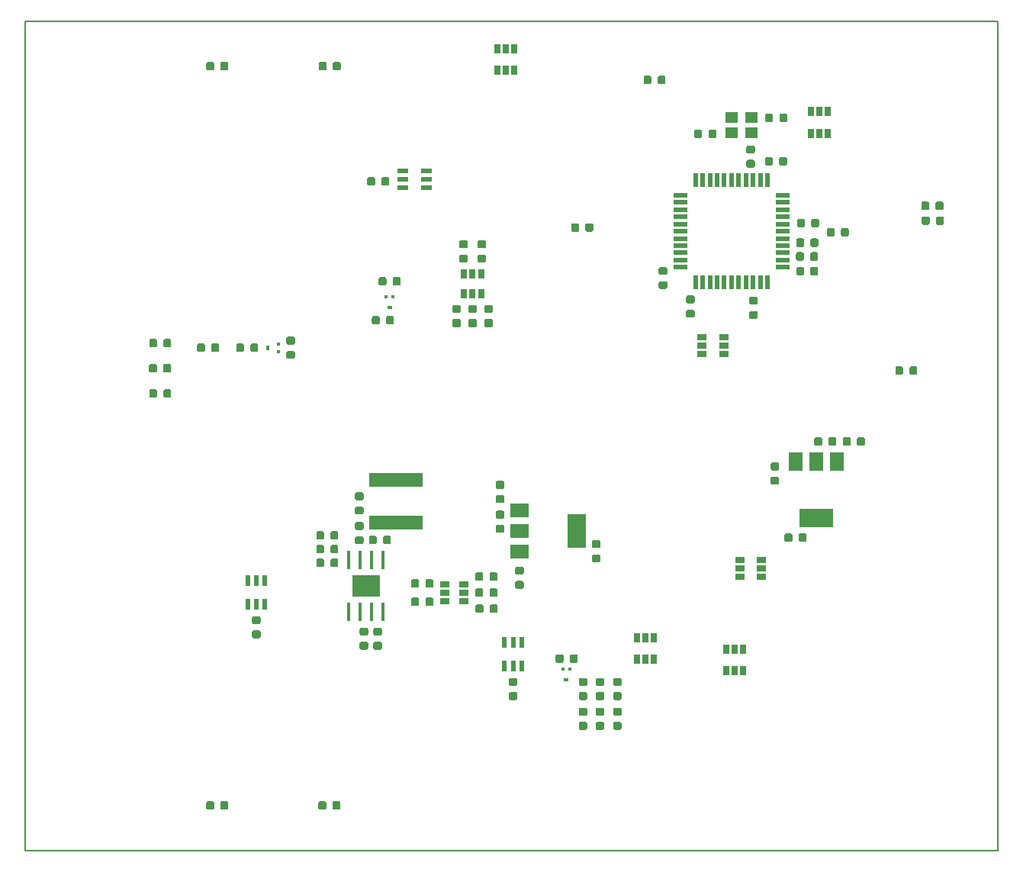
<source format=gbr>
G04 #@! TF.GenerationSoftware,KiCad,Pcbnew,5.0.2+dfsg1-1~bpo9+1*
G04 #@! TF.CreationDate,2019-02-21T15:21:29-05:00*
G04 #@! TF.ProjectId,nu.ai_motor_controller,6e752e61-695f-46d6-9f74-6f725f636f6e,rev?*
G04 #@! TF.SameCoordinates,Original*
G04 #@! TF.FileFunction,Paste,Top*
G04 #@! TF.FilePolarity,Positive*
%FSLAX46Y46*%
G04 Gerber Fmt 4.6, Leading zero omitted, Abs format (unit mm)*
G04 Created by KiCad (PCBNEW 5.0.2+dfsg1-1~bpo9+1) date Thu 21 Feb 2019 03:21:29 PM EST*
%MOMM*%
%LPD*%
G01*
G04 APERTURE LIST*
%ADD10C,0.150000*%
%ADD11C,0.100000*%
%ADD12C,0.875000*%
%ADD13R,0.500000X0.450000*%
%ADD14R,0.400000X0.450000*%
%ADD15R,0.650000X1.060000*%
%ADD16R,2.000000X1.500000*%
%ADD17R,2.000000X3.800000*%
%ADD18R,1.000000X0.700000*%
%ADD19R,0.700000X1.000000*%
%ADD20R,5.900000X1.600000*%
%ADD21R,0.450000X0.500000*%
%ADD22R,0.450000X0.400000*%
%ADD23R,1.500000X2.000000*%
%ADD24R,3.800000X2.000000*%
%ADD25R,1.060000X0.650000*%
%ADD26R,0.450000X2.150000*%
%ADD27R,3.100000X2.400000*%
%ADD28R,1.200000X0.600000*%
%ADD29R,0.600000X1.200000*%
%ADD30R,0.550000X1.500000*%
%ADD31R,1.500000X0.550000*%
%ADD32R,1.400000X1.200000*%
G04 APERTURE END LIST*
D10*
X182970000Y-134900000D02*
X74970000Y-134900000D01*
X182970000Y-42900000D02*
X182970000Y-134900000D01*
X74970000Y-42900000D02*
X182970000Y-42900000D01*
X74970000Y-134900000D02*
X74970000Y-42900000D01*
D11*
G04 #@! TO.C,R24*
G36*
X140974744Y-119042974D02*
X140995979Y-119046124D01*
X141016803Y-119051340D01*
X141037015Y-119058572D01*
X141056421Y-119067751D01*
X141074834Y-119078787D01*
X141092077Y-119091575D01*
X141107983Y-119105991D01*
X141122399Y-119121897D01*
X141135187Y-119139140D01*
X141146223Y-119157553D01*
X141155402Y-119176959D01*
X141162634Y-119197171D01*
X141167850Y-119217995D01*
X141171000Y-119239230D01*
X141172053Y-119260671D01*
X141172053Y-119698171D01*
X141171000Y-119719612D01*
X141167850Y-119740847D01*
X141162634Y-119761671D01*
X141155402Y-119781883D01*
X141146223Y-119801289D01*
X141135187Y-119819702D01*
X141122399Y-119836945D01*
X141107983Y-119852851D01*
X141092077Y-119867267D01*
X141074834Y-119880055D01*
X141056421Y-119891091D01*
X141037015Y-119900270D01*
X141016803Y-119907502D01*
X140995979Y-119912718D01*
X140974744Y-119915868D01*
X140953303Y-119916921D01*
X140440803Y-119916921D01*
X140419362Y-119915868D01*
X140398127Y-119912718D01*
X140377303Y-119907502D01*
X140357091Y-119900270D01*
X140337685Y-119891091D01*
X140319272Y-119880055D01*
X140302029Y-119867267D01*
X140286123Y-119852851D01*
X140271707Y-119836945D01*
X140258919Y-119819702D01*
X140247883Y-119801289D01*
X140238704Y-119781883D01*
X140231472Y-119761671D01*
X140226256Y-119740847D01*
X140223106Y-119719612D01*
X140222053Y-119698171D01*
X140222053Y-119260671D01*
X140223106Y-119239230D01*
X140226256Y-119217995D01*
X140231472Y-119197171D01*
X140238704Y-119176959D01*
X140247883Y-119157553D01*
X140258919Y-119139140D01*
X140271707Y-119121897D01*
X140286123Y-119105991D01*
X140302029Y-119091575D01*
X140319272Y-119078787D01*
X140337685Y-119067751D01*
X140357091Y-119058572D01*
X140377303Y-119051340D01*
X140398127Y-119046124D01*
X140419362Y-119042974D01*
X140440803Y-119041921D01*
X140953303Y-119041921D01*
X140974744Y-119042974D01*
X140974744Y-119042974D01*
G37*
D12*
X140697053Y-119479421D03*
D11*
G36*
X140974744Y-120617974D02*
X140995979Y-120621124D01*
X141016803Y-120626340D01*
X141037015Y-120633572D01*
X141056421Y-120642751D01*
X141074834Y-120653787D01*
X141092077Y-120666575D01*
X141107983Y-120680991D01*
X141122399Y-120696897D01*
X141135187Y-120714140D01*
X141146223Y-120732553D01*
X141155402Y-120751959D01*
X141162634Y-120772171D01*
X141167850Y-120792995D01*
X141171000Y-120814230D01*
X141172053Y-120835671D01*
X141172053Y-121273171D01*
X141171000Y-121294612D01*
X141167850Y-121315847D01*
X141162634Y-121336671D01*
X141155402Y-121356883D01*
X141146223Y-121376289D01*
X141135187Y-121394702D01*
X141122399Y-121411945D01*
X141107983Y-121427851D01*
X141092077Y-121442267D01*
X141074834Y-121455055D01*
X141056421Y-121466091D01*
X141037015Y-121475270D01*
X141016803Y-121482502D01*
X140995979Y-121487718D01*
X140974744Y-121490868D01*
X140953303Y-121491921D01*
X140440803Y-121491921D01*
X140419362Y-121490868D01*
X140398127Y-121487718D01*
X140377303Y-121482502D01*
X140357091Y-121475270D01*
X140337685Y-121466091D01*
X140319272Y-121455055D01*
X140302029Y-121442267D01*
X140286123Y-121427851D01*
X140271707Y-121411945D01*
X140258919Y-121394702D01*
X140247883Y-121376289D01*
X140238704Y-121356883D01*
X140231472Y-121336671D01*
X140226256Y-121315847D01*
X140223106Y-121294612D01*
X140222053Y-121273171D01*
X140222053Y-120835671D01*
X140223106Y-120814230D01*
X140226256Y-120792995D01*
X140231472Y-120772171D01*
X140238704Y-120751959D01*
X140247883Y-120732553D01*
X140258919Y-120714140D01*
X140271707Y-120696897D01*
X140286123Y-120680991D01*
X140302029Y-120666575D01*
X140319272Y-120653787D01*
X140337685Y-120642751D01*
X140357091Y-120633572D01*
X140377303Y-120626340D01*
X140398127Y-120621124D01*
X140419362Y-120617974D01*
X140440803Y-120616921D01*
X140953303Y-120616921D01*
X140974744Y-120617974D01*
X140974744Y-120617974D01*
G37*
D12*
X140697053Y-121054421D03*
G04 #@! TD*
D11*
G04 #@! TO.C,R25*
G36*
X139044244Y-119053973D02*
X139065479Y-119057123D01*
X139086303Y-119062339D01*
X139106515Y-119069571D01*
X139125921Y-119078750D01*
X139144334Y-119089786D01*
X139161577Y-119102574D01*
X139177483Y-119116990D01*
X139191899Y-119132896D01*
X139204687Y-119150139D01*
X139215723Y-119168552D01*
X139224902Y-119187958D01*
X139232134Y-119208170D01*
X139237350Y-119228994D01*
X139240500Y-119250229D01*
X139241553Y-119271670D01*
X139241553Y-119709170D01*
X139240500Y-119730611D01*
X139237350Y-119751846D01*
X139232134Y-119772670D01*
X139224902Y-119792882D01*
X139215723Y-119812288D01*
X139204687Y-119830701D01*
X139191899Y-119847944D01*
X139177483Y-119863850D01*
X139161577Y-119878266D01*
X139144334Y-119891054D01*
X139125921Y-119902090D01*
X139106515Y-119911269D01*
X139086303Y-119918501D01*
X139065479Y-119923717D01*
X139044244Y-119926867D01*
X139022803Y-119927920D01*
X138510303Y-119927920D01*
X138488862Y-119926867D01*
X138467627Y-119923717D01*
X138446803Y-119918501D01*
X138426591Y-119911269D01*
X138407185Y-119902090D01*
X138388772Y-119891054D01*
X138371529Y-119878266D01*
X138355623Y-119863850D01*
X138341207Y-119847944D01*
X138328419Y-119830701D01*
X138317383Y-119812288D01*
X138308204Y-119792882D01*
X138300972Y-119772670D01*
X138295756Y-119751846D01*
X138292606Y-119730611D01*
X138291553Y-119709170D01*
X138291553Y-119271670D01*
X138292606Y-119250229D01*
X138295756Y-119228994D01*
X138300972Y-119208170D01*
X138308204Y-119187958D01*
X138317383Y-119168552D01*
X138328419Y-119150139D01*
X138341207Y-119132896D01*
X138355623Y-119116990D01*
X138371529Y-119102574D01*
X138388772Y-119089786D01*
X138407185Y-119078750D01*
X138426591Y-119069571D01*
X138446803Y-119062339D01*
X138467627Y-119057123D01*
X138488862Y-119053973D01*
X138510303Y-119052920D01*
X139022803Y-119052920D01*
X139044244Y-119053973D01*
X139044244Y-119053973D01*
G37*
D12*
X138766553Y-119490420D03*
D11*
G36*
X139044244Y-120628973D02*
X139065479Y-120632123D01*
X139086303Y-120637339D01*
X139106515Y-120644571D01*
X139125921Y-120653750D01*
X139144334Y-120664786D01*
X139161577Y-120677574D01*
X139177483Y-120691990D01*
X139191899Y-120707896D01*
X139204687Y-120725139D01*
X139215723Y-120743552D01*
X139224902Y-120762958D01*
X139232134Y-120783170D01*
X139237350Y-120803994D01*
X139240500Y-120825229D01*
X139241553Y-120846670D01*
X139241553Y-121284170D01*
X139240500Y-121305611D01*
X139237350Y-121326846D01*
X139232134Y-121347670D01*
X139224902Y-121367882D01*
X139215723Y-121387288D01*
X139204687Y-121405701D01*
X139191899Y-121422944D01*
X139177483Y-121438850D01*
X139161577Y-121453266D01*
X139144334Y-121466054D01*
X139125921Y-121477090D01*
X139106515Y-121486269D01*
X139086303Y-121493501D01*
X139065479Y-121498717D01*
X139044244Y-121501867D01*
X139022803Y-121502920D01*
X138510303Y-121502920D01*
X138488862Y-121501867D01*
X138467627Y-121498717D01*
X138446803Y-121493501D01*
X138426591Y-121486269D01*
X138407185Y-121477090D01*
X138388772Y-121466054D01*
X138371529Y-121453266D01*
X138355623Y-121438850D01*
X138341207Y-121422944D01*
X138328419Y-121405701D01*
X138317383Y-121387288D01*
X138308204Y-121367882D01*
X138300972Y-121347670D01*
X138295756Y-121326846D01*
X138292606Y-121305611D01*
X138291553Y-121284170D01*
X138291553Y-120846670D01*
X138292606Y-120825229D01*
X138295756Y-120803994D01*
X138300972Y-120783170D01*
X138308204Y-120762958D01*
X138317383Y-120743552D01*
X138328419Y-120725139D01*
X138341207Y-120707896D01*
X138355623Y-120691990D01*
X138371529Y-120677574D01*
X138388772Y-120664786D01*
X138407185Y-120653750D01*
X138426591Y-120644571D01*
X138446803Y-120637339D01*
X138467627Y-120632123D01*
X138488862Y-120628973D01*
X138510303Y-120627920D01*
X139022803Y-120627920D01*
X139044244Y-120628973D01*
X139044244Y-120628973D01*
G37*
D12*
X138766553Y-121065420D03*
G04 #@! TD*
D11*
G04 #@! TO.C,R26*
G36*
X137164744Y-119053973D02*
X137185979Y-119057123D01*
X137206803Y-119062339D01*
X137227015Y-119069571D01*
X137246421Y-119078750D01*
X137264834Y-119089786D01*
X137282077Y-119102574D01*
X137297983Y-119116990D01*
X137312399Y-119132896D01*
X137325187Y-119150139D01*
X137336223Y-119168552D01*
X137345402Y-119187958D01*
X137352634Y-119208170D01*
X137357850Y-119228994D01*
X137361000Y-119250229D01*
X137362053Y-119271670D01*
X137362053Y-119709170D01*
X137361000Y-119730611D01*
X137357850Y-119751846D01*
X137352634Y-119772670D01*
X137345402Y-119792882D01*
X137336223Y-119812288D01*
X137325187Y-119830701D01*
X137312399Y-119847944D01*
X137297983Y-119863850D01*
X137282077Y-119878266D01*
X137264834Y-119891054D01*
X137246421Y-119902090D01*
X137227015Y-119911269D01*
X137206803Y-119918501D01*
X137185979Y-119923717D01*
X137164744Y-119926867D01*
X137143303Y-119927920D01*
X136630803Y-119927920D01*
X136609362Y-119926867D01*
X136588127Y-119923717D01*
X136567303Y-119918501D01*
X136547091Y-119911269D01*
X136527685Y-119902090D01*
X136509272Y-119891054D01*
X136492029Y-119878266D01*
X136476123Y-119863850D01*
X136461707Y-119847944D01*
X136448919Y-119830701D01*
X136437883Y-119812288D01*
X136428704Y-119792882D01*
X136421472Y-119772670D01*
X136416256Y-119751846D01*
X136413106Y-119730611D01*
X136412053Y-119709170D01*
X136412053Y-119271670D01*
X136413106Y-119250229D01*
X136416256Y-119228994D01*
X136421472Y-119208170D01*
X136428704Y-119187958D01*
X136437883Y-119168552D01*
X136448919Y-119150139D01*
X136461707Y-119132896D01*
X136476123Y-119116990D01*
X136492029Y-119102574D01*
X136509272Y-119089786D01*
X136527685Y-119078750D01*
X136547091Y-119069571D01*
X136567303Y-119062339D01*
X136588127Y-119057123D01*
X136609362Y-119053973D01*
X136630803Y-119052920D01*
X137143303Y-119052920D01*
X137164744Y-119053973D01*
X137164744Y-119053973D01*
G37*
D12*
X136887053Y-119490420D03*
D11*
G36*
X137164744Y-120628973D02*
X137185979Y-120632123D01*
X137206803Y-120637339D01*
X137227015Y-120644571D01*
X137246421Y-120653750D01*
X137264834Y-120664786D01*
X137282077Y-120677574D01*
X137297983Y-120691990D01*
X137312399Y-120707896D01*
X137325187Y-120725139D01*
X137336223Y-120743552D01*
X137345402Y-120762958D01*
X137352634Y-120783170D01*
X137357850Y-120803994D01*
X137361000Y-120825229D01*
X137362053Y-120846670D01*
X137362053Y-121284170D01*
X137361000Y-121305611D01*
X137357850Y-121326846D01*
X137352634Y-121347670D01*
X137345402Y-121367882D01*
X137336223Y-121387288D01*
X137325187Y-121405701D01*
X137312399Y-121422944D01*
X137297983Y-121438850D01*
X137282077Y-121453266D01*
X137264834Y-121466054D01*
X137246421Y-121477090D01*
X137227015Y-121486269D01*
X137206803Y-121493501D01*
X137185979Y-121498717D01*
X137164744Y-121501867D01*
X137143303Y-121502920D01*
X136630803Y-121502920D01*
X136609362Y-121501867D01*
X136588127Y-121498717D01*
X136567303Y-121493501D01*
X136547091Y-121486269D01*
X136527685Y-121477090D01*
X136509272Y-121466054D01*
X136492029Y-121453266D01*
X136476123Y-121438850D01*
X136461707Y-121422944D01*
X136448919Y-121405701D01*
X136437883Y-121387288D01*
X136428704Y-121367882D01*
X136421472Y-121347670D01*
X136416256Y-121326846D01*
X136413106Y-121305611D01*
X136412053Y-121284170D01*
X136412053Y-120846670D01*
X136413106Y-120825229D01*
X136416256Y-120803994D01*
X136421472Y-120783170D01*
X136428704Y-120762958D01*
X136437883Y-120743552D01*
X136448919Y-120725139D01*
X136461707Y-120707896D01*
X136476123Y-120691990D01*
X136492029Y-120677574D01*
X136509272Y-120664786D01*
X136527685Y-120653750D01*
X136547091Y-120644571D01*
X136567303Y-120637339D01*
X136588127Y-120632123D01*
X136609362Y-120628973D01*
X136630803Y-120627920D01*
X137143303Y-120627920D01*
X137164744Y-120628973D01*
X137164744Y-120628973D01*
G37*
D12*
X136887053Y-121065420D03*
G04 #@! TD*
D11*
G04 #@! TO.C,R29*
G36*
X140974744Y-115740974D02*
X140995979Y-115744124D01*
X141016803Y-115749340D01*
X141037015Y-115756572D01*
X141056421Y-115765751D01*
X141074834Y-115776787D01*
X141092077Y-115789575D01*
X141107983Y-115803991D01*
X141122399Y-115819897D01*
X141135187Y-115837140D01*
X141146223Y-115855553D01*
X141155402Y-115874959D01*
X141162634Y-115895171D01*
X141167850Y-115915995D01*
X141171000Y-115937230D01*
X141172053Y-115958671D01*
X141172053Y-116396171D01*
X141171000Y-116417612D01*
X141167850Y-116438847D01*
X141162634Y-116459671D01*
X141155402Y-116479883D01*
X141146223Y-116499289D01*
X141135187Y-116517702D01*
X141122399Y-116534945D01*
X141107983Y-116550851D01*
X141092077Y-116565267D01*
X141074834Y-116578055D01*
X141056421Y-116589091D01*
X141037015Y-116598270D01*
X141016803Y-116605502D01*
X140995979Y-116610718D01*
X140974744Y-116613868D01*
X140953303Y-116614921D01*
X140440803Y-116614921D01*
X140419362Y-116613868D01*
X140398127Y-116610718D01*
X140377303Y-116605502D01*
X140357091Y-116598270D01*
X140337685Y-116589091D01*
X140319272Y-116578055D01*
X140302029Y-116565267D01*
X140286123Y-116550851D01*
X140271707Y-116534945D01*
X140258919Y-116517702D01*
X140247883Y-116499289D01*
X140238704Y-116479883D01*
X140231472Y-116459671D01*
X140226256Y-116438847D01*
X140223106Y-116417612D01*
X140222053Y-116396171D01*
X140222053Y-115958671D01*
X140223106Y-115937230D01*
X140226256Y-115915995D01*
X140231472Y-115895171D01*
X140238704Y-115874959D01*
X140247883Y-115855553D01*
X140258919Y-115837140D01*
X140271707Y-115819897D01*
X140286123Y-115803991D01*
X140302029Y-115789575D01*
X140319272Y-115776787D01*
X140337685Y-115765751D01*
X140357091Y-115756572D01*
X140377303Y-115749340D01*
X140398127Y-115744124D01*
X140419362Y-115740974D01*
X140440803Y-115739921D01*
X140953303Y-115739921D01*
X140974744Y-115740974D01*
X140974744Y-115740974D01*
G37*
D12*
X140697053Y-116177421D03*
D11*
G36*
X140974744Y-117315974D02*
X140995979Y-117319124D01*
X141016803Y-117324340D01*
X141037015Y-117331572D01*
X141056421Y-117340751D01*
X141074834Y-117351787D01*
X141092077Y-117364575D01*
X141107983Y-117378991D01*
X141122399Y-117394897D01*
X141135187Y-117412140D01*
X141146223Y-117430553D01*
X141155402Y-117449959D01*
X141162634Y-117470171D01*
X141167850Y-117490995D01*
X141171000Y-117512230D01*
X141172053Y-117533671D01*
X141172053Y-117971171D01*
X141171000Y-117992612D01*
X141167850Y-118013847D01*
X141162634Y-118034671D01*
X141155402Y-118054883D01*
X141146223Y-118074289D01*
X141135187Y-118092702D01*
X141122399Y-118109945D01*
X141107983Y-118125851D01*
X141092077Y-118140267D01*
X141074834Y-118153055D01*
X141056421Y-118164091D01*
X141037015Y-118173270D01*
X141016803Y-118180502D01*
X140995979Y-118185718D01*
X140974744Y-118188868D01*
X140953303Y-118189921D01*
X140440803Y-118189921D01*
X140419362Y-118188868D01*
X140398127Y-118185718D01*
X140377303Y-118180502D01*
X140357091Y-118173270D01*
X140337685Y-118164091D01*
X140319272Y-118153055D01*
X140302029Y-118140267D01*
X140286123Y-118125851D01*
X140271707Y-118109945D01*
X140258919Y-118092702D01*
X140247883Y-118074289D01*
X140238704Y-118054883D01*
X140231472Y-118034671D01*
X140226256Y-118013847D01*
X140223106Y-117992612D01*
X140222053Y-117971171D01*
X140222053Y-117533671D01*
X140223106Y-117512230D01*
X140226256Y-117490995D01*
X140231472Y-117470171D01*
X140238704Y-117449959D01*
X140247883Y-117430553D01*
X140258919Y-117412140D01*
X140271707Y-117394897D01*
X140286123Y-117378991D01*
X140302029Y-117364575D01*
X140319272Y-117351787D01*
X140337685Y-117340751D01*
X140357091Y-117331572D01*
X140377303Y-117324340D01*
X140398127Y-117319124D01*
X140419362Y-117315974D01*
X140440803Y-117314921D01*
X140953303Y-117314921D01*
X140974744Y-117315974D01*
X140974744Y-117315974D01*
G37*
D12*
X140697053Y-117752421D03*
G04 #@! TD*
D11*
G04 #@! TO.C,R30*
G36*
X139069744Y-115740974D02*
X139090979Y-115744124D01*
X139111803Y-115749340D01*
X139132015Y-115756572D01*
X139151421Y-115765751D01*
X139169834Y-115776787D01*
X139187077Y-115789575D01*
X139202983Y-115803991D01*
X139217399Y-115819897D01*
X139230187Y-115837140D01*
X139241223Y-115855553D01*
X139250402Y-115874959D01*
X139257634Y-115895171D01*
X139262850Y-115915995D01*
X139266000Y-115937230D01*
X139267053Y-115958671D01*
X139267053Y-116396171D01*
X139266000Y-116417612D01*
X139262850Y-116438847D01*
X139257634Y-116459671D01*
X139250402Y-116479883D01*
X139241223Y-116499289D01*
X139230187Y-116517702D01*
X139217399Y-116534945D01*
X139202983Y-116550851D01*
X139187077Y-116565267D01*
X139169834Y-116578055D01*
X139151421Y-116589091D01*
X139132015Y-116598270D01*
X139111803Y-116605502D01*
X139090979Y-116610718D01*
X139069744Y-116613868D01*
X139048303Y-116614921D01*
X138535803Y-116614921D01*
X138514362Y-116613868D01*
X138493127Y-116610718D01*
X138472303Y-116605502D01*
X138452091Y-116598270D01*
X138432685Y-116589091D01*
X138414272Y-116578055D01*
X138397029Y-116565267D01*
X138381123Y-116550851D01*
X138366707Y-116534945D01*
X138353919Y-116517702D01*
X138342883Y-116499289D01*
X138333704Y-116479883D01*
X138326472Y-116459671D01*
X138321256Y-116438847D01*
X138318106Y-116417612D01*
X138317053Y-116396171D01*
X138317053Y-115958671D01*
X138318106Y-115937230D01*
X138321256Y-115915995D01*
X138326472Y-115895171D01*
X138333704Y-115874959D01*
X138342883Y-115855553D01*
X138353919Y-115837140D01*
X138366707Y-115819897D01*
X138381123Y-115803991D01*
X138397029Y-115789575D01*
X138414272Y-115776787D01*
X138432685Y-115765751D01*
X138452091Y-115756572D01*
X138472303Y-115749340D01*
X138493127Y-115744124D01*
X138514362Y-115740974D01*
X138535803Y-115739921D01*
X139048303Y-115739921D01*
X139069744Y-115740974D01*
X139069744Y-115740974D01*
G37*
D12*
X138792053Y-116177421D03*
D11*
G36*
X139069744Y-117315974D02*
X139090979Y-117319124D01*
X139111803Y-117324340D01*
X139132015Y-117331572D01*
X139151421Y-117340751D01*
X139169834Y-117351787D01*
X139187077Y-117364575D01*
X139202983Y-117378991D01*
X139217399Y-117394897D01*
X139230187Y-117412140D01*
X139241223Y-117430553D01*
X139250402Y-117449959D01*
X139257634Y-117470171D01*
X139262850Y-117490995D01*
X139266000Y-117512230D01*
X139267053Y-117533671D01*
X139267053Y-117971171D01*
X139266000Y-117992612D01*
X139262850Y-118013847D01*
X139257634Y-118034671D01*
X139250402Y-118054883D01*
X139241223Y-118074289D01*
X139230187Y-118092702D01*
X139217399Y-118109945D01*
X139202983Y-118125851D01*
X139187077Y-118140267D01*
X139169834Y-118153055D01*
X139151421Y-118164091D01*
X139132015Y-118173270D01*
X139111803Y-118180502D01*
X139090979Y-118185718D01*
X139069744Y-118188868D01*
X139048303Y-118189921D01*
X138535803Y-118189921D01*
X138514362Y-118188868D01*
X138493127Y-118185718D01*
X138472303Y-118180502D01*
X138452091Y-118173270D01*
X138432685Y-118164091D01*
X138414272Y-118153055D01*
X138397029Y-118140267D01*
X138381123Y-118125851D01*
X138366707Y-118109945D01*
X138353919Y-118092702D01*
X138342883Y-118074289D01*
X138333704Y-118054883D01*
X138326472Y-118034671D01*
X138321256Y-118013847D01*
X138318106Y-117992612D01*
X138317053Y-117971171D01*
X138317053Y-117533671D01*
X138318106Y-117512230D01*
X138321256Y-117490995D01*
X138326472Y-117470171D01*
X138333704Y-117449959D01*
X138342883Y-117430553D01*
X138353919Y-117412140D01*
X138366707Y-117394897D01*
X138381123Y-117378991D01*
X138397029Y-117364575D01*
X138414272Y-117351787D01*
X138432685Y-117340751D01*
X138452091Y-117331572D01*
X138472303Y-117324340D01*
X138493127Y-117319124D01*
X138514362Y-117315974D01*
X138535803Y-117314921D01*
X139048303Y-117314921D01*
X139069744Y-117315974D01*
X139069744Y-117315974D01*
G37*
D12*
X138792053Y-117752421D03*
G04 #@! TD*
D11*
G04 #@! TO.C,R31*
G36*
X137164744Y-115740974D02*
X137185979Y-115744124D01*
X137206803Y-115749340D01*
X137227015Y-115756572D01*
X137246421Y-115765751D01*
X137264834Y-115776787D01*
X137282077Y-115789575D01*
X137297983Y-115803991D01*
X137312399Y-115819897D01*
X137325187Y-115837140D01*
X137336223Y-115855553D01*
X137345402Y-115874959D01*
X137352634Y-115895171D01*
X137357850Y-115915995D01*
X137361000Y-115937230D01*
X137362053Y-115958671D01*
X137362053Y-116396171D01*
X137361000Y-116417612D01*
X137357850Y-116438847D01*
X137352634Y-116459671D01*
X137345402Y-116479883D01*
X137336223Y-116499289D01*
X137325187Y-116517702D01*
X137312399Y-116534945D01*
X137297983Y-116550851D01*
X137282077Y-116565267D01*
X137264834Y-116578055D01*
X137246421Y-116589091D01*
X137227015Y-116598270D01*
X137206803Y-116605502D01*
X137185979Y-116610718D01*
X137164744Y-116613868D01*
X137143303Y-116614921D01*
X136630803Y-116614921D01*
X136609362Y-116613868D01*
X136588127Y-116610718D01*
X136567303Y-116605502D01*
X136547091Y-116598270D01*
X136527685Y-116589091D01*
X136509272Y-116578055D01*
X136492029Y-116565267D01*
X136476123Y-116550851D01*
X136461707Y-116534945D01*
X136448919Y-116517702D01*
X136437883Y-116499289D01*
X136428704Y-116479883D01*
X136421472Y-116459671D01*
X136416256Y-116438847D01*
X136413106Y-116417612D01*
X136412053Y-116396171D01*
X136412053Y-115958671D01*
X136413106Y-115937230D01*
X136416256Y-115915995D01*
X136421472Y-115895171D01*
X136428704Y-115874959D01*
X136437883Y-115855553D01*
X136448919Y-115837140D01*
X136461707Y-115819897D01*
X136476123Y-115803991D01*
X136492029Y-115789575D01*
X136509272Y-115776787D01*
X136527685Y-115765751D01*
X136547091Y-115756572D01*
X136567303Y-115749340D01*
X136588127Y-115744124D01*
X136609362Y-115740974D01*
X136630803Y-115739921D01*
X137143303Y-115739921D01*
X137164744Y-115740974D01*
X137164744Y-115740974D01*
G37*
D12*
X136887053Y-116177421D03*
D11*
G36*
X137164744Y-117315974D02*
X137185979Y-117319124D01*
X137206803Y-117324340D01*
X137227015Y-117331572D01*
X137246421Y-117340751D01*
X137264834Y-117351787D01*
X137282077Y-117364575D01*
X137297983Y-117378991D01*
X137312399Y-117394897D01*
X137325187Y-117412140D01*
X137336223Y-117430553D01*
X137345402Y-117449959D01*
X137352634Y-117470171D01*
X137357850Y-117490995D01*
X137361000Y-117512230D01*
X137362053Y-117533671D01*
X137362053Y-117971171D01*
X137361000Y-117992612D01*
X137357850Y-118013847D01*
X137352634Y-118034671D01*
X137345402Y-118054883D01*
X137336223Y-118074289D01*
X137325187Y-118092702D01*
X137312399Y-118109945D01*
X137297983Y-118125851D01*
X137282077Y-118140267D01*
X137264834Y-118153055D01*
X137246421Y-118164091D01*
X137227015Y-118173270D01*
X137206803Y-118180502D01*
X137185979Y-118185718D01*
X137164744Y-118188868D01*
X137143303Y-118189921D01*
X136630803Y-118189921D01*
X136609362Y-118188868D01*
X136588127Y-118185718D01*
X136567303Y-118180502D01*
X136547091Y-118173270D01*
X136527685Y-118164091D01*
X136509272Y-118153055D01*
X136492029Y-118140267D01*
X136476123Y-118125851D01*
X136461707Y-118109945D01*
X136448919Y-118092702D01*
X136437883Y-118074289D01*
X136428704Y-118054883D01*
X136421472Y-118034671D01*
X136416256Y-118013847D01*
X136413106Y-117992612D01*
X136412053Y-117971171D01*
X136412053Y-117533671D01*
X136413106Y-117512230D01*
X136416256Y-117490995D01*
X136421472Y-117470171D01*
X136428704Y-117449959D01*
X136437883Y-117430553D01*
X136448919Y-117412140D01*
X136461707Y-117394897D01*
X136476123Y-117378991D01*
X136492029Y-117364575D01*
X136509272Y-117351787D01*
X136527685Y-117340751D01*
X136547091Y-117331572D01*
X136567303Y-117324340D01*
X136588127Y-117319124D01*
X136609362Y-117315974D01*
X136630803Y-117314921D01*
X137143303Y-117314921D01*
X137164744Y-117315974D01*
X137164744Y-117315974D01*
G37*
D12*
X136887053Y-117752421D03*
G04 #@! TD*
D13*
G04 #@! TO.C,Q4*
X135044044Y-115944802D03*
D14*
X134644044Y-114794802D03*
X135444044Y-114794802D03*
G04 #@! TD*
D11*
G04 #@! TO.C,R41*
G36*
X134532736Y-113119854D02*
X134553971Y-113123004D01*
X134574795Y-113128220D01*
X134595007Y-113135452D01*
X134614413Y-113144631D01*
X134632826Y-113155667D01*
X134650069Y-113168455D01*
X134665975Y-113182871D01*
X134680391Y-113198777D01*
X134693179Y-113216020D01*
X134704215Y-113234433D01*
X134713394Y-113253839D01*
X134720626Y-113274051D01*
X134725842Y-113294875D01*
X134728992Y-113316110D01*
X134730045Y-113337551D01*
X134730045Y-113850051D01*
X134728992Y-113871492D01*
X134725842Y-113892727D01*
X134720626Y-113913551D01*
X134713394Y-113933763D01*
X134704215Y-113953169D01*
X134693179Y-113971582D01*
X134680391Y-113988825D01*
X134665975Y-114004731D01*
X134650069Y-114019147D01*
X134632826Y-114031935D01*
X134614413Y-114042971D01*
X134595007Y-114052150D01*
X134574795Y-114059382D01*
X134553971Y-114064598D01*
X134532736Y-114067748D01*
X134511295Y-114068801D01*
X134073795Y-114068801D01*
X134052354Y-114067748D01*
X134031119Y-114064598D01*
X134010295Y-114059382D01*
X133990083Y-114052150D01*
X133970677Y-114042971D01*
X133952264Y-114031935D01*
X133935021Y-114019147D01*
X133919115Y-114004731D01*
X133904699Y-113988825D01*
X133891911Y-113971582D01*
X133880875Y-113953169D01*
X133871696Y-113933763D01*
X133864464Y-113913551D01*
X133859248Y-113892727D01*
X133856098Y-113871492D01*
X133855045Y-113850051D01*
X133855045Y-113337551D01*
X133856098Y-113316110D01*
X133859248Y-113294875D01*
X133864464Y-113274051D01*
X133871696Y-113253839D01*
X133880875Y-113234433D01*
X133891911Y-113216020D01*
X133904699Y-113198777D01*
X133919115Y-113182871D01*
X133935021Y-113168455D01*
X133952264Y-113155667D01*
X133970677Y-113144631D01*
X133990083Y-113135452D01*
X134010295Y-113128220D01*
X134031119Y-113123004D01*
X134052354Y-113119854D01*
X134073795Y-113118801D01*
X134511295Y-113118801D01*
X134532736Y-113119854D01*
X134532736Y-113119854D01*
G37*
D12*
X134292545Y-113593801D03*
D11*
G36*
X136107736Y-113119854D02*
X136128971Y-113123004D01*
X136149795Y-113128220D01*
X136170007Y-113135452D01*
X136189413Y-113144631D01*
X136207826Y-113155667D01*
X136225069Y-113168455D01*
X136240975Y-113182871D01*
X136255391Y-113198777D01*
X136268179Y-113216020D01*
X136279215Y-113234433D01*
X136288394Y-113253839D01*
X136295626Y-113274051D01*
X136300842Y-113294875D01*
X136303992Y-113316110D01*
X136305045Y-113337551D01*
X136305045Y-113850051D01*
X136303992Y-113871492D01*
X136300842Y-113892727D01*
X136295626Y-113913551D01*
X136288394Y-113933763D01*
X136279215Y-113953169D01*
X136268179Y-113971582D01*
X136255391Y-113988825D01*
X136240975Y-114004731D01*
X136225069Y-114019147D01*
X136207826Y-114031935D01*
X136189413Y-114042971D01*
X136170007Y-114052150D01*
X136149795Y-114059382D01*
X136128971Y-114064598D01*
X136107736Y-114067748D01*
X136086295Y-114068801D01*
X135648795Y-114068801D01*
X135627354Y-114067748D01*
X135606119Y-114064598D01*
X135585295Y-114059382D01*
X135565083Y-114052150D01*
X135545677Y-114042971D01*
X135527264Y-114031935D01*
X135510021Y-114019147D01*
X135494115Y-114004731D01*
X135479699Y-113988825D01*
X135466911Y-113971582D01*
X135455875Y-113953169D01*
X135446696Y-113933763D01*
X135439464Y-113913551D01*
X135434248Y-113892727D01*
X135431098Y-113871492D01*
X135430045Y-113850051D01*
X135430045Y-113337551D01*
X135431098Y-113316110D01*
X135434248Y-113294875D01*
X135439464Y-113274051D01*
X135446696Y-113253839D01*
X135455875Y-113234433D01*
X135466911Y-113216020D01*
X135479699Y-113198777D01*
X135494115Y-113182871D01*
X135510021Y-113168455D01*
X135527264Y-113155667D01*
X135545677Y-113144631D01*
X135565083Y-113135452D01*
X135585295Y-113128220D01*
X135606119Y-113123004D01*
X135627354Y-113119854D01*
X135648795Y-113118801D01*
X136086295Y-113118801D01*
X136107736Y-113119854D01*
X136107736Y-113119854D01*
G37*
D12*
X135867545Y-113593801D03*
G04 #@! TD*
D15*
G04 #@! TO.C,U3*
X124641000Y-73088000D03*
X125591000Y-73088000D03*
X123691000Y-73088000D03*
X123691000Y-70888000D03*
X124641000Y-70888000D03*
X125591000Y-70888000D03*
G04 #@! TD*
D11*
G04 #@! TO.C,C25*
G36*
X130125691Y-104978053D02*
X130146926Y-104981203D01*
X130167750Y-104986419D01*
X130187962Y-104993651D01*
X130207368Y-105002830D01*
X130225781Y-105013866D01*
X130243024Y-105026654D01*
X130258930Y-105041070D01*
X130273346Y-105056976D01*
X130286134Y-105074219D01*
X130297170Y-105092632D01*
X130306349Y-105112038D01*
X130313581Y-105132250D01*
X130318797Y-105153074D01*
X130321947Y-105174309D01*
X130323000Y-105195750D01*
X130323000Y-105633250D01*
X130321947Y-105654691D01*
X130318797Y-105675926D01*
X130313581Y-105696750D01*
X130306349Y-105716962D01*
X130297170Y-105736368D01*
X130286134Y-105754781D01*
X130273346Y-105772024D01*
X130258930Y-105787930D01*
X130243024Y-105802346D01*
X130225781Y-105815134D01*
X130207368Y-105826170D01*
X130187962Y-105835349D01*
X130167750Y-105842581D01*
X130146926Y-105847797D01*
X130125691Y-105850947D01*
X130104250Y-105852000D01*
X129591750Y-105852000D01*
X129570309Y-105850947D01*
X129549074Y-105847797D01*
X129528250Y-105842581D01*
X129508038Y-105835349D01*
X129488632Y-105826170D01*
X129470219Y-105815134D01*
X129452976Y-105802346D01*
X129437070Y-105787930D01*
X129422654Y-105772024D01*
X129409866Y-105754781D01*
X129398830Y-105736368D01*
X129389651Y-105716962D01*
X129382419Y-105696750D01*
X129377203Y-105675926D01*
X129374053Y-105654691D01*
X129373000Y-105633250D01*
X129373000Y-105195750D01*
X129374053Y-105174309D01*
X129377203Y-105153074D01*
X129382419Y-105132250D01*
X129389651Y-105112038D01*
X129398830Y-105092632D01*
X129409866Y-105074219D01*
X129422654Y-105056976D01*
X129437070Y-105041070D01*
X129452976Y-105026654D01*
X129470219Y-105013866D01*
X129488632Y-105002830D01*
X129508038Y-104993651D01*
X129528250Y-104986419D01*
X129549074Y-104981203D01*
X129570309Y-104978053D01*
X129591750Y-104977000D01*
X130104250Y-104977000D01*
X130125691Y-104978053D01*
X130125691Y-104978053D01*
G37*
D12*
X129848000Y-105414500D03*
D11*
G36*
X130125691Y-103403053D02*
X130146926Y-103406203D01*
X130167750Y-103411419D01*
X130187962Y-103418651D01*
X130207368Y-103427830D01*
X130225781Y-103438866D01*
X130243024Y-103451654D01*
X130258930Y-103466070D01*
X130273346Y-103481976D01*
X130286134Y-103499219D01*
X130297170Y-103517632D01*
X130306349Y-103537038D01*
X130313581Y-103557250D01*
X130318797Y-103578074D01*
X130321947Y-103599309D01*
X130323000Y-103620750D01*
X130323000Y-104058250D01*
X130321947Y-104079691D01*
X130318797Y-104100926D01*
X130313581Y-104121750D01*
X130306349Y-104141962D01*
X130297170Y-104161368D01*
X130286134Y-104179781D01*
X130273346Y-104197024D01*
X130258930Y-104212930D01*
X130243024Y-104227346D01*
X130225781Y-104240134D01*
X130207368Y-104251170D01*
X130187962Y-104260349D01*
X130167750Y-104267581D01*
X130146926Y-104272797D01*
X130125691Y-104275947D01*
X130104250Y-104277000D01*
X129591750Y-104277000D01*
X129570309Y-104275947D01*
X129549074Y-104272797D01*
X129528250Y-104267581D01*
X129508038Y-104260349D01*
X129488632Y-104251170D01*
X129470219Y-104240134D01*
X129452976Y-104227346D01*
X129437070Y-104212930D01*
X129422654Y-104197024D01*
X129409866Y-104179781D01*
X129398830Y-104161368D01*
X129389651Y-104141962D01*
X129382419Y-104121750D01*
X129377203Y-104100926D01*
X129374053Y-104079691D01*
X129373000Y-104058250D01*
X129373000Y-103620750D01*
X129374053Y-103599309D01*
X129377203Y-103578074D01*
X129382419Y-103557250D01*
X129389651Y-103537038D01*
X129398830Y-103517632D01*
X129409866Y-103499219D01*
X129422654Y-103481976D01*
X129437070Y-103466070D01*
X129452976Y-103451654D01*
X129470219Y-103438866D01*
X129488632Y-103427830D01*
X129508038Y-103418651D01*
X129528250Y-103411419D01*
X129549074Y-103406203D01*
X129570309Y-103403053D01*
X129591750Y-103402000D01*
X130104250Y-103402000D01*
X130125691Y-103403053D01*
X130125691Y-103403053D01*
G37*
D12*
X129848000Y-103839500D03*
G04 #@! TD*
D11*
G04 #@! TO.C,C26*
G36*
X138634691Y-102031553D02*
X138655926Y-102034703D01*
X138676750Y-102039919D01*
X138696962Y-102047151D01*
X138716368Y-102056330D01*
X138734781Y-102067366D01*
X138752024Y-102080154D01*
X138767930Y-102094570D01*
X138782346Y-102110476D01*
X138795134Y-102127719D01*
X138806170Y-102146132D01*
X138815349Y-102165538D01*
X138822581Y-102185750D01*
X138827797Y-102206574D01*
X138830947Y-102227809D01*
X138832000Y-102249250D01*
X138832000Y-102686750D01*
X138830947Y-102708191D01*
X138827797Y-102729426D01*
X138822581Y-102750250D01*
X138815349Y-102770462D01*
X138806170Y-102789868D01*
X138795134Y-102808281D01*
X138782346Y-102825524D01*
X138767930Y-102841430D01*
X138752024Y-102855846D01*
X138734781Y-102868634D01*
X138716368Y-102879670D01*
X138696962Y-102888849D01*
X138676750Y-102896081D01*
X138655926Y-102901297D01*
X138634691Y-102904447D01*
X138613250Y-102905500D01*
X138100750Y-102905500D01*
X138079309Y-102904447D01*
X138058074Y-102901297D01*
X138037250Y-102896081D01*
X138017038Y-102888849D01*
X137997632Y-102879670D01*
X137979219Y-102868634D01*
X137961976Y-102855846D01*
X137946070Y-102841430D01*
X137931654Y-102825524D01*
X137918866Y-102808281D01*
X137907830Y-102789868D01*
X137898651Y-102770462D01*
X137891419Y-102750250D01*
X137886203Y-102729426D01*
X137883053Y-102708191D01*
X137882000Y-102686750D01*
X137882000Y-102249250D01*
X137883053Y-102227809D01*
X137886203Y-102206574D01*
X137891419Y-102185750D01*
X137898651Y-102165538D01*
X137907830Y-102146132D01*
X137918866Y-102127719D01*
X137931654Y-102110476D01*
X137946070Y-102094570D01*
X137961976Y-102080154D01*
X137979219Y-102067366D01*
X137997632Y-102056330D01*
X138017038Y-102047151D01*
X138037250Y-102039919D01*
X138058074Y-102034703D01*
X138079309Y-102031553D01*
X138100750Y-102030500D01*
X138613250Y-102030500D01*
X138634691Y-102031553D01*
X138634691Y-102031553D01*
G37*
D12*
X138357000Y-102468000D03*
D11*
G36*
X138634691Y-100456553D02*
X138655926Y-100459703D01*
X138676750Y-100464919D01*
X138696962Y-100472151D01*
X138716368Y-100481330D01*
X138734781Y-100492366D01*
X138752024Y-100505154D01*
X138767930Y-100519570D01*
X138782346Y-100535476D01*
X138795134Y-100552719D01*
X138806170Y-100571132D01*
X138815349Y-100590538D01*
X138822581Y-100610750D01*
X138827797Y-100631574D01*
X138830947Y-100652809D01*
X138832000Y-100674250D01*
X138832000Y-101111750D01*
X138830947Y-101133191D01*
X138827797Y-101154426D01*
X138822581Y-101175250D01*
X138815349Y-101195462D01*
X138806170Y-101214868D01*
X138795134Y-101233281D01*
X138782346Y-101250524D01*
X138767930Y-101266430D01*
X138752024Y-101280846D01*
X138734781Y-101293634D01*
X138716368Y-101304670D01*
X138696962Y-101313849D01*
X138676750Y-101321081D01*
X138655926Y-101326297D01*
X138634691Y-101329447D01*
X138613250Y-101330500D01*
X138100750Y-101330500D01*
X138079309Y-101329447D01*
X138058074Y-101326297D01*
X138037250Y-101321081D01*
X138017038Y-101313849D01*
X137997632Y-101304670D01*
X137979219Y-101293634D01*
X137961976Y-101280846D01*
X137946070Y-101266430D01*
X137931654Y-101250524D01*
X137918866Y-101233281D01*
X137907830Y-101214868D01*
X137898651Y-101195462D01*
X137891419Y-101175250D01*
X137886203Y-101154426D01*
X137883053Y-101133191D01*
X137882000Y-101111750D01*
X137882000Y-100674250D01*
X137883053Y-100652809D01*
X137886203Y-100631574D01*
X137891419Y-100610750D01*
X137898651Y-100590538D01*
X137907830Y-100571132D01*
X137918866Y-100552719D01*
X137931654Y-100535476D01*
X137946070Y-100519570D01*
X137961976Y-100505154D01*
X137979219Y-100492366D01*
X137997632Y-100481330D01*
X138017038Y-100472151D01*
X138037250Y-100464919D01*
X138058074Y-100459703D01*
X138079309Y-100456553D01*
X138100750Y-100455500D01*
X138613250Y-100455500D01*
X138634691Y-100456553D01*
X138634691Y-100456553D01*
G37*
D12*
X138357000Y-100893000D03*
G04 #@! TD*
D11*
G04 #@! TO.C,R5*
G36*
X127966691Y-93878053D02*
X127987926Y-93881203D01*
X128008750Y-93886419D01*
X128028962Y-93893651D01*
X128048368Y-93902830D01*
X128066781Y-93913866D01*
X128084024Y-93926654D01*
X128099930Y-93941070D01*
X128114346Y-93956976D01*
X128127134Y-93974219D01*
X128138170Y-93992632D01*
X128147349Y-94012038D01*
X128154581Y-94032250D01*
X128159797Y-94053074D01*
X128162947Y-94074309D01*
X128164000Y-94095750D01*
X128164000Y-94533250D01*
X128162947Y-94554691D01*
X128159797Y-94575926D01*
X128154581Y-94596750D01*
X128147349Y-94616962D01*
X128138170Y-94636368D01*
X128127134Y-94654781D01*
X128114346Y-94672024D01*
X128099930Y-94687930D01*
X128084024Y-94702346D01*
X128066781Y-94715134D01*
X128048368Y-94726170D01*
X128028962Y-94735349D01*
X128008750Y-94742581D01*
X127987926Y-94747797D01*
X127966691Y-94750947D01*
X127945250Y-94752000D01*
X127432750Y-94752000D01*
X127411309Y-94750947D01*
X127390074Y-94747797D01*
X127369250Y-94742581D01*
X127349038Y-94735349D01*
X127329632Y-94726170D01*
X127311219Y-94715134D01*
X127293976Y-94702346D01*
X127278070Y-94687930D01*
X127263654Y-94672024D01*
X127250866Y-94654781D01*
X127239830Y-94636368D01*
X127230651Y-94616962D01*
X127223419Y-94596750D01*
X127218203Y-94575926D01*
X127215053Y-94554691D01*
X127214000Y-94533250D01*
X127214000Y-94095750D01*
X127215053Y-94074309D01*
X127218203Y-94053074D01*
X127223419Y-94032250D01*
X127230651Y-94012038D01*
X127239830Y-93992632D01*
X127250866Y-93974219D01*
X127263654Y-93956976D01*
X127278070Y-93941070D01*
X127293976Y-93926654D01*
X127311219Y-93913866D01*
X127329632Y-93902830D01*
X127349038Y-93893651D01*
X127369250Y-93886419D01*
X127390074Y-93881203D01*
X127411309Y-93878053D01*
X127432750Y-93877000D01*
X127945250Y-93877000D01*
X127966691Y-93878053D01*
X127966691Y-93878053D01*
G37*
D12*
X127689000Y-94314500D03*
D11*
G36*
X127966691Y-95453053D02*
X127987926Y-95456203D01*
X128008750Y-95461419D01*
X128028962Y-95468651D01*
X128048368Y-95477830D01*
X128066781Y-95488866D01*
X128084024Y-95501654D01*
X128099930Y-95516070D01*
X128114346Y-95531976D01*
X128127134Y-95549219D01*
X128138170Y-95567632D01*
X128147349Y-95587038D01*
X128154581Y-95607250D01*
X128159797Y-95628074D01*
X128162947Y-95649309D01*
X128164000Y-95670750D01*
X128164000Y-96108250D01*
X128162947Y-96129691D01*
X128159797Y-96150926D01*
X128154581Y-96171750D01*
X128147349Y-96191962D01*
X128138170Y-96211368D01*
X128127134Y-96229781D01*
X128114346Y-96247024D01*
X128099930Y-96262930D01*
X128084024Y-96277346D01*
X128066781Y-96290134D01*
X128048368Y-96301170D01*
X128028962Y-96310349D01*
X128008750Y-96317581D01*
X127987926Y-96322797D01*
X127966691Y-96325947D01*
X127945250Y-96327000D01*
X127432750Y-96327000D01*
X127411309Y-96325947D01*
X127390074Y-96322797D01*
X127369250Y-96317581D01*
X127349038Y-96310349D01*
X127329632Y-96301170D01*
X127311219Y-96290134D01*
X127293976Y-96277346D01*
X127278070Y-96262930D01*
X127263654Y-96247024D01*
X127250866Y-96229781D01*
X127239830Y-96211368D01*
X127230651Y-96191962D01*
X127223419Y-96171750D01*
X127218203Y-96150926D01*
X127215053Y-96129691D01*
X127214000Y-96108250D01*
X127214000Y-95670750D01*
X127215053Y-95649309D01*
X127218203Y-95628074D01*
X127223419Y-95607250D01*
X127230651Y-95587038D01*
X127239830Y-95567632D01*
X127250866Y-95549219D01*
X127263654Y-95531976D01*
X127278070Y-95516070D01*
X127293976Y-95501654D01*
X127311219Y-95488866D01*
X127329632Y-95477830D01*
X127349038Y-95468651D01*
X127369250Y-95461419D01*
X127390074Y-95456203D01*
X127411309Y-95453053D01*
X127432750Y-95452000D01*
X127945250Y-95452000D01*
X127966691Y-95453053D01*
X127966691Y-95453053D01*
G37*
D12*
X127689000Y-95889500D03*
G04 #@! TD*
D11*
G04 #@! TO.C,R3*
G36*
X127966691Y-97180053D02*
X127987926Y-97183203D01*
X128008750Y-97188419D01*
X128028962Y-97195651D01*
X128048368Y-97204830D01*
X128066781Y-97215866D01*
X128084024Y-97228654D01*
X128099930Y-97243070D01*
X128114346Y-97258976D01*
X128127134Y-97276219D01*
X128138170Y-97294632D01*
X128147349Y-97314038D01*
X128154581Y-97334250D01*
X128159797Y-97355074D01*
X128162947Y-97376309D01*
X128164000Y-97397750D01*
X128164000Y-97835250D01*
X128162947Y-97856691D01*
X128159797Y-97877926D01*
X128154581Y-97898750D01*
X128147349Y-97918962D01*
X128138170Y-97938368D01*
X128127134Y-97956781D01*
X128114346Y-97974024D01*
X128099930Y-97989930D01*
X128084024Y-98004346D01*
X128066781Y-98017134D01*
X128048368Y-98028170D01*
X128028962Y-98037349D01*
X128008750Y-98044581D01*
X127987926Y-98049797D01*
X127966691Y-98052947D01*
X127945250Y-98054000D01*
X127432750Y-98054000D01*
X127411309Y-98052947D01*
X127390074Y-98049797D01*
X127369250Y-98044581D01*
X127349038Y-98037349D01*
X127329632Y-98028170D01*
X127311219Y-98017134D01*
X127293976Y-98004346D01*
X127278070Y-97989930D01*
X127263654Y-97974024D01*
X127250866Y-97956781D01*
X127239830Y-97938368D01*
X127230651Y-97918962D01*
X127223419Y-97898750D01*
X127218203Y-97877926D01*
X127215053Y-97856691D01*
X127214000Y-97835250D01*
X127214000Y-97397750D01*
X127215053Y-97376309D01*
X127218203Y-97355074D01*
X127223419Y-97334250D01*
X127230651Y-97314038D01*
X127239830Y-97294632D01*
X127250866Y-97276219D01*
X127263654Y-97258976D01*
X127278070Y-97243070D01*
X127293976Y-97228654D01*
X127311219Y-97215866D01*
X127329632Y-97204830D01*
X127349038Y-97195651D01*
X127369250Y-97188419D01*
X127390074Y-97183203D01*
X127411309Y-97180053D01*
X127432750Y-97179000D01*
X127945250Y-97179000D01*
X127966691Y-97180053D01*
X127966691Y-97180053D01*
G37*
D12*
X127689000Y-97616500D03*
D11*
G36*
X127966691Y-98755053D02*
X127987926Y-98758203D01*
X128008750Y-98763419D01*
X128028962Y-98770651D01*
X128048368Y-98779830D01*
X128066781Y-98790866D01*
X128084024Y-98803654D01*
X128099930Y-98818070D01*
X128114346Y-98833976D01*
X128127134Y-98851219D01*
X128138170Y-98869632D01*
X128147349Y-98889038D01*
X128154581Y-98909250D01*
X128159797Y-98930074D01*
X128162947Y-98951309D01*
X128164000Y-98972750D01*
X128164000Y-99410250D01*
X128162947Y-99431691D01*
X128159797Y-99452926D01*
X128154581Y-99473750D01*
X128147349Y-99493962D01*
X128138170Y-99513368D01*
X128127134Y-99531781D01*
X128114346Y-99549024D01*
X128099930Y-99564930D01*
X128084024Y-99579346D01*
X128066781Y-99592134D01*
X128048368Y-99603170D01*
X128028962Y-99612349D01*
X128008750Y-99619581D01*
X127987926Y-99624797D01*
X127966691Y-99627947D01*
X127945250Y-99629000D01*
X127432750Y-99629000D01*
X127411309Y-99627947D01*
X127390074Y-99624797D01*
X127369250Y-99619581D01*
X127349038Y-99612349D01*
X127329632Y-99603170D01*
X127311219Y-99592134D01*
X127293976Y-99579346D01*
X127278070Y-99564930D01*
X127263654Y-99549024D01*
X127250866Y-99531781D01*
X127239830Y-99513368D01*
X127230651Y-99493962D01*
X127223419Y-99473750D01*
X127218203Y-99452926D01*
X127215053Y-99431691D01*
X127214000Y-99410250D01*
X127214000Y-98972750D01*
X127215053Y-98951309D01*
X127218203Y-98930074D01*
X127223419Y-98909250D01*
X127230651Y-98889038D01*
X127239830Y-98869632D01*
X127250866Y-98851219D01*
X127263654Y-98833976D01*
X127278070Y-98818070D01*
X127293976Y-98803654D01*
X127311219Y-98790866D01*
X127329632Y-98779830D01*
X127349038Y-98770651D01*
X127369250Y-98763419D01*
X127390074Y-98758203D01*
X127411309Y-98755053D01*
X127432750Y-98754000D01*
X127945250Y-98754000D01*
X127966691Y-98755053D01*
X127966691Y-98755053D01*
G37*
D12*
X127689000Y-99191500D03*
G04 #@! TD*
D16*
G04 #@! TO.C,U1*
X129873000Y-97120000D03*
X129873000Y-101720000D03*
X129873000Y-99420000D03*
D17*
X136173000Y-99420000D03*
G04 #@! TD*
D18*
G04 #@! TO.C,D3*
X150111000Y-78846000D03*
X152511000Y-78846000D03*
X152511000Y-79796000D03*
X150111000Y-79796000D03*
X152511000Y-77896000D03*
X150111000Y-77896000D03*
G04 #@! TD*
D11*
G04 #@! TO.C,C1*
G36*
X112853691Y-111734553D02*
X112874926Y-111737703D01*
X112895750Y-111742919D01*
X112915962Y-111750151D01*
X112935368Y-111759330D01*
X112953781Y-111770366D01*
X112971024Y-111783154D01*
X112986930Y-111797570D01*
X113001346Y-111813476D01*
X113014134Y-111830719D01*
X113025170Y-111849132D01*
X113034349Y-111868538D01*
X113041581Y-111888750D01*
X113046797Y-111909574D01*
X113049947Y-111930809D01*
X113051000Y-111952250D01*
X113051000Y-112389750D01*
X113049947Y-112411191D01*
X113046797Y-112432426D01*
X113041581Y-112453250D01*
X113034349Y-112473462D01*
X113025170Y-112492868D01*
X113014134Y-112511281D01*
X113001346Y-112528524D01*
X112986930Y-112544430D01*
X112971024Y-112558846D01*
X112953781Y-112571634D01*
X112935368Y-112582670D01*
X112915962Y-112591849D01*
X112895750Y-112599081D01*
X112874926Y-112604297D01*
X112853691Y-112607447D01*
X112832250Y-112608500D01*
X112319750Y-112608500D01*
X112298309Y-112607447D01*
X112277074Y-112604297D01*
X112256250Y-112599081D01*
X112236038Y-112591849D01*
X112216632Y-112582670D01*
X112198219Y-112571634D01*
X112180976Y-112558846D01*
X112165070Y-112544430D01*
X112150654Y-112528524D01*
X112137866Y-112511281D01*
X112126830Y-112492868D01*
X112117651Y-112473462D01*
X112110419Y-112453250D01*
X112105203Y-112432426D01*
X112102053Y-112411191D01*
X112101000Y-112389750D01*
X112101000Y-111952250D01*
X112102053Y-111930809D01*
X112105203Y-111909574D01*
X112110419Y-111888750D01*
X112117651Y-111868538D01*
X112126830Y-111849132D01*
X112137866Y-111830719D01*
X112150654Y-111813476D01*
X112165070Y-111797570D01*
X112180976Y-111783154D01*
X112198219Y-111770366D01*
X112216632Y-111759330D01*
X112236038Y-111750151D01*
X112256250Y-111742919D01*
X112277074Y-111737703D01*
X112298309Y-111734553D01*
X112319750Y-111733500D01*
X112832250Y-111733500D01*
X112853691Y-111734553D01*
X112853691Y-111734553D01*
G37*
D12*
X112576000Y-112171000D03*
D11*
G36*
X112853691Y-110159553D02*
X112874926Y-110162703D01*
X112895750Y-110167919D01*
X112915962Y-110175151D01*
X112935368Y-110184330D01*
X112953781Y-110195366D01*
X112971024Y-110208154D01*
X112986930Y-110222570D01*
X113001346Y-110238476D01*
X113014134Y-110255719D01*
X113025170Y-110274132D01*
X113034349Y-110293538D01*
X113041581Y-110313750D01*
X113046797Y-110334574D01*
X113049947Y-110355809D01*
X113051000Y-110377250D01*
X113051000Y-110814750D01*
X113049947Y-110836191D01*
X113046797Y-110857426D01*
X113041581Y-110878250D01*
X113034349Y-110898462D01*
X113025170Y-110917868D01*
X113014134Y-110936281D01*
X113001346Y-110953524D01*
X112986930Y-110969430D01*
X112971024Y-110983846D01*
X112953781Y-110996634D01*
X112935368Y-111007670D01*
X112915962Y-111016849D01*
X112895750Y-111024081D01*
X112874926Y-111029297D01*
X112853691Y-111032447D01*
X112832250Y-111033500D01*
X112319750Y-111033500D01*
X112298309Y-111032447D01*
X112277074Y-111029297D01*
X112256250Y-111024081D01*
X112236038Y-111016849D01*
X112216632Y-111007670D01*
X112198219Y-110996634D01*
X112180976Y-110983846D01*
X112165070Y-110969430D01*
X112150654Y-110953524D01*
X112137866Y-110936281D01*
X112126830Y-110917868D01*
X112117651Y-110898462D01*
X112110419Y-110878250D01*
X112105203Y-110857426D01*
X112102053Y-110836191D01*
X112101000Y-110814750D01*
X112101000Y-110377250D01*
X112102053Y-110355809D01*
X112105203Y-110334574D01*
X112110419Y-110313750D01*
X112117651Y-110293538D01*
X112126830Y-110274132D01*
X112137866Y-110255719D01*
X112150654Y-110238476D01*
X112165070Y-110222570D01*
X112180976Y-110208154D01*
X112198219Y-110195366D01*
X112216632Y-110184330D01*
X112236038Y-110175151D01*
X112256250Y-110167919D01*
X112277074Y-110162703D01*
X112298309Y-110159553D01*
X112319750Y-110158500D01*
X112832250Y-110158500D01*
X112853691Y-110159553D01*
X112853691Y-110159553D01*
G37*
D12*
X112576000Y-110596000D03*
G04 #@! TD*
D11*
G04 #@! TO.C,C2*
G36*
X114377691Y-111734553D02*
X114398926Y-111737703D01*
X114419750Y-111742919D01*
X114439962Y-111750151D01*
X114459368Y-111759330D01*
X114477781Y-111770366D01*
X114495024Y-111783154D01*
X114510930Y-111797570D01*
X114525346Y-111813476D01*
X114538134Y-111830719D01*
X114549170Y-111849132D01*
X114558349Y-111868538D01*
X114565581Y-111888750D01*
X114570797Y-111909574D01*
X114573947Y-111930809D01*
X114575000Y-111952250D01*
X114575000Y-112389750D01*
X114573947Y-112411191D01*
X114570797Y-112432426D01*
X114565581Y-112453250D01*
X114558349Y-112473462D01*
X114549170Y-112492868D01*
X114538134Y-112511281D01*
X114525346Y-112528524D01*
X114510930Y-112544430D01*
X114495024Y-112558846D01*
X114477781Y-112571634D01*
X114459368Y-112582670D01*
X114439962Y-112591849D01*
X114419750Y-112599081D01*
X114398926Y-112604297D01*
X114377691Y-112607447D01*
X114356250Y-112608500D01*
X113843750Y-112608500D01*
X113822309Y-112607447D01*
X113801074Y-112604297D01*
X113780250Y-112599081D01*
X113760038Y-112591849D01*
X113740632Y-112582670D01*
X113722219Y-112571634D01*
X113704976Y-112558846D01*
X113689070Y-112544430D01*
X113674654Y-112528524D01*
X113661866Y-112511281D01*
X113650830Y-112492868D01*
X113641651Y-112473462D01*
X113634419Y-112453250D01*
X113629203Y-112432426D01*
X113626053Y-112411191D01*
X113625000Y-112389750D01*
X113625000Y-111952250D01*
X113626053Y-111930809D01*
X113629203Y-111909574D01*
X113634419Y-111888750D01*
X113641651Y-111868538D01*
X113650830Y-111849132D01*
X113661866Y-111830719D01*
X113674654Y-111813476D01*
X113689070Y-111797570D01*
X113704976Y-111783154D01*
X113722219Y-111770366D01*
X113740632Y-111759330D01*
X113760038Y-111750151D01*
X113780250Y-111742919D01*
X113801074Y-111737703D01*
X113822309Y-111734553D01*
X113843750Y-111733500D01*
X114356250Y-111733500D01*
X114377691Y-111734553D01*
X114377691Y-111734553D01*
G37*
D12*
X114100000Y-112171000D03*
D11*
G36*
X114377691Y-110159553D02*
X114398926Y-110162703D01*
X114419750Y-110167919D01*
X114439962Y-110175151D01*
X114459368Y-110184330D01*
X114477781Y-110195366D01*
X114495024Y-110208154D01*
X114510930Y-110222570D01*
X114525346Y-110238476D01*
X114538134Y-110255719D01*
X114549170Y-110274132D01*
X114558349Y-110293538D01*
X114565581Y-110313750D01*
X114570797Y-110334574D01*
X114573947Y-110355809D01*
X114575000Y-110377250D01*
X114575000Y-110814750D01*
X114573947Y-110836191D01*
X114570797Y-110857426D01*
X114565581Y-110878250D01*
X114558349Y-110898462D01*
X114549170Y-110917868D01*
X114538134Y-110936281D01*
X114525346Y-110953524D01*
X114510930Y-110969430D01*
X114495024Y-110983846D01*
X114477781Y-110996634D01*
X114459368Y-111007670D01*
X114439962Y-111016849D01*
X114419750Y-111024081D01*
X114398926Y-111029297D01*
X114377691Y-111032447D01*
X114356250Y-111033500D01*
X113843750Y-111033500D01*
X113822309Y-111032447D01*
X113801074Y-111029297D01*
X113780250Y-111024081D01*
X113760038Y-111016849D01*
X113740632Y-111007670D01*
X113722219Y-110996634D01*
X113704976Y-110983846D01*
X113689070Y-110969430D01*
X113674654Y-110953524D01*
X113661866Y-110936281D01*
X113650830Y-110917868D01*
X113641651Y-110898462D01*
X113634419Y-110878250D01*
X113629203Y-110857426D01*
X113626053Y-110836191D01*
X113625000Y-110814750D01*
X113625000Y-110377250D01*
X113626053Y-110355809D01*
X113629203Y-110334574D01*
X113634419Y-110313750D01*
X113641651Y-110293538D01*
X113650830Y-110274132D01*
X113661866Y-110255719D01*
X113674654Y-110238476D01*
X113689070Y-110222570D01*
X113704976Y-110208154D01*
X113722219Y-110195366D01*
X113740632Y-110184330D01*
X113760038Y-110175151D01*
X113780250Y-110167919D01*
X113801074Y-110162703D01*
X113822309Y-110159553D01*
X113843750Y-110158500D01*
X114356250Y-110158500D01*
X114377691Y-110159553D01*
X114377691Y-110159553D01*
G37*
D12*
X114100000Y-110596000D03*
G04 #@! TD*
D11*
G04 #@! TO.C,C3*
G36*
X115381691Y-99962053D02*
X115402926Y-99965203D01*
X115423750Y-99970419D01*
X115443962Y-99977651D01*
X115463368Y-99986830D01*
X115481781Y-99997866D01*
X115499024Y-100010654D01*
X115514930Y-100025070D01*
X115529346Y-100040976D01*
X115542134Y-100058219D01*
X115553170Y-100076632D01*
X115562349Y-100096038D01*
X115569581Y-100116250D01*
X115574797Y-100137074D01*
X115577947Y-100158309D01*
X115579000Y-100179750D01*
X115579000Y-100692250D01*
X115577947Y-100713691D01*
X115574797Y-100734926D01*
X115569581Y-100755750D01*
X115562349Y-100775962D01*
X115553170Y-100795368D01*
X115542134Y-100813781D01*
X115529346Y-100831024D01*
X115514930Y-100846930D01*
X115499024Y-100861346D01*
X115481781Y-100874134D01*
X115463368Y-100885170D01*
X115443962Y-100894349D01*
X115423750Y-100901581D01*
X115402926Y-100906797D01*
X115381691Y-100909947D01*
X115360250Y-100911000D01*
X114922750Y-100911000D01*
X114901309Y-100909947D01*
X114880074Y-100906797D01*
X114859250Y-100901581D01*
X114839038Y-100894349D01*
X114819632Y-100885170D01*
X114801219Y-100874134D01*
X114783976Y-100861346D01*
X114768070Y-100846930D01*
X114753654Y-100831024D01*
X114740866Y-100813781D01*
X114729830Y-100795368D01*
X114720651Y-100775962D01*
X114713419Y-100755750D01*
X114708203Y-100734926D01*
X114705053Y-100713691D01*
X114704000Y-100692250D01*
X114704000Y-100179750D01*
X114705053Y-100158309D01*
X114708203Y-100137074D01*
X114713419Y-100116250D01*
X114720651Y-100096038D01*
X114729830Y-100076632D01*
X114740866Y-100058219D01*
X114753654Y-100040976D01*
X114768070Y-100025070D01*
X114783976Y-100010654D01*
X114801219Y-99997866D01*
X114819632Y-99986830D01*
X114839038Y-99977651D01*
X114859250Y-99970419D01*
X114880074Y-99965203D01*
X114901309Y-99962053D01*
X114922750Y-99961000D01*
X115360250Y-99961000D01*
X115381691Y-99962053D01*
X115381691Y-99962053D01*
G37*
D12*
X115141500Y-100436000D03*
D11*
G36*
X113806691Y-99962053D02*
X113827926Y-99965203D01*
X113848750Y-99970419D01*
X113868962Y-99977651D01*
X113888368Y-99986830D01*
X113906781Y-99997866D01*
X113924024Y-100010654D01*
X113939930Y-100025070D01*
X113954346Y-100040976D01*
X113967134Y-100058219D01*
X113978170Y-100076632D01*
X113987349Y-100096038D01*
X113994581Y-100116250D01*
X113999797Y-100137074D01*
X114002947Y-100158309D01*
X114004000Y-100179750D01*
X114004000Y-100692250D01*
X114002947Y-100713691D01*
X113999797Y-100734926D01*
X113994581Y-100755750D01*
X113987349Y-100775962D01*
X113978170Y-100795368D01*
X113967134Y-100813781D01*
X113954346Y-100831024D01*
X113939930Y-100846930D01*
X113924024Y-100861346D01*
X113906781Y-100874134D01*
X113888368Y-100885170D01*
X113868962Y-100894349D01*
X113848750Y-100901581D01*
X113827926Y-100906797D01*
X113806691Y-100909947D01*
X113785250Y-100911000D01*
X113347750Y-100911000D01*
X113326309Y-100909947D01*
X113305074Y-100906797D01*
X113284250Y-100901581D01*
X113264038Y-100894349D01*
X113244632Y-100885170D01*
X113226219Y-100874134D01*
X113208976Y-100861346D01*
X113193070Y-100846930D01*
X113178654Y-100831024D01*
X113165866Y-100813781D01*
X113154830Y-100795368D01*
X113145651Y-100775962D01*
X113138419Y-100755750D01*
X113133203Y-100734926D01*
X113130053Y-100713691D01*
X113129000Y-100692250D01*
X113129000Y-100179750D01*
X113130053Y-100158309D01*
X113133203Y-100137074D01*
X113138419Y-100116250D01*
X113145651Y-100096038D01*
X113154830Y-100076632D01*
X113165866Y-100058219D01*
X113178654Y-100040976D01*
X113193070Y-100025070D01*
X113208976Y-100010654D01*
X113226219Y-99997866D01*
X113244632Y-99986830D01*
X113264038Y-99977651D01*
X113284250Y-99970419D01*
X113305074Y-99965203D01*
X113326309Y-99962053D01*
X113347750Y-99961000D01*
X113785250Y-99961000D01*
X113806691Y-99962053D01*
X113806691Y-99962053D01*
G37*
D12*
X113566500Y-100436000D03*
G04 #@! TD*
D11*
G04 #@! TO.C,C4*
G36*
X109539691Y-100978053D02*
X109560926Y-100981203D01*
X109581750Y-100986419D01*
X109601962Y-100993651D01*
X109621368Y-101002830D01*
X109639781Y-101013866D01*
X109657024Y-101026654D01*
X109672930Y-101041070D01*
X109687346Y-101056976D01*
X109700134Y-101074219D01*
X109711170Y-101092632D01*
X109720349Y-101112038D01*
X109727581Y-101132250D01*
X109732797Y-101153074D01*
X109735947Y-101174309D01*
X109737000Y-101195750D01*
X109737000Y-101708250D01*
X109735947Y-101729691D01*
X109732797Y-101750926D01*
X109727581Y-101771750D01*
X109720349Y-101791962D01*
X109711170Y-101811368D01*
X109700134Y-101829781D01*
X109687346Y-101847024D01*
X109672930Y-101862930D01*
X109657024Y-101877346D01*
X109639781Y-101890134D01*
X109621368Y-101901170D01*
X109601962Y-101910349D01*
X109581750Y-101917581D01*
X109560926Y-101922797D01*
X109539691Y-101925947D01*
X109518250Y-101927000D01*
X109080750Y-101927000D01*
X109059309Y-101925947D01*
X109038074Y-101922797D01*
X109017250Y-101917581D01*
X108997038Y-101910349D01*
X108977632Y-101901170D01*
X108959219Y-101890134D01*
X108941976Y-101877346D01*
X108926070Y-101862930D01*
X108911654Y-101847024D01*
X108898866Y-101829781D01*
X108887830Y-101811368D01*
X108878651Y-101791962D01*
X108871419Y-101771750D01*
X108866203Y-101750926D01*
X108863053Y-101729691D01*
X108862000Y-101708250D01*
X108862000Y-101195750D01*
X108863053Y-101174309D01*
X108866203Y-101153074D01*
X108871419Y-101132250D01*
X108878651Y-101112038D01*
X108887830Y-101092632D01*
X108898866Y-101074219D01*
X108911654Y-101056976D01*
X108926070Y-101041070D01*
X108941976Y-101026654D01*
X108959219Y-101013866D01*
X108977632Y-101002830D01*
X108997038Y-100993651D01*
X109017250Y-100986419D01*
X109038074Y-100981203D01*
X109059309Y-100978053D01*
X109080750Y-100977000D01*
X109518250Y-100977000D01*
X109539691Y-100978053D01*
X109539691Y-100978053D01*
G37*
D12*
X109299500Y-101452000D03*
D11*
G36*
X107964691Y-100978053D02*
X107985926Y-100981203D01*
X108006750Y-100986419D01*
X108026962Y-100993651D01*
X108046368Y-101002830D01*
X108064781Y-101013866D01*
X108082024Y-101026654D01*
X108097930Y-101041070D01*
X108112346Y-101056976D01*
X108125134Y-101074219D01*
X108136170Y-101092632D01*
X108145349Y-101112038D01*
X108152581Y-101132250D01*
X108157797Y-101153074D01*
X108160947Y-101174309D01*
X108162000Y-101195750D01*
X108162000Y-101708250D01*
X108160947Y-101729691D01*
X108157797Y-101750926D01*
X108152581Y-101771750D01*
X108145349Y-101791962D01*
X108136170Y-101811368D01*
X108125134Y-101829781D01*
X108112346Y-101847024D01*
X108097930Y-101862930D01*
X108082024Y-101877346D01*
X108064781Y-101890134D01*
X108046368Y-101901170D01*
X108026962Y-101910349D01*
X108006750Y-101917581D01*
X107985926Y-101922797D01*
X107964691Y-101925947D01*
X107943250Y-101927000D01*
X107505750Y-101927000D01*
X107484309Y-101925947D01*
X107463074Y-101922797D01*
X107442250Y-101917581D01*
X107422038Y-101910349D01*
X107402632Y-101901170D01*
X107384219Y-101890134D01*
X107366976Y-101877346D01*
X107351070Y-101862930D01*
X107336654Y-101847024D01*
X107323866Y-101829781D01*
X107312830Y-101811368D01*
X107303651Y-101791962D01*
X107296419Y-101771750D01*
X107291203Y-101750926D01*
X107288053Y-101729691D01*
X107287000Y-101708250D01*
X107287000Y-101195750D01*
X107288053Y-101174309D01*
X107291203Y-101153074D01*
X107296419Y-101132250D01*
X107303651Y-101112038D01*
X107312830Y-101092632D01*
X107323866Y-101074219D01*
X107336654Y-101056976D01*
X107351070Y-101041070D01*
X107366976Y-101026654D01*
X107384219Y-101013866D01*
X107402632Y-101002830D01*
X107422038Y-100993651D01*
X107442250Y-100986419D01*
X107463074Y-100981203D01*
X107484309Y-100978053D01*
X107505750Y-100977000D01*
X107943250Y-100977000D01*
X107964691Y-100978053D01*
X107964691Y-100978053D01*
G37*
D12*
X107724500Y-101452000D03*
G04 #@! TD*
D11*
G04 #@! TO.C,C5*
G36*
X113621237Y-60170348D02*
X113642472Y-60173498D01*
X113663296Y-60178714D01*
X113683508Y-60185946D01*
X113702914Y-60195125D01*
X113721327Y-60206161D01*
X113738570Y-60218949D01*
X113754476Y-60233365D01*
X113768892Y-60249271D01*
X113781680Y-60266514D01*
X113792716Y-60284927D01*
X113801895Y-60304333D01*
X113809127Y-60324545D01*
X113814343Y-60345369D01*
X113817493Y-60366604D01*
X113818546Y-60388045D01*
X113818546Y-60900545D01*
X113817493Y-60921986D01*
X113814343Y-60943221D01*
X113809127Y-60964045D01*
X113801895Y-60984257D01*
X113792716Y-61003663D01*
X113781680Y-61022076D01*
X113768892Y-61039319D01*
X113754476Y-61055225D01*
X113738570Y-61069641D01*
X113721327Y-61082429D01*
X113702914Y-61093465D01*
X113683508Y-61102644D01*
X113663296Y-61109876D01*
X113642472Y-61115092D01*
X113621237Y-61118242D01*
X113599796Y-61119295D01*
X113162296Y-61119295D01*
X113140855Y-61118242D01*
X113119620Y-61115092D01*
X113098796Y-61109876D01*
X113078584Y-61102644D01*
X113059178Y-61093465D01*
X113040765Y-61082429D01*
X113023522Y-61069641D01*
X113007616Y-61055225D01*
X112993200Y-61039319D01*
X112980412Y-61022076D01*
X112969376Y-61003663D01*
X112960197Y-60984257D01*
X112952965Y-60964045D01*
X112947749Y-60943221D01*
X112944599Y-60921986D01*
X112943546Y-60900545D01*
X112943546Y-60388045D01*
X112944599Y-60366604D01*
X112947749Y-60345369D01*
X112952965Y-60324545D01*
X112960197Y-60304333D01*
X112969376Y-60284927D01*
X112980412Y-60266514D01*
X112993200Y-60249271D01*
X113007616Y-60233365D01*
X113023522Y-60218949D01*
X113040765Y-60206161D01*
X113059178Y-60195125D01*
X113078584Y-60185946D01*
X113098796Y-60178714D01*
X113119620Y-60173498D01*
X113140855Y-60170348D01*
X113162296Y-60169295D01*
X113599796Y-60169295D01*
X113621237Y-60170348D01*
X113621237Y-60170348D01*
G37*
D12*
X113381046Y-60644295D03*
D11*
G36*
X115196237Y-60170348D02*
X115217472Y-60173498D01*
X115238296Y-60178714D01*
X115258508Y-60185946D01*
X115277914Y-60195125D01*
X115296327Y-60206161D01*
X115313570Y-60218949D01*
X115329476Y-60233365D01*
X115343892Y-60249271D01*
X115356680Y-60266514D01*
X115367716Y-60284927D01*
X115376895Y-60304333D01*
X115384127Y-60324545D01*
X115389343Y-60345369D01*
X115392493Y-60366604D01*
X115393546Y-60388045D01*
X115393546Y-60900545D01*
X115392493Y-60921986D01*
X115389343Y-60943221D01*
X115384127Y-60964045D01*
X115376895Y-60984257D01*
X115367716Y-61003663D01*
X115356680Y-61022076D01*
X115343892Y-61039319D01*
X115329476Y-61055225D01*
X115313570Y-61069641D01*
X115296327Y-61082429D01*
X115277914Y-61093465D01*
X115258508Y-61102644D01*
X115238296Y-61109876D01*
X115217472Y-61115092D01*
X115196237Y-61118242D01*
X115174796Y-61119295D01*
X114737296Y-61119295D01*
X114715855Y-61118242D01*
X114694620Y-61115092D01*
X114673796Y-61109876D01*
X114653584Y-61102644D01*
X114634178Y-61093465D01*
X114615765Y-61082429D01*
X114598522Y-61069641D01*
X114582616Y-61055225D01*
X114568200Y-61039319D01*
X114555412Y-61022076D01*
X114544376Y-61003663D01*
X114535197Y-60984257D01*
X114527965Y-60964045D01*
X114522749Y-60943221D01*
X114519599Y-60921986D01*
X114518546Y-60900545D01*
X114518546Y-60388045D01*
X114519599Y-60366604D01*
X114522749Y-60345369D01*
X114527965Y-60324545D01*
X114535197Y-60304333D01*
X114544376Y-60284927D01*
X114555412Y-60266514D01*
X114568200Y-60249271D01*
X114582616Y-60233365D01*
X114598522Y-60218949D01*
X114615765Y-60206161D01*
X114634178Y-60195125D01*
X114653584Y-60185946D01*
X114673796Y-60178714D01*
X114694620Y-60173498D01*
X114715855Y-60170348D01*
X114737296Y-60169295D01*
X115174796Y-60169295D01*
X115196237Y-60170348D01*
X115196237Y-60170348D01*
G37*
D12*
X114956046Y-60644295D03*
G04 #@! TD*
D11*
G04 #@! TO.C,C7*
G36*
X100915691Y-110464553D02*
X100936926Y-110467703D01*
X100957750Y-110472919D01*
X100977962Y-110480151D01*
X100997368Y-110489330D01*
X101015781Y-110500366D01*
X101033024Y-110513154D01*
X101048930Y-110527570D01*
X101063346Y-110543476D01*
X101076134Y-110560719D01*
X101087170Y-110579132D01*
X101096349Y-110598538D01*
X101103581Y-110618750D01*
X101108797Y-110639574D01*
X101111947Y-110660809D01*
X101113000Y-110682250D01*
X101113000Y-111119750D01*
X101111947Y-111141191D01*
X101108797Y-111162426D01*
X101103581Y-111183250D01*
X101096349Y-111203462D01*
X101087170Y-111222868D01*
X101076134Y-111241281D01*
X101063346Y-111258524D01*
X101048930Y-111274430D01*
X101033024Y-111288846D01*
X101015781Y-111301634D01*
X100997368Y-111312670D01*
X100977962Y-111321849D01*
X100957750Y-111329081D01*
X100936926Y-111334297D01*
X100915691Y-111337447D01*
X100894250Y-111338500D01*
X100381750Y-111338500D01*
X100360309Y-111337447D01*
X100339074Y-111334297D01*
X100318250Y-111329081D01*
X100298038Y-111321849D01*
X100278632Y-111312670D01*
X100260219Y-111301634D01*
X100242976Y-111288846D01*
X100227070Y-111274430D01*
X100212654Y-111258524D01*
X100199866Y-111241281D01*
X100188830Y-111222868D01*
X100179651Y-111203462D01*
X100172419Y-111183250D01*
X100167203Y-111162426D01*
X100164053Y-111141191D01*
X100163000Y-111119750D01*
X100163000Y-110682250D01*
X100164053Y-110660809D01*
X100167203Y-110639574D01*
X100172419Y-110618750D01*
X100179651Y-110598538D01*
X100188830Y-110579132D01*
X100199866Y-110560719D01*
X100212654Y-110543476D01*
X100227070Y-110527570D01*
X100242976Y-110513154D01*
X100260219Y-110500366D01*
X100278632Y-110489330D01*
X100298038Y-110480151D01*
X100318250Y-110472919D01*
X100339074Y-110467703D01*
X100360309Y-110464553D01*
X100381750Y-110463500D01*
X100894250Y-110463500D01*
X100915691Y-110464553D01*
X100915691Y-110464553D01*
G37*
D12*
X100638000Y-110901000D03*
D11*
G36*
X100915691Y-108889553D02*
X100936926Y-108892703D01*
X100957750Y-108897919D01*
X100977962Y-108905151D01*
X100997368Y-108914330D01*
X101015781Y-108925366D01*
X101033024Y-108938154D01*
X101048930Y-108952570D01*
X101063346Y-108968476D01*
X101076134Y-108985719D01*
X101087170Y-109004132D01*
X101096349Y-109023538D01*
X101103581Y-109043750D01*
X101108797Y-109064574D01*
X101111947Y-109085809D01*
X101113000Y-109107250D01*
X101113000Y-109544750D01*
X101111947Y-109566191D01*
X101108797Y-109587426D01*
X101103581Y-109608250D01*
X101096349Y-109628462D01*
X101087170Y-109647868D01*
X101076134Y-109666281D01*
X101063346Y-109683524D01*
X101048930Y-109699430D01*
X101033024Y-109713846D01*
X101015781Y-109726634D01*
X100997368Y-109737670D01*
X100977962Y-109746849D01*
X100957750Y-109754081D01*
X100936926Y-109759297D01*
X100915691Y-109762447D01*
X100894250Y-109763500D01*
X100381750Y-109763500D01*
X100360309Y-109762447D01*
X100339074Y-109759297D01*
X100318250Y-109754081D01*
X100298038Y-109746849D01*
X100278632Y-109737670D01*
X100260219Y-109726634D01*
X100242976Y-109713846D01*
X100227070Y-109699430D01*
X100212654Y-109683524D01*
X100199866Y-109666281D01*
X100188830Y-109647868D01*
X100179651Y-109628462D01*
X100172419Y-109608250D01*
X100167203Y-109587426D01*
X100164053Y-109566191D01*
X100163000Y-109544750D01*
X100163000Y-109107250D01*
X100164053Y-109085809D01*
X100167203Y-109064574D01*
X100172419Y-109043750D01*
X100179651Y-109023538D01*
X100188830Y-109004132D01*
X100199866Y-108985719D01*
X100212654Y-108968476D01*
X100227070Y-108952570D01*
X100242976Y-108938154D01*
X100260219Y-108925366D01*
X100278632Y-108914330D01*
X100298038Y-108905151D01*
X100318250Y-108897919D01*
X100339074Y-108892703D01*
X100360309Y-108889553D01*
X100381750Y-108888500D01*
X100894250Y-108888500D01*
X100915691Y-108889553D01*
X100915691Y-108889553D01*
G37*
D12*
X100638000Y-109326000D03*
G04 #@! TD*
D11*
G04 #@! TO.C,C8*
G36*
X129416499Y-117321368D02*
X129437734Y-117324518D01*
X129458558Y-117329734D01*
X129478770Y-117336966D01*
X129498176Y-117346145D01*
X129516589Y-117357181D01*
X129533832Y-117369969D01*
X129549738Y-117384385D01*
X129564154Y-117400291D01*
X129576942Y-117417534D01*
X129587978Y-117435947D01*
X129597157Y-117455353D01*
X129604389Y-117475565D01*
X129609605Y-117496389D01*
X129612755Y-117517624D01*
X129613808Y-117539065D01*
X129613808Y-117976565D01*
X129612755Y-117998006D01*
X129609605Y-118019241D01*
X129604389Y-118040065D01*
X129597157Y-118060277D01*
X129587978Y-118079683D01*
X129576942Y-118098096D01*
X129564154Y-118115339D01*
X129549738Y-118131245D01*
X129533832Y-118145661D01*
X129516589Y-118158449D01*
X129498176Y-118169485D01*
X129478770Y-118178664D01*
X129458558Y-118185896D01*
X129437734Y-118191112D01*
X129416499Y-118194262D01*
X129395058Y-118195315D01*
X128882558Y-118195315D01*
X128861117Y-118194262D01*
X128839882Y-118191112D01*
X128819058Y-118185896D01*
X128798846Y-118178664D01*
X128779440Y-118169485D01*
X128761027Y-118158449D01*
X128743784Y-118145661D01*
X128727878Y-118131245D01*
X128713462Y-118115339D01*
X128700674Y-118098096D01*
X128689638Y-118079683D01*
X128680459Y-118060277D01*
X128673227Y-118040065D01*
X128668011Y-118019241D01*
X128664861Y-117998006D01*
X128663808Y-117976565D01*
X128663808Y-117539065D01*
X128664861Y-117517624D01*
X128668011Y-117496389D01*
X128673227Y-117475565D01*
X128680459Y-117455353D01*
X128689638Y-117435947D01*
X128700674Y-117417534D01*
X128713462Y-117400291D01*
X128727878Y-117384385D01*
X128743784Y-117369969D01*
X128761027Y-117357181D01*
X128779440Y-117346145D01*
X128798846Y-117336966D01*
X128819058Y-117329734D01*
X128839882Y-117324518D01*
X128861117Y-117321368D01*
X128882558Y-117320315D01*
X129395058Y-117320315D01*
X129416499Y-117321368D01*
X129416499Y-117321368D01*
G37*
D12*
X129138808Y-117757815D03*
D11*
G36*
X129416499Y-115746368D02*
X129437734Y-115749518D01*
X129458558Y-115754734D01*
X129478770Y-115761966D01*
X129498176Y-115771145D01*
X129516589Y-115782181D01*
X129533832Y-115794969D01*
X129549738Y-115809385D01*
X129564154Y-115825291D01*
X129576942Y-115842534D01*
X129587978Y-115860947D01*
X129597157Y-115880353D01*
X129604389Y-115900565D01*
X129609605Y-115921389D01*
X129612755Y-115942624D01*
X129613808Y-115964065D01*
X129613808Y-116401565D01*
X129612755Y-116423006D01*
X129609605Y-116444241D01*
X129604389Y-116465065D01*
X129597157Y-116485277D01*
X129587978Y-116504683D01*
X129576942Y-116523096D01*
X129564154Y-116540339D01*
X129549738Y-116556245D01*
X129533832Y-116570661D01*
X129516589Y-116583449D01*
X129498176Y-116594485D01*
X129478770Y-116603664D01*
X129458558Y-116610896D01*
X129437734Y-116616112D01*
X129416499Y-116619262D01*
X129395058Y-116620315D01*
X128882558Y-116620315D01*
X128861117Y-116619262D01*
X128839882Y-116616112D01*
X128819058Y-116610896D01*
X128798846Y-116603664D01*
X128779440Y-116594485D01*
X128761027Y-116583449D01*
X128743784Y-116570661D01*
X128727878Y-116556245D01*
X128713462Y-116540339D01*
X128700674Y-116523096D01*
X128689638Y-116504683D01*
X128680459Y-116485277D01*
X128673227Y-116465065D01*
X128668011Y-116444241D01*
X128664861Y-116423006D01*
X128663808Y-116401565D01*
X128663808Y-115964065D01*
X128664861Y-115942624D01*
X128668011Y-115921389D01*
X128673227Y-115900565D01*
X128680459Y-115880353D01*
X128689638Y-115860947D01*
X128700674Y-115842534D01*
X128713462Y-115825291D01*
X128727878Y-115809385D01*
X128743784Y-115794969D01*
X128761027Y-115782181D01*
X128779440Y-115771145D01*
X128798846Y-115761966D01*
X128819058Y-115754734D01*
X128839882Y-115749518D01*
X128861117Y-115746368D01*
X128882558Y-115745315D01*
X129395058Y-115745315D01*
X129416499Y-115746368D01*
X129416499Y-115746368D01*
G37*
D12*
X129138808Y-116182815D03*
G04 #@! TD*
D11*
G04 #@! TO.C,C11*
G36*
X162797962Y-70121713D02*
X162819197Y-70124863D01*
X162840021Y-70130079D01*
X162860233Y-70137311D01*
X162879639Y-70146490D01*
X162898052Y-70157526D01*
X162915295Y-70170314D01*
X162931201Y-70184730D01*
X162945617Y-70200636D01*
X162958405Y-70217879D01*
X162969441Y-70236292D01*
X162978620Y-70255698D01*
X162985852Y-70275910D01*
X162991068Y-70296734D01*
X162994218Y-70317969D01*
X162995271Y-70339410D01*
X162995271Y-70851910D01*
X162994218Y-70873351D01*
X162991068Y-70894586D01*
X162985852Y-70915410D01*
X162978620Y-70935622D01*
X162969441Y-70955028D01*
X162958405Y-70973441D01*
X162945617Y-70990684D01*
X162931201Y-71006590D01*
X162915295Y-71021006D01*
X162898052Y-71033794D01*
X162879639Y-71044830D01*
X162860233Y-71054009D01*
X162840021Y-71061241D01*
X162819197Y-71066457D01*
X162797962Y-71069607D01*
X162776521Y-71070660D01*
X162339021Y-71070660D01*
X162317580Y-71069607D01*
X162296345Y-71066457D01*
X162275521Y-71061241D01*
X162255309Y-71054009D01*
X162235903Y-71044830D01*
X162217490Y-71033794D01*
X162200247Y-71021006D01*
X162184341Y-71006590D01*
X162169925Y-70990684D01*
X162157137Y-70973441D01*
X162146101Y-70955028D01*
X162136922Y-70935622D01*
X162129690Y-70915410D01*
X162124474Y-70894586D01*
X162121324Y-70873351D01*
X162120271Y-70851910D01*
X162120271Y-70339410D01*
X162121324Y-70317969D01*
X162124474Y-70296734D01*
X162129690Y-70275910D01*
X162136922Y-70255698D01*
X162146101Y-70236292D01*
X162157137Y-70217879D01*
X162169925Y-70200636D01*
X162184341Y-70184730D01*
X162200247Y-70170314D01*
X162217490Y-70157526D01*
X162235903Y-70146490D01*
X162255309Y-70137311D01*
X162275521Y-70130079D01*
X162296345Y-70124863D01*
X162317580Y-70121713D01*
X162339021Y-70120660D01*
X162776521Y-70120660D01*
X162797962Y-70121713D01*
X162797962Y-70121713D01*
G37*
D12*
X162557771Y-70595660D03*
D11*
G36*
X161222962Y-70121713D02*
X161244197Y-70124863D01*
X161265021Y-70130079D01*
X161285233Y-70137311D01*
X161304639Y-70146490D01*
X161323052Y-70157526D01*
X161340295Y-70170314D01*
X161356201Y-70184730D01*
X161370617Y-70200636D01*
X161383405Y-70217879D01*
X161394441Y-70236292D01*
X161403620Y-70255698D01*
X161410852Y-70275910D01*
X161416068Y-70296734D01*
X161419218Y-70317969D01*
X161420271Y-70339410D01*
X161420271Y-70851910D01*
X161419218Y-70873351D01*
X161416068Y-70894586D01*
X161410852Y-70915410D01*
X161403620Y-70935622D01*
X161394441Y-70955028D01*
X161383405Y-70973441D01*
X161370617Y-70990684D01*
X161356201Y-71006590D01*
X161340295Y-71021006D01*
X161323052Y-71033794D01*
X161304639Y-71044830D01*
X161285233Y-71054009D01*
X161265021Y-71061241D01*
X161244197Y-71066457D01*
X161222962Y-71069607D01*
X161201521Y-71070660D01*
X160764021Y-71070660D01*
X160742580Y-71069607D01*
X160721345Y-71066457D01*
X160700521Y-71061241D01*
X160680309Y-71054009D01*
X160660903Y-71044830D01*
X160642490Y-71033794D01*
X160625247Y-71021006D01*
X160609341Y-71006590D01*
X160594925Y-70990684D01*
X160582137Y-70973441D01*
X160571101Y-70955028D01*
X160561922Y-70935622D01*
X160554690Y-70915410D01*
X160549474Y-70894586D01*
X160546324Y-70873351D01*
X160545271Y-70851910D01*
X160545271Y-70339410D01*
X160546324Y-70317969D01*
X160549474Y-70296734D01*
X160554690Y-70275910D01*
X160561922Y-70255698D01*
X160571101Y-70236292D01*
X160582137Y-70217879D01*
X160594925Y-70200636D01*
X160609341Y-70184730D01*
X160625247Y-70170314D01*
X160642490Y-70157526D01*
X160660903Y-70146490D01*
X160680309Y-70137311D01*
X160700521Y-70130079D01*
X160721345Y-70124863D01*
X160742580Y-70121713D01*
X160764021Y-70120660D01*
X161201521Y-70120660D01*
X161222962Y-70121713D01*
X161222962Y-70121713D01*
G37*
D12*
X160982771Y-70595660D03*
G04 #@! TD*
D11*
G04 #@! TO.C,C12*
G36*
X149093962Y-74883713D02*
X149115197Y-74886863D01*
X149136021Y-74892079D01*
X149156233Y-74899311D01*
X149175639Y-74908490D01*
X149194052Y-74919526D01*
X149211295Y-74932314D01*
X149227201Y-74946730D01*
X149241617Y-74962636D01*
X149254405Y-74979879D01*
X149265441Y-74998292D01*
X149274620Y-75017698D01*
X149281852Y-75037910D01*
X149287068Y-75058734D01*
X149290218Y-75079969D01*
X149291271Y-75101410D01*
X149291271Y-75538910D01*
X149290218Y-75560351D01*
X149287068Y-75581586D01*
X149281852Y-75602410D01*
X149274620Y-75622622D01*
X149265441Y-75642028D01*
X149254405Y-75660441D01*
X149241617Y-75677684D01*
X149227201Y-75693590D01*
X149211295Y-75708006D01*
X149194052Y-75720794D01*
X149175639Y-75731830D01*
X149156233Y-75741009D01*
X149136021Y-75748241D01*
X149115197Y-75753457D01*
X149093962Y-75756607D01*
X149072521Y-75757660D01*
X148560021Y-75757660D01*
X148538580Y-75756607D01*
X148517345Y-75753457D01*
X148496521Y-75748241D01*
X148476309Y-75741009D01*
X148456903Y-75731830D01*
X148438490Y-75720794D01*
X148421247Y-75708006D01*
X148405341Y-75693590D01*
X148390925Y-75677684D01*
X148378137Y-75660441D01*
X148367101Y-75642028D01*
X148357922Y-75622622D01*
X148350690Y-75602410D01*
X148345474Y-75581586D01*
X148342324Y-75560351D01*
X148341271Y-75538910D01*
X148341271Y-75101410D01*
X148342324Y-75079969D01*
X148345474Y-75058734D01*
X148350690Y-75037910D01*
X148357922Y-75017698D01*
X148367101Y-74998292D01*
X148378137Y-74979879D01*
X148390925Y-74962636D01*
X148405341Y-74946730D01*
X148421247Y-74932314D01*
X148438490Y-74919526D01*
X148456903Y-74908490D01*
X148476309Y-74899311D01*
X148496521Y-74892079D01*
X148517345Y-74886863D01*
X148538580Y-74883713D01*
X148560021Y-74882660D01*
X149072521Y-74882660D01*
X149093962Y-74883713D01*
X149093962Y-74883713D01*
G37*
D12*
X148816271Y-75320160D03*
D11*
G36*
X149093962Y-73308713D02*
X149115197Y-73311863D01*
X149136021Y-73317079D01*
X149156233Y-73324311D01*
X149175639Y-73333490D01*
X149194052Y-73344526D01*
X149211295Y-73357314D01*
X149227201Y-73371730D01*
X149241617Y-73387636D01*
X149254405Y-73404879D01*
X149265441Y-73423292D01*
X149274620Y-73442698D01*
X149281852Y-73462910D01*
X149287068Y-73483734D01*
X149290218Y-73504969D01*
X149291271Y-73526410D01*
X149291271Y-73963910D01*
X149290218Y-73985351D01*
X149287068Y-74006586D01*
X149281852Y-74027410D01*
X149274620Y-74047622D01*
X149265441Y-74067028D01*
X149254405Y-74085441D01*
X149241617Y-74102684D01*
X149227201Y-74118590D01*
X149211295Y-74133006D01*
X149194052Y-74145794D01*
X149175639Y-74156830D01*
X149156233Y-74166009D01*
X149136021Y-74173241D01*
X149115197Y-74178457D01*
X149093962Y-74181607D01*
X149072521Y-74182660D01*
X148560021Y-74182660D01*
X148538580Y-74181607D01*
X148517345Y-74178457D01*
X148496521Y-74173241D01*
X148476309Y-74166009D01*
X148456903Y-74156830D01*
X148438490Y-74145794D01*
X148421247Y-74133006D01*
X148405341Y-74118590D01*
X148390925Y-74102684D01*
X148378137Y-74085441D01*
X148367101Y-74067028D01*
X148357922Y-74047622D01*
X148350690Y-74027410D01*
X148345474Y-74006586D01*
X148342324Y-73985351D01*
X148341271Y-73963910D01*
X148341271Y-73526410D01*
X148342324Y-73504969D01*
X148345474Y-73483734D01*
X148350690Y-73462910D01*
X148357922Y-73442698D01*
X148367101Y-73423292D01*
X148378137Y-73404879D01*
X148390925Y-73387636D01*
X148405341Y-73371730D01*
X148421247Y-73357314D01*
X148438490Y-73344526D01*
X148456903Y-73333490D01*
X148476309Y-73324311D01*
X148496521Y-73317079D01*
X148517345Y-73311863D01*
X148538580Y-73308713D01*
X148560021Y-73307660D01*
X149072521Y-73307660D01*
X149093962Y-73308713D01*
X149093962Y-73308713D01*
G37*
D12*
X148816271Y-73745160D03*
G04 #@! TD*
D11*
G04 #@! TO.C,C13*
G36*
X155779691Y-56667053D02*
X155800926Y-56670203D01*
X155821750Y-56675419D01*
X155841962Y-56682651D01*
X155861368Y-56691830D01*
X155879781Y-56702866D01*
X155897024Y-56715654D01*
X155912930Y-56730070D01*
X155927346Y-56745976D01*
X155940134Y-56763219D01*
X155951170Y-56781632D01*
X155960349Y-56801038D01*
X155967581Y-56821250D01*
X155972797Y-56842074D01*
X155975947Y-56863309D01*
X155977000Y-56884750D01*
X155977000Y-57322250D01*
X155975947Y-57343691D01*
X155972797Y-57364926D01*
X155967581Y-57385750D01*
X155960349Y-57405962D01*
X155951170Y-57425368D01*
X155940134Y-57443781D01*
X155927346Y-57461024D01*
X155912930Y-57476930D01*
X155897024Y-57491346D01*
X155879781Y-57504134D01*
X155861368Y-57515170D01*
X155841962Y-57524349D01*
X155821750Y-57531581D01*
X155800926Y-57536797D01*
X155779691Y-57539947D01*
X155758250Y-57541000D01*
X155245750Y-57541000D01*
X155224309Y-57539947D01*
X155203074Y-57536797D01*
X155182250Y-57531581D01*
X155162038Y-57524349D01*
X155142632Y-57515170D01*
X155124219Y-57504134D01*
X155106976Y-57491346D01*
X155091070Y-57476930D01*
X155076654Y-57461024D01*
X155063866Y-57443781D01*
X155052830Y-57425368D01*
X155043651Y-57405962D01*
X155036419Y-57385750D01*
X155031203Y-57364926D01*
X155028053Y-57343691D01*
X155027000Y-57322250D01*
X155027000Y-56884750D01*
X155028053Y-56863309D01*
X155031203Y-56842074D01*
X155036419Y-56821250D01*
X155043651Y-56801038D01*
X155052830Y-56781632D01*
X155063866Y-56763219D01*
X155076654Y-56745976D01*
X155091070Y-56730070D01*
X155106976Y-56715654D01*
X155124219Y-56702866D01*
X155142632Y-56691830D01*
X155162038Y-56682651D01*
X155182250Y-56675419D01*
X155203074Y-56670203D01*
X155224309Y-56667053D01*
X155245750Y-56666000D01*
X155758250Y-56666000D01*
X155779691Y-56667053D01*
X155779691Y-56667053D01*
G37*
D12*
X155502000Y-57103500D03*
D11*
G36*
X155779691Y-58242053D02*
X155800926Y-58245203D01*
X155821750Y-58250419D01*
X155841962Y-58257651D01*
X155861368Y-58266830D01*
X155879781Y-58277866D01*
X155897024Y-58290654D01*
X155912930Y-58305070D01*
X155927346Y-58320976D01*
X155940134Y-58338219D01*
X155951170Y-58356632D01*
X155960349Y-58376038D01*
X155967581Y-58396250D01*
X155972797Y-58417074D01*
X155975947Y-58438309D01*
X155977000Y-58459750D01*
X155977000Y-58897250D01*
X155975947Y-58918691D01*
X155972797Y-58939926D01*
X155967581Y-58960750D01*
X155960349Y-58980962D01*
X155951170Y-59000368D01*
X155940134Y-59018781D01*
X155927346Y-59036024D01*
X155912930Y-59051930D01*
X155897024Y-59066346D01*
X155879781Y-59079134D01*
X155861368Y-59090170D01*
X155841962Y-59099349D01*
X155821750Y-59106581D01*
X155800926Y-59111797D01*
X155779691Y-59114947D01*
X155758250Y-59116000D01*
X155245750Y-59116000D01*
X155224309Y-59114947D01*
X155203074Y-59111797D01*
X155182250Y-59106581D01*
X155162038Y-59099349D01*
X155142632Y-59090170D01*
X155124219Y-59079134D01*
X155106976Y-59066346D01*
X155091070Y-59051930D01*
X155076654Y-59036024D01*
X155063866Y-59018781D01*
X155052830Y-59000368D01*
X155043651Y-58980962D01*
X155036419Y-58960750D01*
X155031203Y-58939926D01*
X155028053Y-58918691D01*
X155027000Y-58897250D01*
X155027000Y-58459750D01*
X155028053Y-58438309D01*
X155031203Y-58417074D01*
X155036419Y-58396250D01*
X155043651Y-58376038D01*
X155052830Y-58356632D01*
X155063866Y-58338219D01*
X155076654Y-58320976D01*
X155091070Y-58305070D01*
X155106976Y-58290654D01*
X155124219Y-58277866D01*
X155142632Y-58266830D01*
X155162038Y-58257651D01*
X155182250Y-58250419D01*
X155203074Y-58245203D01*
X155224309Y-58242053D01*
X155245750Y-58241000D01*
X155758250Y-58241000D01*
X155779691Y-58242053D01*
X155779691Y-58242053D01*
G37*
D12*
X155502000Y-58678500D03*
G04 #@! TD*
D11*
G04 #@! TO.C,C16*
G36*
X149919962Y-54881713D02*
X149941197Y-54884863D01*
X149962021Y-54890079D01*
X149982233Y-54897311D01*
X150001639Y-54906490D01*
X150020052Y-54917526D01*
X150037295Y-54930314D01*
X150053201Y-54944730D01*
X150067617Y-54960636D01*
X150080405Y-54977879D01*
X150091441Y-54996292D01*
X150100620Y-55015698D01*
X150107852Y-55035910D01*
X150113068Y-55056734D01*
X150116218Y-55077969D01*
X150117271Y-55099410D01*
X150117271Y-55611910D01*
X150116218Y-55633351D01*
X150113068Y-55654586D01*
X150107852Y-55675410D01*
X150100620Y-55695622D01*
X150091441Y-55715028D01*
X150080405Y-55733441D01*
X150067617Y-55750684D01*
X150053201Y-55766590D01*
X150037295Y-55781006D01*
X150020052Y-55793794D01*
X150001639Y-55804830D01*
X149982233Y-55814009D01*
X149962021Y-55821241D01*
X149941197Y-55826457D01*
X149919962Y-55829607D01*
X149898521Y-55830660D01*
X149461021Y-55830660D01*
X149439580Y-55829607D01*
X149418345Y-55826457D01*
X149397521Y-55821241D01*
X149377309Y-55814009D01*
X149357903Y-55804830D01*
X149339490Y-55793794D01*
X149322247Y-55781006D01*
X149306341Y-55766590D01*
X149291925Y-55750684D01*
X149279137Y-55733441D01*
X149268101Y-55715028D01*
X149258922Y-55695622D01*
X149251690Y-55675410D01*
X149246474Y-55654586D01*
X149243324Y-55633351D01*
X149242271Y-55611910D01*
X149242271Y-55099410D01*
X149243324Y-55077969D01*
X149246474Y-55056734D01*
X149251690Y-55035910D01*
X149258922Y-55015698D01*
X149268101Y-54996292D01*
X149279137Y-54977879D01*
X149291925Y-54960636D01*
X149306341Y-54944730D01*
X149322247Y-54930314D01*
X149339490Y-54917526D01*
X149357903Y-54906490D01*
X149377309Y-54897311D01*
X149397521Y-54890079D01*
X149418345Y-54884863D01*
X149439580Y-54881713D01*
X149461021Y-54880660D01*
X149898521Y-54880660D01*
X149919962Y-54881713D01*
X149919962Y-54881713D01*
G37*
D12*
X149679771Y-55355660D03*
D11*
G36*
X151494962Y-54881713D02*
X151516197Y-54884863D01*
X151537021Y-54890079D01*
X151557233Y-54897311D01*
X151576639Y-54906490D01*
X151595052Y-54917526D01*
X151612295Y-54930314D01*
X151628201Y-54944730D01*
X151642617Y-54960636D01*
X151655405Y-54977879D01*
X151666441Y-54996292D01*
X151675620Y-55015698D01*
X151682852Y-55035910D01*
X151688068Y-55056734D01*
X151691218Y-55077969D01*
X151692271Y-55099410D01*
X151692271Y-55611910D01*
X151691218Y-55633351D01*
X151688068Y-55654586D01*
X151682852Y-55675410D01*
X151675620Y-55695622D01*
X151666441Y-55715028D01*
X151655405Y-55733441D01*
X151642617Y-55750684D01*
X151628201Y-55766590D01*
X151612295Y-55781006D01*
X151595052Y-55793794D01*
X151576639Y-55804830D01*
X151557233Y-55814009D01*
X151537021Y-55821241D01*
X151516197Y-55826457D01*
X151494962Y-55829607D01*
X151473521Y-55830660D01*
X151036021Y-55830660D01*
X151014580Y-55829607D01*
X150993345Y-55826457D01*
X150972521Y-55821241D01*
X150952309Y-55814009D01*
X150932903Y-55804830D01*
X150914490Y-55793794D01*
X150897247Y-55781006D01*
X150881341Y-55766590D01*
X150866925Y-55750684D01*
X150854137Y-55733441D01*
X150843101Y-55715028D01*
X150833922Y-55695622D01*
X150826690Y-55675410D01*
X150821474Y-55654586D01*
X150818324Y-55633351D01*
X150817271Y-55611910D01*
X150817271Y-55099410D01*
X150818324Y-55077969D01*
X150821474Y-55056734D01*
X150826690Y-55035910D01*
X150833922Y-55015698D01*
X150843101Y-54996292D01*
X150854137Y-54977879D01*
X150866925Y-54960636D01*
X150881341Y-54944730D01*
X150897247Y-54930314D01*
X150914490Y-54917526D01*
X150932903Y-54906490D01*
X150952309Y-54897311D01*
X150972521Y-54890079D01*
X150993345Y-54884863D01*
X151014580Y-54881713D01*
X151036021Y-54880660D01*
X151473521Y-54880660D01*
X151494962Y-54881713D01*
X151494962Y-54881713D01*
G37*
D12*
X151254771Y-55355660D03*
G04 #@! TD*
D11*
G04 #@! TO.C,C17*
G36*
X159368962Y-53103713D02*
X159390197Y-53106863D01*
X159411021Y-53112079D01*
X159431233Y-53119311D01*
X159450639Y-53128490D01*
X159469052Y-53139526D01*
X159486295Y-53152314D01*
X159502201Y-53166730D01*
X159516617Y-53182636D01*
X159529405Y-53199879D01*
X159540441Y-53218292D01*
X159549620Y-53237698D01*
X159556852Y-53257910D01*
X159562068Y-53278734D01*
X159565218Y-53299969D01*
X159566271Y-53321410D01*
X159566271Y-53833910D01*
X159565218Y-53855351D01*
X159562068Y-53876586D01*
X159556852Y-53897410D01*
X159549620Y-53917622D01*
X159540441Y-53937028D01*
X159529405Y-53955441D01*
X159516617Y-53972684D01*
X159502201Y-53988590D01*
X159486295Y-54003006D01*
X159469052Y-54015794D01*
X159450639Y-54026830D01*
X159431233Y-54036009D01*
X159411021Y-54043241D01*
X159390197Y-54048457D01*
X159368962Y-54051607D01*
X159347521Y-54052660D01*
X158910021Y-54052660D01*
X158888580Y-54051607D01*
X158867345Y-54048457D01*
X158846521Y-54043241D01*
X158826309Y-54036009D01*
X158806903Y-54026830D01*
X158788490Y-54015794D01*
X158771247Y-54003006D01*
X158755341Y-53988590D01*
X158740925Y-53972684D01*
X158728137Y-53955441D01*
X158717101Y-53937028D01*
X158707922Y-53917622D01*
X158700690Y-53897410D01*
X158695474Y-53876586D01*
X158692324Y-53855351D01*
X158691271Y-53833910D01*
X158691271Y-53321410D01*
X158692324Y-53299969D01*
X158695474Y-53278734D01*
X158700690Y-53257910D01*
X158707922Y-53237698D01*
X158717101Y-53218292D01*
X158728137Y-53199879D01*
X158740925Y-53182636D01*
X158755341Y-53166730D01*
X158771247Y-53152314D01*
X158788490Y-53139526D01*
X158806903Y-53128490D01*
X158826309Y-53119311D01*
X158846521Y-53112079D01*
X158867345Y-53106863D01*
X158888580Y-53103713D01*
X158910021Y-53102660D01*
X159347521Y-53102660D01*
X159368962Y-53103713D01*
X159368962Y-53103713D01*
G37*
D12*
X159128771Y-53577660D03*
D11*
G36*
X157793962Y-53103713D02*
X157815197Y-53106863D01*
X157836021Y-53112079D01*
X157856233Y-53119311D01*
X157875639Y-53128490D01*
X157894052Y-53139526D01*
X157911295Y-53152314D01*
X157927201Y-53166730D01*
X157941617Y-53182636D01*
X157954405Y-53199879D01*
X157965441Y-53218292D01*
X157974620Y-53237698D01*
X157981852Y-53257910D01*
X157987068Y-53278734D01*
X157990218Y-53299969D01*
X157991271Y-53321410D01*
X157991271Y-53833910D01*
X157990218Y-53855351D01*
X157987068Y-53876586D01*
X157981852Y-53897410D01*
X157974620Y-53917622D01*
X157965441Y-53937028D01*
X157954405Y-53955441D01*
X157941617Y-53972684D01*
X157927201Y-53988590D01*
X157911295Y-54003006D01*
X157894052Y-54015794D01*
X157875639Y-54026830D01*
X157856233Y-54036009D01*
X157836021Y-54043241D01*
X157815197Y-54048457D01*
X157793962Y-54051607D01*
X157772521Y-54052660D01*
X157335021Y-54052660D01*
X157313580Y-54051607D01*
X157292345Y-54048457D01*
X157271521Y-54043241D01*
X157251309Y-54036009D01*
X157231903Y-54026830D01*
X157213490Y-54015794D01*
X157196247Y-54003006D01*
X157180341Y-53988590D01*
X157165925Y-53972684D01*
X157153137Y-53955441D01*
X157142101Y-53937028D01*
X157132922Y-53917622D01*
X157125690Y-53897410D01*
X157120474Y-53876586D01*
X157117324Y-53855351D01*
X157116271Y-53833910D01*
X157116271Y-53321410D01*
X157117324Y-53299969D01*
X157120474Y-53278734D01*
X157125690Y-53257910D01*
X157132922Y-53237698D01*
X157142101Y-53218292D01*
X157153137Y-53199879D01*
X157165925Y-53182636D01*
X157180341Y-53166730D01*
X157196247Y-53152314D01*
X157213490Y-53139526D01*
X157231903Y-53128490D01*
X157251309Y-53119311D01*
X157271521Y-53112079D01*
X157292345Y-53106863D01*
X157313580Y-53103713D01*
X157335021Y-53102660D01*
X157772521Y-53102660D01*
X157793962Y-53103713D01*
X157793962Y-53103713D01*
G37*
D12*
X157553771Y-53577660D03*
G04 #@! TD*
D11*
G04 #@! TO.C,C18*
G36*
X156078962Y-75010713D02*
X156100197Y-75013863D01*
X156121021Y-75019079D01*
X156141233Y-75026311D01*
X156160639Y-75035490D01*
X156179052Y-75046526D01*
X156196295Y-75059314D01*
X156212201Y-75073730D01*
X156226617Y-75089636D01*
X156239405Y-75106879D01*
X156250441Y-75125292D01*
X156259620Y-75144698D01*
X156266852Y-75164910D01*
X156272068Y-75185734D01*
X156275218Y-75206969D01*
X156276271Y-75228410D01*
X156276271Y-75665910D01*
X156275218Y-75687351D01*
X156272068Y-75708586D01*
X156266852Y-75729410D01*
X156259620Y-75749622D01*
X156250441Y-75769028D01*
X156239405Y-75787441D01*
X156226617Y-75804684D01*
X156212201Y-75820590D01*
X156196295Y-75835006D01*
X156179052Y-75847794D01*
X156160639Y-75858830D01*
X156141233Y-75868009D01*
X156121021Y-75875241D01*
X156100197Y-75880457D01*
X156078962Y-75883607D01*
X156057521Y-75884660D01*
X155545021Y-75884660D01*
X155523580Y-75883607D01*
X155502345Y-75880457D01*
X155481521Y-75875241D01*
X155461309Y-75868009D01*
X155441903Y-75858830D01*
X155423490Y-75847794D01*
X155406247Y-75835006D01*
X155390341Y-75820590D01*
X155375925Y-75804684D01*
X155363137Y-75787441D01*
X155352101Y-75769028D01*
X155342922Y-75749622D01*
X155335690Y-75729410D01*
X155330474Y-75708586D01*
X155327324Y-75687351D01*
X155326271Y-75665910D01*
X155326271Y-75228410D01*
X155327324Y-75206969D01*
X155330474Y-75185734D01*
X155335690Y-75164910D01*
X155342922Y-75144698D01*
X155352101Y-75125292D01*
X155363137Y-75106879D01*
X155375925Y-75089636D01*
X155390341Y-75073730D01*
X155406247Y-75059314D01*
X155423490Y-75046526D01*
X155441903Y-75035490D01*
X155461309Y-75026311D01*
X155481521Y-75019079D01*
X155502345Y-75013863D01*
X155523580Y-75010713D01*
X155545021Y-75009660D01*
X156057521Y-75009660D01*
X156078962Y-75010713D01*
X156078962Y-75010713D01*
G37*
D12*
X155801271Y-75447160D03*
D11*
G36*
X156078962Y-73435713D02*
X156100197Y-73438863D01*
X156121021Y-73444079D01*
X156141233Y-73451311D01*
X156160639Y-73460490D01*
X156179052Y-73471526D01*
X156196295Y-73484314D01*
X156212201Y-73498730D01*
X156226617Y-73514636D01*
X156239405Y-73531879D01*
X156250441Y-73550292D01*
X156259620Y-73569698D01*
X156266852Y-73589910D01*
X156272068Y-73610734D01*
X156275218Y-73631969D01*
X156276271Y-73653410D01*
X156276271Y-74090910D01*
X156275218Y-74112351D01*
X156272068Y-74133586D01*
X156266852Y-74154410D01*
X156259620Y-74174622D01*
X156250441Y-74194028D01*
X156239405Y-74212441D01*
X156226617Y-74229684D01*
X156212201Y-74245590D01*
X156196295Y-74260006D01*
X156179052Y-74272794D01*
X156160639Y-74283830D01*
X156141233Y-74293009D01*
X156121021Y-74300241D01*
X156100197Y-74305457D01*
X156078962Y-74308607D01*
X156057521Y-74309660D01*
X155545021Y-74309660D01*
X155523580Y-74308607D01*
X155502345Y-74305457D01*
X155481521Y-74300241D01*
X155461309Y-74293009D01*
X155441903Y-74283830D01*
X155423490Y-74272794D01*
X155406247Y-74260006D01*
X155390341Y-74245590D01*
X155375925Y-74229684D01*
X155363137Y-74212441D01*
X155352101Y-74194028D01*
X155342922Y-74174622D01*
X155335690Y-74154410D01*
X155330474Y-74133586D01*
X155327324Y-74112351D01*
X155326271Y-74090910D01*
X155326271Y-73653410D01*
X155327324Y-73631969D01*
X155330474Y-73610734D01*
X155335690Y-73589910D01*
X155342922Y-73569698D01*
X155352101Y-73550292D01*
X155363137Y-73531879D01*
X155375925Y-73514636D01*
X155390341Y-73498730D01*
X155406247Y-73484314D01*
X155423490Y-73471526D01*
X155441903Y-73460490D01*
X155461309Y-73451311D01*
X155481521Y-73444079D01*
X155502345Y-73438863D01*
X155523580Y-73435713D01*
X155545021Y-73434660D01*
X156057521Y-73434660D01*
X156078962Y-73435713D01*
X156078962Y-73435713D01*
G37*
D12*
X155801271Y-73872160D03*
G04 #@! TD*
D11*
G04 #@! TO.C,C19*
G36*
X162899462Y-64787713D02*
X162920697Y-64790863D01*
X162941521Y-64796079D01*
X162961733Y-64803311D01*
X162981139Y-64812490D01*
X162999552Y-64823526D01*
X163016795Y-64836314D01*
X163032701Y-64850730D01*
X163047117Y-64866636D01*
X163059905Y-64883879D01*
X163070941Y-64902292D01*
X163080120Y-64921698D01*
X163087352Y-64941910D01*
X163092568Y-64962734D01*
X163095718Y-64983969D01*
X163096771Y-65005410D01*
X163096771Y-65517910D01*
X163095718Y-65539351D01*
X163092568Y-65560586D01*
X163087352Y-65581410D01*
X163080120Y-65601622D01*
X163070941Y-65621028D01*
X163059905Y-65639441D01*
X163047117Y-65656684D01*
X163032701Y-65672590D01*
X163016795Y-65687006D01*
X162999552Y-65699794D01*
X162981139Y-65710830D01*
X162961733Y-65720009D01*
X162941521Y-65727241D01*
X162920697Y-65732457D01*
X162899462Y-65735607D01*
X162878021Y-65736660D01*
X162440521Y-65736660D01*
X162419080Y-65735607D01*
X162397845Y-65732457D01*
X162377021Y-65727241D01*
X162356809Y-65720009D01*
X162337403Y-65710830D01*
X162318990Y-65699794D01*
X162301747Y-65687006D01*
X162285841Y-65672590D01*
X162271425Y-65656684D01*
X162258637Y-65639441D01*
X162247601Y-65621028D01*
X162238422Y-65601622D01*
X162231190Y-65581410D01*
X162225974Y-65560586D01*
X162222824Y-65539351D01*
X162221771Y-65517910D01*
X162221771Y-65005410D01*
X162222824Y-64983969D01*
X162225974Y-64962734D01*
X162231190Y-64941910D01*
X162238422Y-64921698D01*
X162247601Y-64902292D01*
X162258637Y-64883879D01*
X162271425Y-64866636D01*
X162285841Y-64850730D01*
X162301747Y-64836314D01*
X162318990Y-64823526D01*
X162337403Y-64812490D01*
X162356809Y-64803311D01*
X162377021Y-64796079D01*
X162397845Y-64790863D01*
X162419080Y-64787713D01*
X162440521Y-64786660D01*
X162878021Y-64786660D01*
X162899462Y-64787713D01*
X162899462Y-64787713D01*
G37*
D12*
X162659271Y-65261660D03*
D11*
G36*
X161324462Y-64787713D02*
X161345697Y-64790863D01*
X161366521Y-64796079D01*
X161386733Y-64803311D01*
X161406139Y-64812490D01*
X161424552Y-64823526D01*
X161441795Y-64836314D01*
X161457701Y-64850730D01*
X161472117Y-64866636D01*
X161484905Y-64883879D01*
X161495941Y-64902292D01*
X161505120Y-64921698D01*
X161512352Y-64941910D01*
X161517568Y-64962734D01*
X161520718Y-64983969D01*
X161521771Y-65005410D01*
X161521771Y-65517910D01*
X161520718Y-65539351D01*
X161517568Y-65560586D01*
X161512352Y-65581410D01*
X161505120Y-65601622D01*
X161495941Y-65621028D01*
X161484905Y-65639441D01*
X161472117Y-65656684D01*
X161457701Y-65672590D01*
X161441795Y-65687006D01*
X161424552Y-65699794D01*
X161406139Y-65710830D01*
X161386733Y-65720009D01*
X161366521Y-65727241D01*
X161345697Y-65732457D01*
X161324462Y-65735607D01*
X161303021Y-65736660D01*
X160865521Y-65736660D01*
X160844080Y-65735607D01*
X160822845Y-65732457D01*
X160802021Y-65727241D01*
X160781809Y-65720009D01*
X160762403Y-65710830D01*
X160743990Y-65699794D01*
X160726747Y-65687006D01*
X160710841Y-65672590D01*
X160696425Y-65656684D01*
X160683637Y-65639441D01*
X160672601Y-65621028D01*
X160663422Y-65601622D01*
X160656190Y-65581410D01*
X160650974Y-65560586D01*
X160647824Y-65539351D01*
X160646771Y-65517910D01*
X160646771Y-65005410D01*
X160647824Y-64983969D01*
X160650974Y-64962734D01*
X160656190Y-64941910D01*
X160663422Y-64921698D01*
X160672601Y-64902292D01*
X160683637Y-64883879D01*
X160696425Y-64866636D01*
X160710841Y-64850730D01*
X160726747Y-64836314D01*
X160743990Y-64823526D01*
X160762403Y-64812490D01*
X160781809Y-64803311D01*
X160802021Y-64796079D01*
X160822845Y-64790863D01*
X160844080Y-64787713D01*
X160865521Y-64786660D01*
X161303021Y-64786660D01*
X161324462Y-64787713D01*
X161324462Y-64787713D01*
G37*
D12*
X161084271Y-65261660D03*
G04 #@! TD*
D11*
G04 #@! TO.C,C21*
G36*
X175177200Y-64516143D02*
X175198435Y-64519293D01*
X175219259Y-64524509D01*
X175239471Y-64531741D01*
X175258877Y-64540920D01*
X175277290Y-64551956D01*
X175294533Y-64564744D01*
X175310439Y-64579160D01*
X175324855Y-64595066D01*
X175337643Y-64612309D01*
X175348679Y-64630722D01*
X175357858Y-64650128D01*
X175365090Y-64670340D01*
X175370306Y-64691164D01*
X175373456Y-64712399D01*
X175374509Y-64733840D01*
X175374509Y-65246340D01*
X175373456Y-65267781D01*
X175370306Y-65289016D01*
X175365090Y-65309840D01*
X175357858Y-65330052D01*
X175348679Y-65349458D01*
X175337643Y-65367871D01*
X175324855Y-65385114D01*
X175310439Y-65401020D01*
X175294533Y-65415436D01*
X175277290Y-65428224D01*
X175258877Y-65439260D01*
X175239471Y-65448439D01*
X175219259Y-65455671D01*
X175198435Y-65460887D01*
X175177200Y-65464037D01*
X175155759Y-65465090D01*
X174718259Y-65465090D01*
X174696818Y-65464037D01*
X174675583Y-65460887D01*
X174654759Y-65455671D01*
X174634547Y-65448439D01*
X174615141Y-65439260D01*
X174596728Y-65428224D01*
X174579485Y-65415436D01*
X174563579Y-65401020D01*
X174549163Y-65385114D01*
X174536375Y-65367871D01*
X174525339Y-65349458D01*
X174516160Y-65330052D01*
X174508928Y-65309840D01*
X174503712Y-65289016D01*
X174500562Y-65267781D01*
X174499509Y-65246340D01*
X174499509Y-64733840D01*
X174500562Y-64712399D01*
X174503712Y-64691164D01*
X174508928Y-64670340D01*
X174516160Y-64650128D01*
X174525339Y-64630722D01*
X174536375Y-64612309D01*
X174549163Y-64595066D01*
X174563579Y-64579160D01*
X174579485Y-64564744D01*
X174596728Y-64551956D01*
X174615141Y-64540920D01*
X174634547Y-64531741D01*
X174654759Y-64524509D01*
X174675583Y-64519293D01*
X174696818Y-64516143D01*
X174718259Y-64515090D01*
X175155759Y-64515090D01*
X175177200Y-64516143D01*
X175177200Y-64516143D01*
G37*
D12*
X174937009Y-64990090D03*
D11*
G36*
X176752200Y-64516143D02*
X176773435Y-64519293D01*
X176794259Y-64524509D01*
X176814471Y-64531741D01*
X176833877Y-64540920D01*
X176852290Y-64551956D01*
X176869533Y-64564744D01*
X176885439Y-64579160D01*
X176899855Y-64595066D01*
X176912643Y-64612309D01*
X176923679Y-64630722D01*
X176932858Y-64650128D01*
X176940090Y-64670340D01*
X176945306Y-64691164D01*
X176948456Y-64712399D01*
X176949509Y-64733840D01*
X176949509Y-65246340D01*
X176948456Y-65267781D01*
X176945306Y-65289016D01*
X176940090Y-65309840D01*
X176932858Y-65330052D01*
X176923679Y-65349458D01*
X176912643Y-65367871D01*
X176899855Y-65385114D01*
X176885439Y-65401020D01*
X176869533Y-65415436D01*
X176852290Y-65428224D01*
X176833877Y-65439260D01*
X176814471Y-65448439D01*
X176794259Y-65455671D01*
X176773435Y-65460887D01*
X176752200Y-65464037D01*
X176730759Y-65465090D01*
X176293259Y-65465090D01*
X176271818Y-65464037D01*
X176250583Y-65460887D01*
X176229759Y-65455671D01*
X176209547Y-65448439D01*
X176190141Y-65439260D01*
X176171728Y-65428224D01*
X176154485Y-65415436D01*
X176138579Y-65401020D01*
X176124163Y-65385114D01*
X176111375Y-65367871D01*
X176100339Y-65349458D01*
X176091160Y-65330052D01*
X176083928Y-65309840D01*
X176078712Y-65289016D01*
X176075562Y-65267781D01*
X176074509Y-65246340D01*
X176074509Y-64733840D01*
X176075562Y-64712399D01*
X176078712Y-64691164D01*
X176083928Y-64670340D01*
X176091160Y-64650128D01*
X176100339Y-64630722D01*
X176111375Y-64612309D01*
X176124163Y-64595066D01*
X176138579Y-64579160D01*
X176154485Y-64564744D01*
X176171728Y-64551956D01*
X176190141Y-64540920D01*
X176209547Y-64531741D01*
X176229759Y-64524509D01*
X176250583Y-64519293D01*
X176271818Y-64516143D01*
X176293259Y-64515090D01*
X176730759Y-64515090D01*
X176752200Y-64516143D01*
X176752200Y-64516143D01*
G37*
D12*
X176512009Y-64990090D03*
G04 #@! TD*
D11*
G04 #@! TO.C,C22*
G36*
X112345691Y-96723053D02*
X112366926Y-96726203D01*
X112387750Y-96731419D01*
X112407962Y-96738651D01*
X112427368Y-96747830D01*
X112445781Y-96758866D01*
X112463024Y-96771654D01*
X112478930Y-96786070D01*
X112493346Y-96801976D01*
X112506134Y-96819219D01*
X112517170Y-96837632D01*
X112526349Y-96857038D01*
X112533581Y-96877250D01*
X112538797Y-96898074D01*
X112541947Y-96919309D01*
X112543000Y-96940750D01*
X112543000Y-97378250D01*
X112541947Y-97399691D01*
X112538797Y-97420926D01*
X112533581Y-97441750D01*
X112526349Y-97461962D01*
X112517170Y-97481368D01*
X112506134Y-97499781D01*
X112493346Y-97517024D01*
X112478930Y-97532930D01*
X112463024Y-97547346D01*
X112445781Y-97560134D01*
X112427368Y-97571170D01*
X112407962Y-97580349D01*
X112387750Y-97587581D01*
X112366926Y-97592797D01*
X112345691Y-97595947D01*
X112324250Y-97597000D01*
X111811750Y-97597000D01*
X111790309Y-97595947D01*
X111769074Y-97592797D01*
X111748250Y-97587581D01*
X111728038Y-97580349D01*
X111708632Y-97571170D01*
X111690219Y-97560134D01*
X111672976Y-97547346D01*
X111657070Y-97532930D01*
X111642654Y-97517024D01*
X111629866Y-97499781D01*
X111618830Y-97481368D01*
X111609651Y-97461962D01*
X111602419Y-97441750D01*
X111597203Y-97420926D01*
X111594053Y-97399691D01*
X111593000Y-97378250D01*
X111593000Y-96940750D01*
X111594053Y-96919309D01*
X111597203Y-96898074D01*
X111602419Y-96877250D01*
X111609651Y-96857038D01*
X111618830Y-96837632D01*
X111629866Y-96819219D01*
X111642654Y-96801976D01*
X111657070Y-96786070D01*
X111672976Y-96771654D01*
X111690219Y-96758866D01*
X111708632Y-96747830D01*
X111728038Y-96738651D01*
X111748250Y-96731419D01*
X111769074Y-96726203D01*
X111790309Y-96723053D01*
X111811750Y-96722000D01*
X112324250Y-96722000D01*
X112345691Y-96723053D01*
X112345691Y-96723053D01*
G37*
D12*
X112068000Y-97159500D03*
D11*
G36*
X112345691Y-95148053D02*
X112366926Y-95151203D01*
X112387750Y-95156419D01*
X112407962Y-95163651D01*
X112427368Y-95172830D01*
X112445781Y-95183866D01*
X112463024Y-95196654D01*
X112478930Y-95211070D01*
X112493346Y-95226976D01*
X112506134Y-95244219D01*
X112517170Y-95262632D01*
X112526349Y-95282038D01*
X112533581Y-95302250D01*
X112538797Y-95323074D01*
X112541947Y-95344309D01*
X112543000Y-95365750D01*
X112543000Y-95803250D01*
X112541947Y-95824691D01*
X112538797Y-95845926D01*
X112533581Y-95866750D01*
X112526349Y-95886962D01*
X112517170Y-95906368D01*
X112506134Y-95924781D01*
X112493346Y-95942024D01*
X112478930Y-95957930D01*
X112463024Y-95972346D01*
X112445781Y-95985134D01*
X112427368Y-95996170D01*
X112407962Y-96005349D01*
X112387750Y-96012581D01*
X112366926Y-96017797D01*
X112345691Y-96020947D01*
X112324250Y-96022000D01*
X111811750Y-96022000D01*
X111790309Y-96020947D01*
X111769074Y-96017797D01*
X111748250Y-96012581D01*
X111728038Y-96005349D01*
X111708632Y-95996170D01*
X111690219Y-95985134D01*
X111672976Y-95972346D01*
X111657070Y-95957930D01*
X111642654Y-95942024D01*
X111629866Y-95924781D01*
X111618830Y-95906368D01*
X111609651Y-95886962D01*
X111602419Y-95866750D01*
X111597203Y-95845926D01*
X111594053Y-95824691D01*
X111593000Y-95803250D01*
X111593000Y-95365750D01*
X111594053Y-95344309D01*
X111597203Y-95323074D01*
X111602419Y-95302250D01*
X111609651Y-95282038D01*
X111618830Y-95262632D01*
X111629866Y-95244219D01*
X111642654Y-95226976D01*
X111657070Y-95211070D01*
X111672976Y-95196654D01*
X111690219Y-95183866D01*
X111708632Y-95172830D01*
X111728038Y-95163651D01*
X111748250Y-95156419D01*
X111769074Y-95151203D01*
X111790309Y-95148053D01*
X111811750Y-95147000D01*
X112324250Y-95147000D01*
X112345691Y-95148053D01*
X112345691Y-95148053D01*
G37*
D12*
X112068000Y-95584500D03*
G04 #@! TD*
D11*
G04 #@! TO.C,C24*
G36*
X112345691Y-98450053D02*
X112366926Y-98453203D01*
X112387750Y-98458419D01*
X112407962Y-98465651D01*
X112427368Y-98474830D01*
X112445781Y-98485866D01*
X112463024Y-98498654D01*
X112478930Y-98513070D01*
X112493346Y-98528976D01*
X112506134Y-98546219D01*
X112517170Y-98564632D01*
X112526349Y-98584038D01*
X112533581Y-98604250D01*
X112538797Y-98625074D01*
X112541947Y-98646309D01*
X112543000Y-98667750D01*
X112543000Y-99105250D01*
X112541947Y-99126691D01*
X112538797Y-99147926D01*
X112533581Y-99168750D01*
X112526349Y-99188962D01*
X112517170Y-99208368D01*
X112506134Y-99226781D01*
X112493346Y-99244024D01*
X112478930Y-99259930D01*
X112463024Y-99274346D01*
X112445781Y-99287134D01*
X112427368Y-99298170D01*
X112407962Y-99307349D01*
X112387750Y-99314581D01*
X112366926Y-99319797D01*
X112345691Y-99322947D01*
X112324250Y-99324000D01*
X111811750Y-99324000D01*
X111790309Y-99322947D01*
X111769074Y-99319797D01*
X111748250Y-99314581D01*
X111728038Y-99307349D01*
X111708632Y-99298170D01*
X111690219Y-99287134D01*
X111672976Y-99274346D01*
X111657070Y-99259930D01*
X111642654Y-99244024D01*
X111629866Y-99226781D01*
X111618830Y-99208368D01*
X111609651Y-99188962D01*
X111602419Y-99168750D01*
X111597203Y-99147926D01*
X111594053Y-99126691D01*
X111593000Y-99105250D01*
X111593000Y-98667750D01*
X111594053Y-98646309D01*
X111597203Y-98625074D01*
X111602419Y-98604250D01*
X111609651Y-98584038D01*
X111618830Y-98564632D01*
X111629866Y-98546219D01*
X111642654Y-98528976D01*
X111657070Y-98513070D01*
X111672976Y-98498654D01*
X111690219Y-98485866D01*
X111708632Y-98474830D01*
X111728038Y-98465651D01*
X111748250Y-98458419D01*
X111769074Y-98453203D01*
X111790309Y-98450053D01*
X111811750Y-98449000D01*
X112324250Y-98449000D01*
X112345691Y-98450053D01*
X112345691Y-98450053D01*
G37*
D12*
X112068000Y-98886500D03*
D11*
G36*
X112345691Y-100025053D02*
X112366926Y-100028203D01*
X112387750Y-100033419D01*
X112407962Y-100040651D01*
X112427368Y-100049830D01*
X112445781Y-100060866D01*
X112463024Y-100073654D01*
X112478930Y-100088070D01*
X112493346Y-100103976D01*
X112506134Y-100121219D01*
X112517170Y-100139632D01*
X112526349Y-100159038D01*
X112533581Y-100179250D01*
X112538797Y-100200074D01*
X112541947Y-100221309D01*
X112543000Y-100242750D01*
X112543000Y-100680250D01*
X112541947Y-100701691D01*
X112538797Y-100722926D01*
X112533581Y-100743750D01*
X112526349Y-100763962D01*
X112517170Y-100783368D01*
X112506134Y-100801781D01*
X112493346Y-100819024D01*
X112478930Y-100834930D01*
X112463024Y-100849346D01*
X112445781Y-100862134D01*
X112427368Y-100873170D01*
X112407962Y-100882349D01*
X112387750Y-100889581D01*
X112366926Y-100894797D01*
X112345691Y-100897947D01*
X112324250Y-100899000D01*
X111811750Y-100899000D01*
X111790309Y-100897947D01*
X111769074Y-100894797D01*
X111748250Y-100889581D01*
X111728038Y-100882349D01*
X111708632Y-100873170D01*
X111690219Y-100862134D01*
X111672976Y-100849346D01*
X111657070Y-100834930D01*
X111642654Y-100819024D01*
X111629866Y-100801781D01*
X111618830Y-100783368D01*
X111609651Y-100763962D01*
X111602419Y-100743750D01*
X111597203Y-100722926D01*
X111594053Y-100701691D01*
X111593000Y-100680250D01*
X111593000Y-100242750D01*
X111594053Y-100221309D01*
X111597203Y-100200074D01*
X111602419Y-100179250D01*
X111609651Y-100159038D01*
X111618830Y-100139632D01*
X111629866Y-100121219D01*
X111642654Y-100103976D01*
X111657070Y-100088070D01*
X111672976Y-100073654D01*
X111690219Y-100060866D01*
X111708632Y-100049830D01*
X111728038Y-100040651D01*
X111748250Y-100033419D01*
X111769074Y-100028203D01*
X111790309Y-100025053D01*
X111811750Y-100024000D01*
X112324250Y-100024000D01*
X112345691Y-100025053D01*
X112345691Y-100025053D01*
G37*
D12*
X112068000Y-100461500D03*
G04 #@! TD*
D11*
G04 #@! TO.C,C27*
G36*
X158471344Y-93415617D02*
X158492579Y-93418767D01*
X158513403Y-93423983D01*
X158533615Y-93431215D01*
X158553021Y-93440394D01*
X158571434Y-93451430D01*
X158588677Y-93464218D01*
X158604583Y-93478634D01*
X158618999Y-93494540D01*
X158631787Y-93511783D01*
X158642823Y-93530196D01*
X158652002Y-93549602D01*
X158659234Y-93569814D01*
X158664450Y-93590638D01*
X158667600Y-93611873D01*
X158668653Y-93633314D01*
X158668653Y-94070814D01*
X158667600Y-94092255D01*
X158664450Y-94113490D01*
X158659234Y-94134314D01*
X158652002Y-94154526D01*
X158642823Y-94173932D01*
X158631787Y-94192345D01*
X158618999Y-94209588D01*
X158604583Y-94225494D01*
X158588677Y-94239910D01*
X158571434Y-94252698D01*
X158553021Y-94263734D01*
X158533615Y-94272913D01*
X158513403Y-94280145D01*
X158492579Y-94285361D01*
X158471344Y-94288511D01*
X158449903Y-94289564D01*
X157937403Y-94289564D01*
X157915962Y-94288511D01*
X157894727Y-94285361D01*
X157873903Y-94280145D01*
X157853691Y-94272913D01*
X157834285Y-94263734D01*
X157815872Y-94252698D01*
X157798629Y-94239910D01*
X157782723Y-94225494D01*
X157768307Y-94209588D01*
X157755519Y-94192345D01*
X157744483Y-94173932D01*
X157735304Y-94154526D01*
X157728072Y-94134314D01*
X157722856Y-94113490D01*
X157719706Y-94092255D01*
X157718653Y-94070814D01*
X157718653Y-93633314D01*
X157719706Y-93611873D01*
X157722856Y-93590638D01*
X157728072Y-93569814D01*
X157735304Y-93549602D01*
X157744483Y-93530196D01*
X157755519Y-93511783D01*
X157768307Y-93494540D01*
X157782723Y-93478634D01*
X157798629Y-93464218D01*
X157815872Y-93451430D01*
X157834285Y-93440394D01*
X157853691Y-93431215D01*
X157873903Y-93423983D01*
X157894727Y-93418767D01*
X157915962Y-93415617D01*
X157937403Y-93414564D01*
X158449903Y-93414564D01*
X158471344Y-93415617D01*
X158471344Y-93415617D01*
G37*
D12*
X158193653Y-93852064D03*
D11*
G36*
X158471344Y-91840617D02*
X158492579Y-91843767D01*
X158513403Y-91848983D01*
X158533615Y-91856215D01*
X158553021Y-91865394D01*
X158571434Y-91876430D01*
X158588677Y-91889218D01*
X158604583Y-91903634D01*
X158618999Y-91919540D01*
X158631787Y-91936783D01*
X158642823Y-91955196D01*
X158652002Y-91974602D01*
X158659234Y-91994814D01*
X158664450Y-92015638D01*
X158667600Y-92036873D01*
X158668653Y-92058314D01*
X158668653Y-92495814D01*
X158667600Y-92517255D01*
X158664450Y-92538490D01*
X158659234Y-92559314D01*
X158652002Y-92579526D01*
X158642823Y-92598932D01*
X158631787Y-92617345D01*
X158618999Y-92634588D01*
X158604583Y-92650494D01*
X158588677Y-92664910D01*
X158571434Y-92677698D01*
X158553021Y-92688734D01*
X158533615Y-92697913D01*
X158513403Y-92705145D01*
X158492579Y-92710361D01*
X158471344Y-92713511D01*
X158449903Y-92714564D01*
X157937403Y-92714564D01*
X157915962Y-92713511D01*
X157894727Y-92710361D01*
X157873903Y-92705145D01*
X157853691Y-92697913D01*
X157834285Y-92688734D01*
X157815872Y-92677698D01*
X157798629Y-92664910D01*
X157782723Y-92650494D01*
X157768307Y-92634588D01*
X157755519Y-92617345D01*
X157744483Y-92598932D01*
X157735304Y-92579526D01*
X157728072Y-92559314D01*
X157722856Y-92538490D01*
X157719706Y-92517255D01*
X157718653Y-92495814D01*
X157718653Y-92058314D01*
X157719706Y-92036873D01*
X157722856Y-92015638D01*
X157728072Y-91994814D01*
X157735304Y-91974602D01*
X157744483Y-91955196D01*
X157755519Y-91936783D01*
X157768307Y-91919540D01*
X157782723Y-91903634D01*
X157798629Y-91889218D01*
X157815872Y-91876430D01*
X157834285Y-91865394D01*
X157853691Y-91856215D01*
X157873903Y-91848983D01*
X157894727Y-91843767D01*
X157915962Y-91840617D01*
X157937403Y-91839564D01*
X158449903Y-91839564D01*
X158471344Y-91840617D01*
X158471344Y-91840617D01*
G37*
D12*
X158193653Y-92277064D03*
G04 #@! TD*
D11*
G04 #@! TO.C,C28*
G36*
X159932344Y-99702617D02*
X159953579Y-99705767D01*
X159974403Y-99710983D01*
X159994615Y-99718215D01*
X160014021Y-99727394D01*
X160032434Y-99738430D01*
X160049677Y-99751218D01*
X160065583Y-99765634D01*
X160079999Y-99781540D01*
X160092787Y-99798783D01*
X160103823Y-99817196D01*
X160113002Y-99836602D01*
X160120234Y-99856814D01*
X160125450Y-99877638D01*
X160128600Y-99898873D01*
X160129653Y-99920314D01*
X160129653Y-100432814D01*
X160128600Y-100454255D01*
X160125450Y-100475490D01*
X160120234Y-100496314D01*
X160113002Y-100516526D01*
X160103823Y-100535932D01*
X160092787Y-100554345D01*
X160079999Y-100571588D01*
X160065583Y-100587494D01*
X160049677Y-100601910D01*
X160032434Y-100614698D01*
X160014021Y-100625734D01*
X159994615Y-100634913D01*
X159974403Y-100642145D01*
X159953579Y-100647361D01*
X159932344Y-100650511D01*
X159910903Y-100651564D01*
X159473403Y-100651564D01*
X159451962Y-100650511D01*
X159430727Y-100647361D01*
X159409903Y-100642145D01*
X159389691Y-100634913D01*
X159370285Y-100625734D01*
X159351872Y-100614698D01*
X159334629Y-100601910D01*
X159318723Y-100587494D01*
X159304307Y-100571588D01*
X159291519Y-100554345D01*
X159280483Y-100535932D01*
X159271304Y-100516526D01*
X159264072Y-100496314D01*
X159258856Y-100475490D01*
X159255706Y-100454255D01*
X159254653Y-100432814D01*
X159254653Y-99920314D01*
X159255706Y-99898873D01*
X159258856Y-99877638D01*
X159264072Y-99856814D01*
X159271304Y-99836602D01*
X159280483Y-99817196D01*
X159291519Y-99798783D01*
X159304307Y-99781540D01*
X159318723Y-99765634D01*
X159334629Y-99751218D01*
X159351872Y-99738430D01*
X159370285Y-99727394D01*
X159389691Y-99718215D01*
X159409903Y-99710983D01*
X159430727Y-99705767D01*
X159451962Y-99702617D01*
X159473403Y-99701564D01*
X159910903Y-99701564D01*
X159932344Y-99702617D01*
X159932344Y-99702617D01*
G37*
D12*
X159692153Y-100176564D03*
D11*
G36*
X161507344Y-99702617D02*
X161528579Y-99705767D01*
X161549403Y-99710983D01*
X161569615Y-99718215D01*
X161589021Y-99727394D01*
X161607434Y-99738430D01*
X161624677Y-99751218D01*
X161640583Y-99765634D01*
X161654999Y-99781540D01*
X161667787Y-99798783D01*
X161678823Y-99817196D01*
X161688002Y-99836602D01*
X161695234Y-99856814D01*
X161700450Y-99877638D01*
X161703600Y-99898873D01*
X161704653Y-99920314D01*
X161704653Y-100432814D01*
X161703600Y-100454255D01*
X161700450Y-100475490D01*
X161695234Y-100496314D01*
X161688002Y-100516526D01*
X161678823Y-100535932D01*
X161667787Y-100554345D01*
X161654999Y-100571588D01*
X161640583Y-100587494D01*
X161624677Y-100601910D01*
X161607434Y-100614698D01*
X161589021Y-100625734D01*
X161569615Y-100634913D01*
X161549403Y-100642145D01*
X161528579Y-100647361D01*
X161507344Y-100650511D01*
X161485903Y-100651564D01*
X161048403Y-100651564D01*
X161026962Y-100650511D01*
X161005727Y-100647361D01*
X160984903Y-100642145D01*
X160964691Y-100634913D01*
X160945285Y-100625734D01*
X160926872Y-100614698D01*
X160909629Y-100601910D01*
X160893723Y-100587494D01*
X160879307Y-100571588D01*
X160866519Y-100554345D01*
X160855483Y-100535932D01*
X160846304Y-100516526D01*
X160839072Y-100496314D01*
X160833856Y-100475490D01*
X160830706Y-100454255D01*
X160829653Y-100432814D01*
X160829653Y-99920314D01*
X160830706Y-99898873D01*
X160833856Y-99877638D01*
X160839072Y-99856814D01*
X160846304Y-99836602D01*
X160855483Y-99817196D01*
X160866519Y-99798783D01*
X160879307Y-99781540D01*
X160893723Y-99765634D01*
X160909629Y-99751218D01*
X160926872Y-99738430D01*
X160945285Y-99727394D01*
X160964691Y-99718215D01*
X160984903Y-99710983D01*
X161005727Y-99705767D01*
X161026962Y-99702617D01*
X161048403Y-99701564D01*
X161485903Y-99701564D01*
X161507344Y-99702617D01*
X161507344Y-99702617D01*
G37*
D12*
X161267153Y-100176564D03*
G04 #@! TD*
D11*
G04 #@! TO.C,C29*
G36*
X124918691Y-75920553D02*
X124939926Y-75923703D01*
X124960750Y-75928919D01*
X124980962Y-75936151D01*
X125000368Y-75945330D01*
X125018781Y-75956366D01*
X125036024Y-75969154D01*
X125051930Y-75983570D01*
X125066346Y-75999476D01*
X125079134Y-76016719D01*
X125090170Y-76035132D01*
X125099349Y-76054538D01*
X125106581Y-76074750D01*
X125111797Y-76095574D01*
X125114947Y-76116809D01*
X125116000Y-76138250D01*
X125116000Y-76575750D01*
X125114947Y-76597191D01*
X125111797Y-76618426D01*
X125106581Y-76639250D01*
X125099349Y-76659462D01*
X125090170Y-76678868D01*
X125079134Y-76697281D01*
X125066346Y-76714524D01*
X125051930Y-76730430D01*
X125036024Y-76744846D01*
X125018781Y-76757634D01*
X125000368Y-76768670D01*
X124980962Y-76777849D01*
X124960750Y-76785081D01*
X124939926Y-76790297D01*
X124918691Y-76793447D01*
X124897250Y-76794500D01*
X124384750Y-76794500D01*
X124363309Y-76793447D01*
X124342074Y-76790297D01*
X124321250Y-76785081D01*
X124301038Y-76777849D01*
X124281632Y-76768670D01*
X124263219Y-76757634D01*
X124245976Y-76744846D01*
X124230070Y-76730430D01*
X124215654Y-76714524D01*
X124202866Y-76697281D01*
X124191830Y-76678868D01*
X124182651Y-76659462D01*
X124175419Y-76639250D01*
X124170203Y-76618426D01*
X124167053Y-76597191D01*
X124166000Y-76575750D01*
X124166000Y-76138250D01*
X124167053Y-76116809D01*
X124170203Y-76095574D01*
X124175419Y-76074750D01*
X124182651Y-76054538D01*
X124191830Y-76035132D01*
X124202866Y-76016719D01*
X124215654Y-75999476D01*
X124230070Y-75983570D01*
X124245976Y-75969154D01*
X124263219Y-75956366D01*
X124281632Y-75945330D01*
X124301038Y-75936151D01*
X124321250Y-75928919D01*
X124342074Y-75923703D01*
X124363309Y-75920553D01*
X124384750Y-75919500D01*
X124897250Y-75919500D01*
X124918691Y-75920553D01*
X124918691Y-75920553D01*
G37*
D12*
X124641000Y-76357000D03*
D11*
G36*
X124918691Y-74345553D02*
X124939926Y-74348703D01*
X124960750Y-74353919D01*
X124980962Y-74361151D01*
X125000368Y-74370330D01*
X125018781Y-74381366D01*
X125036024Y-74394154D01*
X125051930Y-74408570D01*
X125066346Y-74424476D01*
X125079134Y-74441719D01*
X125090170Y-74460132D01*
X125099349Y-74479538D01*
X125106581Y-74499750D01*
X125111797Y-74520574D01*
X125114947Y-74541809D01*
X125116000Y-74563250D01*
X125116000Y-75000750D01*
X125114947Y-75022191D01*
X125111797Y-75043426D01*
X125106581Y-75064250D01*
X125099349Y-75084462D01*
X125090170Y-75103868D01*
X125079134Y-75122281D01*
X125066346Y-75139524D01*
X125051930Y-75155430D01*
X125036024Y-75169846D01*
X125018781Y-75182634D01*
X125000368Y-75193670D01*
X124980962Y-75202849D01*
X124960750Y-75210081D01*
X124939926Y-75215297D01*
X124918691Y-75218447D01*
X124897250Y-75219500D01*
X124384750Y-75219500D01*
X124363309Y-75218447D01*
X124342074Y-75215297D01*
X124321250Y-75210081D01*
X124301038Y-75202849D01*
X124281632Y-75193670D01*
X124263219Y-75182634D01*
X124245976Y-75169846D01*
X124230070Y-75155430D01*
X124215654Y-75139524D01*
X124202866Y-75122281D01*
X124191830Y-75103868D01*
X124182651Y-75084462D01*
X124175419Y-75064250D01*
X124170203Y-75043426D01*
X124167053Y-75022191D01*
X124166000Y-75000750D01*
X124166000Y-74563250D01*
X124167053Y-74541809D01*
X124170203Y-74520574D01*
X124175419Y-74499750D01*
X124182651Y-74479538D01*
X124191830Y-74460132D01*
X124202866Y-74441719D01*
X124215654Y-74424476D01*
X124230070Y-74408570D01*
X124245976Y-74394154D01*
X124263219Y-74381366D01*
X124281632Y-74370330D01*
X124301038Y-74361151D01*
X124321250Y-74353919D01*
X124342074Y-74348703D01*
X124363309Y-74345553D01*
X124384750Y-74344500D01*
X124897250Y-74344500D01*
X124918691Y-74345553D01*
X124918691Y-74345553D01*
G37*
D12*
X124641000Y-74782000D03*
G04 #@! TD*
D11*
G04 #@! TO.C,C30*
G36*
X127192691Y-105804053D02*
X127213926Y-105807203D01*
X127234750Y-105812419D01*
X127254962Y-105819651D01*
X127274368Y-105828830D01*
X127292781Y-105839866D01*
X127310024Y-105852654D01*
X127325930Y-105867070D01*
X127340346Y-105882976D01*
X127353134Y-105900219D01*
X127364170Y-105918632D01*
X127373349Y-105938038D01*
X127380581Y-105958250D01*
X127385797Y-105979074D01*
X127388947Y-106000309D01*
X127390000Y-106021750D01*
X127390000Y-106534250D01*
X127388947Y-106555691D01*
X127385797Y-106576926D01*
X127380581Y-106597750D01*
X127373349Y-106617962D01*
X127364170Y-106637368D01*
X127353134Y-106655781D01*
X127340346Y-106673024D01*
X127325930Y-106688930D01*
X127310024Y-106703346D01*
X127292781Y-106716134D01*
X127274368Y-106727170D01*
X127254962Y-106736349D01*
X127234750Y-106743581D01*
X127213926Y-106748797D01*
X127192691Y-106751947D01*
X127171250Y-106753000D01*
X126733750Y-106753000D01*
X126712309Y-106751947D01*
X126691074Y-106748797D01*
X126670250Y-106743581D01*
X126650038Y-106736349D01*
X126630632Y-106727170D01*
X126612219Y-106716134D01*
X126594976Y-106703346D01*
X126579070Y-106688930D01*
X126564654Y-106673024D01*
X126551866Y-106655781D01*
X126540830Y-106637368D01*
X126531651Y-106617962D01*
X126524419Y-106597750D01*
X126519203Y-106576926D01*
X126516053Y-106555691D01*
X126515000Y-106534250D01*
X126515000Y-106021750D01*
X126516053Y-106000309D01*
X126519203Y-105979074D01*
X126524419Y-105958250D01*
X126531651Y-105938038D01*
X126540830Y-105918632D01*
X126551866Y-105900219D01*
X126564654Y-105882976D01*
X126579070Y-105867070D01*
X126594976Y-105852654D01*
X126612219Y-105839866D01*
X126630632Y-105828830D01*
X126650038Y-105819651D01*
X126670250Y-105812419D01*
X126691074Y-105807203D01*
X126712309Y-105804053D01*
X126733750Y-105803000D01*
X127171250Y-105803000D01*
X127192691Y-105804053D01*
X127192691Y-105804053D01*
G37*
D12*
X126952500Y-106278000D03*
D11*
G36*
X125617691Y-105804053D02*
X125638926Y-105807203D01*
X125659750Y-105812419D01*
X125679962Y-105819651D01*
X125699368Y-105828830D01*
X125717781Y-105839866D01*
X125735024Y-105852654D01*
X125750930Y-105867070D01*
X125765346Y-105882976D01*
X125778134Y-105900219D01*
X125789170Y-105918632D01*
X125798349Y-105938038D01*
X125805581Y-105958250D01*
X125810797Y-105979074D01*
X125813947Y-106000309D01*
X125815000Y-106021750D01*
X125815000Y-106534250D01*
X125813947Y-106555691D01*
X125810797Y-106576926D01*
X125805581Y-106597750D01*
X125798349Y-106617962D01*
X125789170Y-106637368D01*
X125778134Y-106655781D01*
X125765346Y-106673024D01*
X125750930Y-106688930D01*
X125735024Y-106703346D01*
X125717781Y-106716134D01*
X125699368Y-106727170D01*
X125679962Y-106736349D01*
X125659750Y-106743581D01*
X125638926Y-106748797D01*
X125617691Y-106751947D01*
X125596250Y-106753000D01*
X125158750Y-106753000D01*
X125137309Y-106751947D01*
X125116074Y-106748797D01*
X125095250Y-106743581D01*
X125075038Y-106736349D01*
X125055632Y-106727170D01*
X125037219Y-106716134D01*
X125019976Y-106703346D01*
X125004070Y-106688930D01*
X124989654Y-106673024D01*
X124976866Y-106655781D01*
X124965830Y-106637368D01*
X124956651Y-106617962D01*
X124949419Y-106597750D01*
X124944203Y-106576926D01*
X124941053Y-106555691D01*
X124940000Y-106534250D01*
X124940000Y-106021750D01*
X124941053Y-106000309D01*
X124944203Y-105979074D01*
X124949419Y-105958250D01*
X124956651Y-105938038D01*
X124965830Y-105918632D01*
X124976866Y-105900219D01*
X124989654Y-105882976D01*
X125004070Y-105867070D01*
X125019976Y-105852654D01*
X125037219Y-105839866D01*
X125055632Y-105828830D01*
X125075038Y-105819651D01*
X125095250Y-105812419D01*
X125116074Y-105807203D01*
X125137309Y-105804053D01*
X125158750Y-105803000D01*
X125596250Y-105803000D01*
X125617691Y-105804053D01*
X125617691Y-105804053D01*
G37*
D12*
X125377500Y-106278000D03*
G04 #@! TD*
D19*
G04 #@! TO.C,D1*
X163122000Y-52881000D03*
X163122000Y-55281000D03*
X162172000Y-55281000D03*
X162172000Y-52881000D03*
X164072000Y-55281000D03*
X164072000Y-52881000D03*
G04 #@! TD*
G04 #@! TO.C,D2*
X153710907Y-112548219D03*
X153710907Y-114948219D03*
X152760907Y-114948219D03*
X152760907Y-112548219D03*
X154660907Y-114948219D03*
X154660907Y-112548219D03*
G04 #@! TD*
G04 #@! TO.C,D4*
X143804907Y-113678219D03*
X143804907Y-111278219D03*
X144754907Y-111278219D03*
X144754907Y-113678219D03*
X142854907Y-111278219D03*
X142854907Y-113678219D03*
G04 #@! TD*
D18*
G04 #@! TO.C,D5*
X154288907Y-103588219D03*
X156688907Y-103588219D03*
X156688907Y-104538219D03*
X154288907Y-104538219D03*
X156688907Y-102638219D03*
X154288907Y-102638219D03*
G04 #@! TD*
D19*
G04 #@! TO.C,D8*
X128324000Y-45896000D03*
X128324000Y-48296000D03*
X127374000Y-48296000D03*
X127374000Y-45896000D03*
X129274000Y-48296000D03*
X129274000Y-45896000D03*
G04 #@! TD*
D11*
G04 #@! TO.C,F2*
G36*
X90972191Y-80912053D02*
X90993426Y-80915203D01*
X91014250Y-80920419D01*
X91034462Y-80927651D01*
X91053868Y-80936830D01*
X91072281Y-80947866D01*
X91089524Y-80960654D01*
X91105430Y-80975070D01*
X91119846Y-80990976D01*
X91132634Y-81008219D01*
X91143670Y-81026632D01*
X91152849Y-81046038D01*
X91160081Y-81066250D01*
X91165297Y-81087074D01*
X91168447Y-81108309D01*
X91169500Y-81129750D01*
X91169500Y-81642250D01*
X91168447Y-81663691D01*
X91165297Y-81684926D01*
X91160081Y-81705750D01*
X91152849Y-81725962D01*
X91143670Y-81745368D01*
X91132634Y-81763781D01*
X91119846Y-81781024D01*
X91105430Y-81796930D01*
X91089524Y-81811346D01*
X91072281Y-81824134D01*
X91053868Y-81835170D01*
X91034462Y-81844349D01*
X91014250Y-81851581D01*
X90993426Y-81856797D01*
X90972191Y-81859947D01*
X90950750Y-81861000D01*
X90513250Y-81861000D01*
X90491809Y-81859947D01*
X90470574Y-81856797D01*
X90449750Y-81851581D01*
X90429538Y-81844349D01*
X90410132Y-81835170D01*
X90391719Y-81824134D01*
X90374476Y-81811346D01*
X90358570Y-81796930D01*
X90344154Y-81781024D01*
X90331366Y-81763781D01*
X90320330Y-81745368D01*
X90311151Y-81725962D01*
X90303919Y-81705750D01*
X90298703Y-81684926D01*
X90295553Y-81663691D01*
X90294500Y-81642250D01*
X90294500Y-81129750D01*
X90295553Y-81108309D01*
X90298703Y-81087074D01*
X90303919Y-81066250D01*
X90311151Y-81046038D01*
X90320330Y-81026632D01*
X90331366Y-81008219D01*
X90344154Y-80990976D01*
X90358570Y-80975070D01*
X90374476Y-80960654D01*
X90391719Y-80947866D01*
X90410132Y-80936830D01*
X90429538Y-80927651D01*
X90449750Y-80920419D01*
X90470574Y-80915203D01*
X90491809Y-80912053D01*
X90513250Y-80911000D01*
X90950750Y-80911000D01*
X90972191Y-80912053D01*
X90972191Y-80912053D01*
G37*
D12*
X90732000Y-81386000D03*
D11*
G36*
X89397191Y-80912053D02*
X89418426Y-80915203D01*
X89439250Y-80920419D01*
X89459462Y-80927651D01*
X89478868Y-80936830D01*
X89497281Y-80947866D01*
X89514524Y-80960654D01*
X89530430Y-80975070D01*
X89544846Y-80990976D01*
X89557634Y-81008219D01*
X89568670Y-81026632D01*
X89577849Y-81046038D01*
X89585081Y-81066250D01*
X89590297Y-81087074D01*
X89593447Y-81108309D01*
X89594500Y-81129750D01*
X89594500Y-81642250D01*
X89593447Y-81663691D01*
X89590297Y-81684926D01*
X89585081Y-81705750D01*
X89577849Y-81725962D01*
X89568670Y-81745368D01*
X89557634Y-81763781D01*
X89544846Y-81781024D01*
X89530430Y-81796930D01*
X89514524Y-81811346D01*
X89497281Y-81824134D01*
X89478868Y-81835170D01*
X89459462Y-81844349D01*
X89439250Y-81851581D01*
X89418426Y-81856797D01*
X89397191Y-81859947D01*
X89375750Y-81861000D01*
X88938250Y-81861000D01*
X88916809Y-81859947D01*
X88895574Y-81856797D01*
X88874750Y-81851581D01*
X88854538Y-81844349D01*
X88835132Y-81835170D01*
X88816719Y-81824134D01*
X88799476Y-81811346D01*
X88783570Y-81796930D01*
X88769154Y-81781024D01*
X88756366Y-81763781D01*
X88745330Y-81745368D01*
X88736151Y-81725962D01*
X88728919Y-81705750D01*
X88723703Y-81684926D01*
X88720553Y-81663691D01*
X88719500Y-81642250D01*
X88719500Y-81129750D01*
X88720553Y-81108309D01*
X88723703Y-81087074D01*
X88728919Y-81066250D01*
X88736151Y-81046038D01*
X88745330Y-81026632D01*
X88756366Y-81008219D01*
X88769154Y-80990976D01*
X88783570Y-80975070D01*
X88799476Y-80960654D01*
X88816719Y-80947866D01*
X88835132Y-80936830D01*
X88854538Y-80927651D01*
X88874750Y-80920419D01*
X88895574Y-80915203D01*
X88916809Y-80912053D01*
X88938250Y-80911000D01*
X89375750Y-80911000D01*
X89397191Y-80912053D01*
X89397191Y-80912053D01*
G37*
D12*
X89157000Y-81386000D03*
G04 #@! TD*
D11*
G04 #@! TO.C,L2*
G36*
X166201462Y-65803713D02*
X166222697Y-65806863D01*
X166243521Y-65812079D01*
X166263733Y-65819311D01*
X166283139Y-65828490D01*
X166301552Y-65839526D01*
X166318795Y-65852314D01*
X166334701Y-65866730D01*
X166349117Y-65882636D01*
X166361905Y-65899879D01*
X166372941Y-65918292D01*
X166382120Y-65937698D01*
X166389352Y-65957910D01*
X166394568Y-65978734D01*
X166397718Y-65999969D01*
X166398771Y-66021410D01*
X166398771Y-66533910D01*
X166397718Y-66555351D01*
X166394568Y-66576586D01*
X166389352Y-66597410D01*
X166382120Y-66617622D01*
X166372941Y-66637028D01*
X166361905Y-66655441D01*
X166349117Y-66672684D01*
X166334701Y-66688590D01*
X166318795Y-66703006D01*
X166301552Y-66715794D01*
X166283139Y-66726830D01*
X166263733Y-66736009D01*
X166243521Y-66743241D01*
X166222697Y-66748457D01*
X166201462Y-66751607D01*
X166180021Y-66752660D01*
X165742521Y-66752660D01*
X165721080Y-66751607D01*
X165699845Y-66748457D01*
X165679021Y-66743241D01*
X165658809Y-66736009D01*
X165639403Y-66726830D01*
X165620990Y-66715794D01*
X165603747Y-66703006D01*
X165587841Y-66688590D01*
X165573425Y-66672684D01*
X165560637Y-66655441D01*
X165549601Y-66637028D01*
X165540422Y-66617622D01*
X165533190Y-66597410D01*
X165527974Y-66576586D01*
X165524824Y-66555351D01*
X165523771Y-66533910D01*
X165523771Y-66021410D01*
X165524824Y-65999969D01*
X165527974Y-65978734D01*
X165533190Y-65957910D01*
X165540422Y-65937698D01*
X165549601Y-65918292D01*
X165560637Y-65899879D01*
X165573425Y-65882636D01*
X165587841Y-65866730D01*
X165603747Y-65852314D01*
X165620990Y-65839526D01*
X165639403Y-65828490D01*
X165658809Y-65819311D01*
X165679021Y-65812079D01*
X165699845Y-65806863D01*
X165721080Y-65803713D01*
X165742521Y-65802660D01*
X166180021Y-65802660D01*
X166201462Y-65803713D01*
X166201462Y-65803713D01*
G37*
D12*
X165961271Y-66277660D03*
D11*
G36*
X164626462Y-65803713D02*
X164647697Y-65806863D01*
X164668521Y-65812079D01*
X164688733Y-65819311D01*
X164708139Y-65828490D01*
X164726552Y-65839526D01*
X164743795Y-65852314D01*
X164759701Y-65866730D01*
X164774117Y-65882636D01*
X164786905Y-65899879D01*
X164797941Y-65918292D01*
X164807120Y-65937698D01*
X164814352Y-65957910D01*
X164819568Y-65978734D01*
X164822718Y-65999969D01*
X164823771Y-66021410D01*
X164823771Y-66533910D01*
X164822718Y-66555351D01*
X164819568Y-66576586D01*
X164814352Y-66597410D01*
X164807120Y-66617622D01*
X164797941Y-66637028D01*
X164786905Y-66655441D01*
X164774117Y-66672684D01*
X164759701Y-66688590D01*
X164743795Y-66703006D01*
X164726552Y-66715794D01*
X164708139Y-66726830D01*
X164688733Y-66736009D01*
X164668521Y-66743241D01*
X164647697Y-66748457D01*
X164626462Y-66751607D01*
X164605021Y-66752660D01*
X164167521Y-66752660D01*
X164146080Y-66751607D01*
X164124845Y-66748457D01*
X164104021Y-66743241D01*
X164083809Y-66736009D01*
X164064403Y-66726830D01*
X164045990Y-66715794D01*
X164028747Y-66703006D01*
X164012841Y-66688590D01*
X163998425Y-66672684D01*
X163985637Y-66655441D01*
X163974601Y-66637028D01*
X163965422Y-66617622D01*
X163958190Y-66597410D01*
X163952974Y-66576586D01*
X163949824Y-66555351D01*
X163948771Y-66533910D01*
X163948771Y-66021410D01*
X163949824Y-65999969D01*
X163952974Y-65978734D01*
X163958190Y-65957910D01*
X163965422Y-65937698D01*
X163974601Y-65918292D01*
X163985637Y-65899879D01*
X163998425Y-65882636D01*
X164012841Y-65866730D01*
X164028747Y-65852314D01*
X164045990Y-65839526D01*
X164064403Y-65828490D01*
X164083809Y-65819311D01*
X164104021Y-65812079D01*
X164124845Y-65806863D01*
X164146080Y-65803713D01*
X164167521Y-65802660D01*
X164605021Y-65802660D01*
X164626462Y-65803713D01*
X164626462Y-65803713D01*
G37*
D12*
X164386271Y-66277660D03*
G04 #@! TD*
D20*
G04 #@! TO.C,L3*
X116132000Y-93768000D03*
X116132000Y-98468000D03*
G04 #@! TD*
D21*
G04 #@! TO.C,Q2*
X101908000Y-79100000D03*
D22*
X103058000Y-78700000D03*
X103058000Y-79500000D03*
G04 #@! TD*
D13*
G04 #@! TO.C,Q3*
X115425505Y-74589755D03*
D14*
X115025505Y-73439755D03*
X115825505Y-73439755D03*
G04 #@! TD*
D11*
G04 #@! TO.C,R1*
G36*
X109539691Y-99454053D02*
X109560926Y-99457203D01*
X109581750Y-99462419D01*
X109601962Y-99469651D01*
X109621368Y-99478830D01*
X109639781Y-99489866D01*
X109657024Y-99502654D01*
X109672930Y-99517070D01*
X109687346Y-99532976D01*
X109700134Y-99550219D01*
X109711170Y-99568632D01*
X109720349Y-99588038D01*
X109727581Y-99608250D01*
X109732797Y-99629074D01*
X109735947Y-99650309D01*
X109737000Y-99671750D01*
X109737000Y-100184250D01*
X109735947Y-100205691D01*
X109732797Y-100226926D01*
X109727581Y-100247750D01*
X109720349Y-100267962D01*
X109711170Y-100287368D01*
X109700134Y-100305781D01*
X109687346Y-100323024D01*
X109672930Y-100338930D01*
X109657024Y-100353346D01*
X109639781Y-100366134D01*
X109621368Y-100377170D01*
X109601962Y-100386349D01*
X109581750Y-100393581D01*
X109560926Y-100398797D01*
X109539691Y-100401947D01*
X109518250Y-100403000D01*
X109080750Y-100403000D01*
X109059309Y-100401947D01*
X109038074Y-100398797D01*
X109017250Y-100393581D01*
X108997038Y-100386349D01*
X108977632Y-100377170D01*
X108959219Y-100366134D01*
X108941976Y-100353346D01*
X108926070Y-100338930D01*
X108911654Y-100323024D01*
X108898866Y-100305781D01*
X108887830Y-100287368D01*
X108878651Y-100267962D01*
X108871419Y-100247750D01*
X108866203Y-100226926D01*
X108863053Y-100205691D01*
X108862000Y-100184250D01*
X108862000Y-99671750D01*
X108863053Y-99650309D01*
X108866203Y-99629074D01*
X108871419Y-99608250D01*
X108878651Y-99588038D01*
X108887830Y-99568632D01*
X108898866Y-99550219D01*
X108911654Y-99532976D01*
X108926070Y-99517070D01*
X108941976Y-99502654D01*
X108959219Y-99489866D01*
X108977632Y-99478830D01*
X108997038Y-99469651D01*
X109017250Y-99462419D01*
X109038074Y-99457203D01*
X109059309Y-99454053D01*
X109080750Y-99453000D01*
X109518250Y-99453000D01*
X109539691Y-99454053D01*
X109539691Y-99454053D01*
G37*
D12*
X109299500Y-99928000D03*
D11*
G36*
X107964691Y-99454053D02*
X107985926Y-99457203D01*
X108006750Y-99462419D01*
X108026962Y-99469651D01*
X108046368Y-99478830D01*
X108064781Y-99489866D01*
X108082024Y-99502654D01*
X108097930Y-99517070D01*
X108112346Y-99532976D01*
X108125134Y-99550219D01*
X108136170Y-99568632D01*
X108145349Y-99588038D01*
X108152581Y-99608250D01*
X108157797Y-99629074D01*
X108160947Y-99650309D01*
X108162000Y-99671750D01*
X108162000Y-100184250D01*
X108160947Y-100205691D01*
X108157797Y-100226926D01*
X108152581Y-100247750D01*
X108145349Y-100267962D01*
X108136170Y-100287368D01*
X108125134Y-100305781D01*
X108112346Y-100323024D01*
X108097930Y-100338930D01*
X108082024Y-100353346D01*
X108064781Y-100366134D01*
X108046368Y-100377170D01*
X108026962Y-100386349D01*
X108006750Y-100393581D01*
X107985926Y-100398797D01*
X107964691Y-100401947D01*
X107943250Y-100403000D01*
X107505750Y-100403000D01*
X107484309Y-100401947D01*
X107463074Y-100398797D01*
X107442250Y-100393581D01*
X107422038Y-100386349D01*
X107402632Y-100377170D01*
X107384219Y-100366134D01*
X107366976Y-100353346D01*
X107351070Y-100338930D01*
X107336654Y-100323024D01*
X107323866Y-100305781D01*
X107312830Y-100287368D01*
X107303651Y-100267962D01*
X107296419Y-100247750D01*
X107291203Y-100226926D01*
X107288053Y-100205691D01*
X107287000Y-100184250D01*
X107287000Y-99671750D01*
X107288053Y-99650309D01*
X107291203Y-99629074D01*
X107296419Y-99608250D01*
X107303651Y-99588038D01*
X107312830Y-99568632D01*
X107323866Y-99550219D01*
X107336654Y-99532976D01*
X107351070Y-99517070D01*
X107366976Y-99502654D01*
X107384219Y-99489866D01*
X107402632Y-99478830D01*
X107422038Y-99469651D01*
X107442250Y-99462419D01*
X107463074Y-99457203D01*
X107484309Y-99454053D01*
X107505750Y-99453000D01*
X107943250Y-99453000D01*
X107964691Y-99454053D01*
X107964691Y-99454053D01*
G37*
D12*
X107724500Y-99928000D03*
G04 #@! TD*
D11*
G04 #@! TO.C,R2*
G36*
X107964691Y-102502053D02*
X107985926Y-102505203D01*
X108006750Y-102510419D01*
X108026962Y-102517651D01*
X108046368Y-102526830D01*
X108064781Y-102537866D01*
X108082024Y-102550654D01*
X108097930Y-102565070D01*
X108112346Y-102580976D01*
X108125134Y-102598219D01*
X108136170Y-102616632D01*
X108145349Y-102636038D01*
X108152581Y-102656250D01*
X108157797Y-102677074D01*
X108160947Y-102698309D01*
X108162000Y-102719750D01*
X108162000Y-103232250D01*
X108160947Y-103253691D01*
X108157797Y-103274926D01*
X108152581Y-103295750D01*
X108145349Y-103315962D01*
X108136170Y-103335368D01*
X108125134Y-103353781D01*
X108112346Y-103371024D01*
X108097930Y-103386930D01*
X108082024Y-103401346D01*
X108064781Y-103414134D01*
X108046368Y-103425170D01*
X108026962Y-103434349D01*
X108006750Y-103441581D01*
X107985926Y-103446797D01*
X107964691Y-103449947D01*
X107943250Y-103451000D01*
X107505750Y-103451000D01*
X107484309Y-103449947D01*
X107463074Y-103446797D01*
X107442250Y-103441581D01*
X107422038Y-103434349D01*
X107402632Y-103425170D01*
X107384219Y-103414134D01*
X107366976Y-103401346D01*
X107351070Y-103386930D01*
X107336654Y-103371024D01*
X107323866Y-103353781D01*
X107312830Y-103335368D01*
X107303651Y-103315962D01*
X107296419Y-103295750D01*
X107291203Y-103274926D01*
X107288053Y-103253691D01*
X107287000Y-103232250D01*
X107287000Y-102719750D01*
X107288053Y-102698309D01*
X107291203Y-102677074D01*
X107296419Y-102656250D01*
X107303651Y-102636038D01*
X107312830Y-102616632D01*
X107323866Y-102598219D01*
X107336654Y-102580976D01*
X107351070Y-102565070D01*
X107366976Y-102550654D01*
X107384219Y-102537866D01*
X107402632Y-102526830D01*
X107422038Y-102517651D01*
X107442250Y-102510419D01*
X107463074Y-102505203D01*
X107484309Y-102502053D01*
X107505750Y-102501000D01*
X107943250Y-102501000D01*
X107964691Y-102502053D01*
X107964691Y-102502053D01*
G37*
D12*
X107724500Y-102976000D03*
D11*
G36*
X109539691Y-102502053D02*
X109560926Y-102505203D01*
X109581750Y-102510419D01*
X109601962Y-102517651D01*
X109621368Y-102526830D01*
X109639781Y-102537866D01*
X109657024Y-102550654D01*
X109672930Y-102565070D01*
X109687346Y-102580976D01*
X109700134Y-102598219D01*
X109711170Y-102616632D01*
X109720349Y-102636038D01*
X109727581Y-102656250D01*
X109732797Y-102677074D01*
X109735947Y-102698309D01*
X109737000Y-102719750D01*
X109737000Y-103232250D01*
X109735947Y-103253691D01*
X109732797Y-103274926D01*
X109727581Y-103295750D01*
X109720349Y-103315962D01*
X109711170Y-103335368D01*
X109700134Y-103353781D01*
X109687346Y-103371024D01*
X109672930Y-103386930D01*
X109657024Y-103401346D01*
X109639781Y-103414134D01*
X109621368Y-103425170D01*
X109601962Y-103434349D01*
X109581750Y-103441581D01*
X109560926Y-103446797D01*
X109539691Y-103449947D01*
X109518250Y-103451000D01*
X109080750Y-103451000D01*
X109059309Y-103449947D01*
X109038074Y-103446797D01*
X109017250Y-103441581D01*
X108997038Y-103434349D01*
X108977632Y-103425170D01*
X108959219Y-103414134D01*
X108941976Y-103401346D01*
X108926070Y-103386930D01*
X108911654Y-103371024D01*
X108898866Y-103353781D01*
X108887830Y-103335368D01*
X108878651Y-103315962D01*
X108871419Y-103295750D01*
X108866203Y-103274926D01*
X108863053Y-103253691D01*
X108862000Y-103232250D01*
X108862000Y-102719750D01*
X108863053Y-102698309D01*
X108866203Y-102677074D01*
X108871419Y-102656250D01*
X108878651Y-102636038D01*
X108887830Y-102616632D01*
X108898866Y-102598219D01*
X108911654Y-102580976D01*
X108926070Y-102565070D01*
X108941976Y-102550654D01*
X108959219Y-102537866D01*
X108977632Y-102526830D01*
X108997038Y-102517651D01*
X109017250Y-102510419D01*
X109038074Y-102505203D01*
X109059309Y-102502053D01*
X109080750Y-102501000D01*
X109518250Y-102501000D01*
X109539691Y-102502053D01*
X109539691Y-102502053D01*
G37*
D12*
X109299500Y-102976000D03*
G04 #@! TD*
D11*
G04 #@! TO.C,R4*
G36*
X164809344Y-89034617D02*
X164830579Y-89037767D01*
X164851403Y-89042983D01*
X164871615Y-89050215D01*
X164891021Y-89059394D01*
X164909434Y-89070430D01*
X164926677Y-89083218D01*
X164942583Y-89097634D01*
X164956999Y-89113540D01*
X164969787Y-89130783D01*
X164980823Y-89149196D01*
X164990002Y-89168602D01*
X164997234Y-89188814D01*
X165002450Y-89209638D01*
X165005600Y-89230873D01*
X165006653Y-89252314D01*
X165006653Y-89764814D01*
X165005600Y-89786255D01*
X165002450Y-89807490D01*
X164997234Y-89828314D01*
X164990002Y-89848526D01*
X164980823Y-89867932D01*
X164969787Y-89886345D01*
X164956999Y-89903588D01*
X164942583Y-89919494D01*
X164926677Y-89933910D01*
X164909434Y-89946698D01*
X164891021Y-89957734D01*
X164871615Y-89966913D01*
X164851403Y-89974145D01*
X164830579Y-89979361D01*
X164809344Y-89982511D01*
X164787903Y-89983564D01*
X164350403Y-89983564D01*
X164328962Y-89982511D01*
X164307727Y-89979361D01*
X164286903Y-89974145D01*
X164266691Y-89966913D01*
X164247285Y-89957734D01*
X164228872Y-89946698D01*
X164211629Y-89933910D01*
X164195723Y-89919494D01*
X164181307Y-89903588D01*
X164168519Y-89886345D01*
X164157483Y-89867932D01*
X164148304Y-89848526D01*
X164141072Y-89828314D01*
X164135856Y-89807490D01*
X164132706Y-89786255D01*
X164131653Y-89764814D01*
X164131653Y-89252314D01*
X164132706Y-89230873D01*
X164135856Y-89209638D01*
X164141072Y-89188814D01*
X164148304Y-89168602D01*
X164157483Y-89149196D01*
X164168519Y-89130783D01*
X164181307Y-89113540D01*
X164195723Y-89097634D01*
X164211629Y-89083218D01*
X164228872Y-89070430D01*
X164247285Y-89059394D01*
X164266691Y-89050215D01*
X164286903Y-89042983D01*
X164307727Y-89037767D01*
X164328962Y-89034617D01*
X164350403Y-89033564D01*
X164787903Y-89033564D01*
X164809344Y-89034617D01*
X164809344Y-89034617D01*
G37*
D12*
X164569153Y-89508564D03*
D11*
G36*
X163234344Y-89034617D02*
X163255579Y-89037767D01*
X163276403Y-89042983D01*
X163296615Y-89050215D01*
X163316021Y-89059394D01*
X163334434Y-89070430D01*
X163351677Y-89083218D01*
X163367583Y-89097634D01*
X163381999Y-89113540D01*
X163394787Y-89130783D01*
X163405823Y-89149196D01*
X163415002Y-89168602D01*
X163422234Y-89188814D01*
X163427450Y-89209638D01*
X163430600Y-89230873D01*
X163431653Y-89252314D01*
X163431653Y-89764814D01*
X163430600Y-89786255D01*
X163427450Y-89807490D01*
X163422234Y-89828314D01*
X163415002Y-89848526D01*
X163405823Y-89867932D01*
X163394787Y-89886345D01*
X163381999Y-89903588D01*
X163367583Y-89919494D01*
X163351677Y-89933910D01*
X163334434Y-89946698D01*
X163316021Y-89957734D01*
X163296615Y-89966913D01*
X163276403Y-89974145D01*
X163255579Y-89979361D01*
X163234344Y-89982511D01*
X163212903Y-89983564D01*
X162775403Y-89983564D01*
X162753962Y-89982511D01*
X162732727Y-89979361D01*
X162711903Y-89974145D01*
X162691691Y-89966913D01*
X162672285Y-89957734D01*
X162653872Y-89946698D01*
X162636629Y-89933910D01*
X162620723Y-89919494D01*
X162606307Y-89903588D01*
X162593519Y-89886345D01*
X162582483Y-89867932D01*
X162573304Y-89848526D01*
X162566072Y-89828314D01*
X162560856Y-89807490D01*
X162557706Y-89786255D01*
X162556653Y-89764814D01*
X162556653Y-89252314D01*
X162557706Y-89230873D01*
X162560856Y-89209638D01*
X162566072Y-89188814D01*
X162573304Y-89168602D01*
X162582483Y-89149196D01*
X162593519Y-89130783D01*
X162606307Y-89113540D01*
X162620723Y-89097634D01*
X162636629Y-89083218D01*
X162653872Y-89070430D01*
X162672285Y-89059394D01*
X162691691Y-89050215D01*
X162711903Y-89042983D01*
X162732727Y-89037767D01*
X162753962Y-89034617D01*
X162775403Y-89033564D01*
X163212903Y-89033564D01*
X163234344Y-89034617D01*
X163234344Y-89034617D01*
G37*
D12*
X162994153Y-89508564D03*
G04 #@! TD*
D11*
G04 #@! TO.C,R6*
G36*
X167984344Y-89034617D02*
X168005579Y-89037767D01*
X168026403Y-89042983D01*
X168046615Y-89050215D01*
X168066021Y-89059394D01*
X168084434Y-89070430D01*
X168101677Y-89083218D01*
X168117583Y-89097634D01*
X168131999Y-89113540D01*
X168144787Y-89130783D01*
X168155823Y-89149196D01*
X168165002Y-89168602D01*
X168172234Y-89188814D01*
X168177450Y-89209638D01*
X168180600Y-89230873D01*
X168181653Y-89252314D01*
X168181653Y-89764814D01*
X168180600Y-89786255D01*
X168177450Y-89807490D01*
X168172234Y-89828314D01*
X168165002Y-89848526D01*
X168155823Y-89867932D01*
X168144787Y-89886345D01*
X168131999Y-89903588D01*
X168117583Y-89919494D01*
X168101677Y-89933910D01*
X168084434Y-89946698D01*
X168066021Y-89957734D01*
X168046615Y-89966913D01*
X168026403Y-89974145D01*
X168005579Y-89979361D01*
X167984344Y-89982511D01*
X167962903Y-89983564D01*
X167525403Y-89983564D01*
X167503962Y-89982511D01*
X167482727Y-89979361D01*
X167461903Y-89974145D01*
X167441691Y-89966913D01*
X167422285Y-89957734D01*
X167403872Y-89946698D01*
X167386629Y-89933910D01*
X167370723Y-89919494D01*
X167356307Y-89903588D01*
X167343519Y-89886345D01*
X167332483Y-89867932D01*
X167323304Y-89848526D01*
X167316072Y-89828314D01*
X167310856Y-89807490D01*
X167307706Y-89786255D01*
X167306653Y-89764814D01*
X167306653Y-89252314D01*
X167307706Y-89230873D01*
X167310856Y-89209638D01*
X167316072Y-89188814D01*
X167323304Y-89168602D01*
X167332483Y-89149196D01*
X167343519Y-89130783D01*
X167356307Y-89113540D01*
X167370723Y-89097634D01*
X167386629Y-89083218D01*
X167403872Y-89070430D01*
X167422285Y-89059394D01*
X167441691Y-89050215D01*
X167461903Y-89042983D01*
X167482727Y-89037767D01*
X167503962Y-89034617D01*
X167525403Y-89033564D01*
X167962903Y-89033564D01*
X167984344Y-89034617D01*
X167984344Y-89034617D01*
G37*
D12*
X167744153Y-89508564D03*
D11*
G36*
X166409344Y-89034617D02*
X166430579Y-89037767D01*
X166451403Y-89042983D01*
X166471615Y-89050215D01*
X166491021Y-89059394D01*
X166509434Y-89070430D01*
X166526677Y-89083218D01*
X166542583Y-89097634D01*
X166556999Y-89113540D01*
X166569787Y-89130783D01*
X166580823Y-89149196D01*
X166590002Y-89168602D01*
X166597234Y-89188814D01*
X166602450Y-89209638D01*
X166605600Y-89230873D01*
X166606653Y-89252314D01*
X166606653Y-89764814D01*
X166605600Y-89786255D01*
X166602450Y-89807490D01*
X166597234Y-89828314D01*
X166590002Y-89848526D01*
X166580823Y-89867932D01*
X166569787Y-89886345D01*
X166556999Y-89903588D01*
X166542583Y-89919494D01*
X166526677Y-89933910D01*
X166509434Y-89946698D01*
X166491021Y-89957734D01*
X166471615Y-89966913D01*
X166451403Y-89974145D01*
X166430579Y-89979361D01*
X166409344Y-89982511D01*
X166387903Y-89983564D01*
X165950403Y-89983564D01*
X165928962Y-89982511D01*
X165907727Y-89979361D01*
X165886903Y-89974145D01*
X165866691Y-89966913D01*
X165847285Y-89957734D01*
X165828872Y-89946698D01*
X165811629Y-89933910D01*
X165795723Y-89919494D01*
X165781307Y-89903588D01*
X165768519Y-89886345D01*
X165757483Y-89867932D01*
X165748304Y-89848526D01*
X165741072Y-89828314D01*
X165735856Y-89807490D01*
X165732706Y-89786255D01*
X165731653Y-89764814D01*
X165731653Y-89252314D01*
X165732706Y-89230873D01*
X165735856Y-89209638D01*
X165741072Y-89188814D01*
X165748304Y-89168602D01*
X165757483Y-89149196D01*
X165768519Y-89130783D01*
X165781307Y-89113540D01*
X165795723Y-89097634D01*
X165811629Y-89083218D01*
X165828872Y-89070430D01*
X165847285Y-89059394D01*
X165866691Y-89050215D01*
X165886903Y-89042983D01*
X165907727Y-89037767D01*
X165928962Y-89034617D01*
X165950403Y-89033564D01*
X166387903Y-89033564D01*
X166409344Y-89034617D01*
X166409344Y-89034617D01*
G37*
D12*
X166169153Y-89508564D03*
G04 #@! TD*
D11*
G04 #@! TO.C,R7*
G36*
X125934691Y-67182553D02*
X125955926Y-67185703D01*
X125976750Y-67190919D01*
X125996962Y-67198151D01*
X126016368Y-67207330D01*
X126034781Y-67218366D01*
X126052024Y-67231154D01*
X126067930Y-67245570D01*
X126082346Y-67261476D01*
X126095134Y-67278719D01*
X126106170Y-67297132D01*
X126115349Y-67316538D01*
X126122581Y-67336750D01*
X126127797Y-67357574D01*
X126130947Y-67378809D01*
X126132000Y-67400250D01*
X126132000Y-67837750D01*
X126130947Y-67859191D01*
X126127797Y-67880426D01*
X126122581Y-67901250D01*
X126115349Y-67921462D01*
X126106170Y-67940868D01*
X126095134Y-67959281D01*
X126082346Y-67976524D01*
X126067930Y-67992430D01*
X126052024Y-68006846D01*
X126034781Y-68019634D01*
X126016368Y-68030670D01*
X125996962Y-68039849D01*
X125976750Y-68047081D01*
X125955926Y-68052297D01*
X125934691Y-68055447D01*
X125913250Y-68056500D01*
X125400750Y-68056500D01*
X125379309Y-68055447D01*
X125358074Y-68052297D01*
X125337250Y-68047081D01*
X125317038Y-68039849D01*
X125297632Y-68030670D01*
X125279219Y-68019634D01*
X125261976Y-68006846D01*
X125246070Y-67992430D01*
X125231654Y-67976524D01*
X125218866Y-67959281D01*
X125207830Y-67940868D01*
X125198651Y-67921462D01*
X125191419Y-67901250D01*
X125186203Y-67880426D01*
X125183053Y-67859191D01*
X125182000Y-67837750D01*
X125182000Y-67400250D01*
X125183053Y-67378809D01*
X125186203Y-67357574D01*
X125191419Y-67336750D01*
X125198651Y-67316538D01*
X125207830Y-67297132D01*
X125218866Y-67278719D01*
X125231654Y-67261476D01*
X125246070Y-67245570D01*
X125261976Y-67231154D01*
X125279219Y-67218366D01*
X125297632Y-67207330D01*
X125317038Y-67198151D01*
X125337250Y-67190919D01*
X125358074Y-67185703D01*
X125379309Y-67182553D01*
X125400750Y-67181500D01*
X125913250Y-67181500D01*
X125934691Y-67182553D01*
X125934691Y-67182553D01*
G37*
D12*
X125657000Y-67619000D03*
D11*
G36*
X125934691Y-68757553D02*
X125955926Y-68760703D01*
X125976750Y-68765919D01*
X125996962Y-68773151D01*
X126016368Y-68782330D01*
X126034781Y-68793366D01*
X126052024Y-68806154D01*
X126067930Y-68820570D01*
X126082346Y-68836476D01*
X126095134Y-68853719D01*
X126106170Y-68872132D01*
X126115349Y-68891538D01*
X126122581Y-68911750D01*
X126127797Y-68932574D01*
X126130947Y-68953809D01*
X126132000Y-68975250D01*
X126132000Y-69412750D01*
X126130947Y-69434191D01*
X126127797Y-69455426D01*
X126122581Y-69476250D01*
X126115349Y-69496462D01*
X126106170Y-69515868D01*
X126095134Y-69534281D01*
X126082346Y-69551524D01*
X126067930Y-69567430D01*
X126052024Y-69581846D01*
X126034781Y-69594634D01*
X126016368Y-69605670D01*
X125996962Y-69614849D01*
X125976750Y-69622081D01*
X125955926Y-69627297D01*
X125934691Y-69630447D01*
X125913250Y-69631500D01*
X125400750Y-69631500D01*
X125379309Y-69630447D01*
X125358074Y-69627297D01*
X125337250Y-69622081D01*
X125317038Y-69614849D01*
X125297632Y-69605670D01*
X125279219Y-69594634D01*
X125261976Y-69581846D01*
X125246070Y-69567430D01*
X125231654Y-69551524D01*
X125218866Y-69534281D01*
X125207830Y-69515868D01*
X125198651Y-69496462D01*
X125191419Y-69476250D01*
X125186203Y-69455426D01*
X125183053Y-69434191D01*
X125182000Y-69412750D01*
X125182000Y-68975250D01*
X125183053Y-68953809D01*
X125186203Y-68932574D01*
X125191419Y-68911750D01*
X125198651Y-68891538D01*
X125207830Y-68872132D01*
X125218866Y-68853719D01*
X125231654Y-68836476D01*
X125246070Y-68820570D01*
X125261976Y-68806154D01*
X125279219Y-68793366D01*
X125297632Y-68782330D01*
X125317038Y-68773151D01*
X125337250Y-68765919D01*
X125358074Y-68760703D01*
X125379309Y-68757553D01*
X125400750Y-68756500D01*
X125913250Y-68756500D01*
X125934691Y-68757553D01*
X125934691Y-68757553D01*
G37*
D12*
X125657000Y-69194000D03*
G04 #@! TD*
D11*
G04 #@! TO.C,R8*
G36*
X123902691Y-67182553D02*
X123923926Y-67185703D01*
X123944750Y-67190919D01*
X123964962Y-67198151D01*
X123984368Y-67207330D01*
X124002781Y-67218366D01*
X124020024Y-67231154D01*
X124035930Y-67245570D01*
X124050346Y-67261476D01*
X124063134Y-67278719D01*
X124074170Y-67297132D01*
X124083349Y-67316538D01*
X124090581Y-67336750D01*
X124095797Y-67357574D01*
X124098947Y-67378809D01*
X124100000Y-67400250D01*
X124100000Y-67837750D01*
X124098947Y-67859191D01*
X124095797Y-67880426D01*
X124090581Y-67901250D01*
X124083349Y-67921462D01*
X124074170Y-67940868D01*
X124063134Y-67959281D01*
X124050346Y-67976524D01*
X124035930Y-67992430D01*
X124020024Y-68006846D01*
X124002781Y-68019634D01*
X123984368Y-68030670D01*
X123964962Y-68039849D01*
X123944750Y-68047081D01*
X123923926Y-68052297D01*
X123902691Y-68055447D01*
X123881250Y-68056500D01*
X123368750Y-68056500D01*
X123347309Y-68055447D01*
X123326074Y-68052297D01*
X123305250Y-68047081D01*
X123285038Y-68039849D01*
X123265632Y-68030670D01*
X123247219Y-68019634D01*
X123229976Y-68006846D01*
X123214070Y-67992430D01*
X123199654Y-67976524D01*
X123186866Y-67959281D01*
X123175830Y-67940868D01*
X123166651Y-67921462D01*
X123159419Y-67901250D01*
X123154203Y-67880426D01*
X123151053Y-67859191D01*
X123150000Y-67837750D01*
X123150000Y-67400250D01*
X123151053Y-67378809D01*
X123154203Y-67357574D01*
X123159419Y-67336750D01*
X123166651Y-67316538D01*
X123175830Y-67297132D01*
X123186866Y-67278719D01*
X123199654Y-67261476D01*
X123214070Y-67245570D01*
X123229976Y-67231154D01*
X123247219Y-67218366D01*
X123265632Y-67207330D01*
X123285038Y-67198151D01*
X123305250Y-67190919D01*
X123326074Y-67185703D01*
X123347309Y-67182553D01*
X123368750Y-67181500D01*
X123881250Y-67181500D01*
X123902691Y-67182553D01*
X123902691Y-67182553D01*
G37*
D12*
X123625000Y-67619000D03*
D11*
G36*
X123902691Y-68757553D02*
X123923926Y-68760703D01*
X123944750Y-68765919D01*
X123964962Y-68773151D01*
X123984368Y-68782330D01*
X124002781Y-68793366D01*
X124020024Y-68806154D01*
X124035930Y-68820570D01*
X124050346Y-68836476D01*
X124063134Y-68853719D01*
X124074170Y-68872132D01*
X124083349Y-68891538D01*
X124090581Y-68911750D01*
X124095797Y-68932574D01*
X124098947Y-68953809D01*
X124100000Y-68975250D01*
X124100000Y-69412750D01*
X124098947Y-69434191D01*
X124095797Y-69455426D01*
X124090581Y-69476250D01*
X124083349Y-69496462D01*
X124074170Y-69515868D01*
X124063134Y-69534281D01*
X124050346Y-69551524D01*
X124035930Y-69567430D01*
X124020024Y-69581846D01*
X124002781Y-69594634D01*
X123984368Y-69605670D01*
X123964962Y-69614849D01*
X123944750Y-69622081D01*
X123923926Y-69627297D01*
X123902691Y-69630447D01*
X123881250Y-69631500D01*
X123368750Y-69631500D01*
X123347309Y-69630447D01*
X123326074Y-69627297D01*
X123305250Y-69622081D01*
X123285038Y-69614849D01*
X123265632Y-69605670D01*
X123247219Y-69594634D01*
X123229976Y-69581846D01*
X123214070Y-69567430D01*
X123199654Y-69551524D01*
X123186866Y-69534281D01*
X123175830Y-69515868D01*
X123166651Y-69496462D01*
X123159419Y-69476250D01*
X123154203Y-69455426D01*
X123151053Y-69434191D01*
X123150000Y-69412750D01*
X123150000Y-68975250D01*
X123151053Y-68953809D01*
X123154203Y-68932574D01*
X123159419Y-68911750D01*
X123166651Y-68891538D01*
X123175830Y-68872132D01*
X123186866Y-68853719D01*
X123199654Y-68836476D01*
X123214070Y-68820570D01*
X123229976Y-68806154D01*
X123247219Y-68793366D01*
X123265632Y-68782330D01*
X123285038Y-68773151D01*
X123305250Y-68765919D01*
X123326074Y-68760703D01*
X123347309Y-68757553D01*
X123368750Y-68756500D01*
X123881250Y-68756500D01*
X123902691Y-68757553D01*
X123902691Y-68757553D01*
G37*
D12*
X123625000Y-69194000D03*
G04 #@! TD*
D11*
G04 #@! TO.C,R9*
G36*
X123140691Y-75920553D02*
X123161926Y-75923703D01*
X123182750Y-75928919D01*
X123202962Y-75936151D01*
X123222368Y-75945330D01*
X123240781Y-75956366D01*
X123258024Y-75969154D01*
X123273930Y-75983570D01*
X123288346Y-75999476D01*
X123301134Y-76016719D01*
X123312170Y-76035132D01*
X123321349Y-76054538D01*
X123328581Y-76074750D01*
X123333797Y-76095574D01*
X123336947Y-76116809D01*
X123338000Y-76138250D01*
X123338000Y-76575750D01*
X123336947Y-76597191D01*
X123333797Y-76618426D01*
X123328581Y-76639250D01*
X123321349Y-76659462D01*
X123312170Y-76678868D01*
X123301134Y-76697281D01*
X123288346Y-76714524D01*
X123273930Y-76730430D01*
X123258024Y-76744846D01*
X123240781Y-76757634D01*
X123222368Y-76768670D01*
X123202962Y-76777849D01*
X123182750Y-76785081D01*
X123161926Y-76790297D01*
X123140691Y-76793447D01*
X123119250Y-76794500D01*
X122606750Y-76794500D01*
X122585309Y-76793447D01*
X122564074Y-76790297D01*
X122543250Y-76785081D01*
X122523038Y-76777849D01*
X122503632Y-76768670D01*
X122485219Y-76757634D01*
X122467976Y-76744846D01*
X122452070Y-76730430D01*
X122437654Y-76714524D01*
X122424866Y-76697281D01*
X122413830Y-76678868D01*
X122404651Y-76659462D01*
X122397419Y-76639250D01*
X122392203Y-76618426D01*
X122389053Y-76597191D01*
X122388000Y-76575750D01*
X122388000Y-76138250D01*
X122389053Y-76116809D01*
X122392203Y-76095574D01*
X122397419Y-76074750D01*
X122404651Y-76054538D01*
X122413830Y-76035132D01*
X122424866Y-76016719D01*
X122437654Y-75999476D01*
X122452070Y-75983570D01*
X122467976Y-75969154D01*
X122485219Y-75956366D01*
X122503632Y-75945330D01*
X122523038Y-75936151D01*
X122543250Y-75928919D01*
X122564074Y-75923703D01*
X122585309Y-75920553D01*
X122606750Y-75919500D01*
X123119250Y-75919500D01*
X123140691Y-75920553D01*
X123140691Y-75920553D01*
G37*
D12*
X122863000Y-76357000D03*
D11*
G36*
X123140691Y-74345553D02*
X123161926Y-74348703D01*
X123182750Y-74353919D01*
X123202962Y-74361151D01*
X123222368Y-74370330D01*
X123240781Y-74381366D01*
X123258024Y-74394154D01*
X123273930Y-74408570D01*
X123288346Y-74424476D01*
X123301134Y-74441719D01*
X123312170Y-74460132D01*
X123321349Y-74479538D01*
X123328581Y-74499750D01*
X123333797Y-74520574D01*
X123336947Y-74541809D01*
X123338000Y-74563250D01*
X123338000Y-75000750D01*
X123336947Y-75022191D01*
X123333797Y-75043426D01*
X123328581Y-75064250D01*
X123321349Y-75084462D01*
X123312170Y-75103868D01*
X123301134Y-75122281D01*
X123288346Y-75139524D01*
X123273930Y-75155430D01*
X123258024Y-75169846D01*
X123240781Y-75182634D01*
X123222368Y-75193670D01*
X123202962Y-75202849D01*
X123182750Y-75210081D01*
X123161926Y-75215297D01*
X123140691Y-75218447D01*
X123119250Y-75219500D01*
X122606750Y-75219500D01*
X122585309Y-75218447D01*
X122564074Y-75215297D01*
X122543250Y-75210081D01*
X122523038Y-75202849D01*
X122503632Y-75193670D01*
X122485219Y-75182634D01*
X122467976Y-75169846D01*
X122452070Y-75155430D01*
X122437654Y-75139524D01*
X122424866Y-75122281D01*
X122413830Y-75103868D01*
X122404651Y-75084462D01*
X122397419Y-75064250D01*
X122392203Y-75043426D01*
X122389053Y-75022191D01*
X122388000Y-75000750D01*
X122388000Y-74563250D01*
X122389053Y-74541809D01*
X122392203Y-74520574D01*
X122397419Y-74499750D01*
X122404651Y-74479538D01*
X122413830Y-74460132D01*
X122424866Y-74441719D01*
X122437654Y-74424476D01*
X122452070Y-74408570D01*
X122467976Y-74394154D01*
X122485219Y-74381366D01*
X122503632Y-74370330D01*
X122523038Y-74361151D01*
X122543250Y-74353919D01*
X122564074Y-74348703D01*
X122585309Y-74345553D01*
X122606750Y-74344500D01*
X123119250Y-74344500D01*
X123140691Y-74345553D01*
X123140691Y-74345553D01*
G37*
D12*
X122863000Y-74782000D03*
G04 #@! TD*
D11*
G04 #@! TO.C,R10*
G36*
X126696691Y-75920553D02*
X126717926Y-75923703D01*
X126738750Y-75928919D01*
X126758962Y-75936151D01*
X126778368Y-75945330D01*
X126796781Y-75956366D01*
X126814024Y-75969154D01*
X126829930Y-75983570D01*
X126844346Y-75999476D01*
X126857134Y-76016719D01*
X126868170Y-76035132D01*
X126877349Y-76054538D01*
X126884581Y-76074750D01*
X126889797Y-76095574D01*
X126892947Y-76116809D01*
X126894000Y-76138250D01*
X126894000Y-76575750D01*
X126892947Y-76597191D01*
X126889797Y-76618426D01*
X126884581Y-76639250D01*
X126877349Y-76659462D01*
X126868170Y-76678868D01*
X126857134Y-76697281D01*
X126844346Y-76714524D01*
X126829930Y-76730430D01*
X126814024Y-76744846D01*
X126796781Y-76757634D01*
X126778368Y-76768670D01*
X126758962Y-76777849D01*
X126738750Y-76785081D01*
X126717926Y-76790297D01*
X126696691Y-76793447D01*
X126675250Y-76794500D01*
X126162750Y-76794500D01*
X126141309Y-76793447D01*
X126120074Y-76790297D01*
X126099250Y-76785081D01*
X126079038Y-76777849D01*
X126059632Y-76768670D01*
X126041219Y-76757634D01*
X126023976Y-76744846D01*
X126008070Y-76730430D01*
X125993654Y-76714524D01*
X125980866Y-76697281D01*
X125969830Y-76678868D01*
X125960651Y-76659462D01*
X125953419Y-76639250D01*
X125948203Y-76618426D01*
X125945053Y-76597191D01*
X125944000Y-76575750D01*
X125944000Y-76138250D01*
X125945053Y-76116809D01*
X125948203Y-76095574D01*
X125953419Y-76074750D01*
X125960651Y-76054538D01*
X125969830Y-76035132D01*
X125980866Y-76016719D01*
X125993654Y-75999476D01*
X126008070Y-75983570D01*
X126023976Y-75969154D01*
X126041219Y-75956366D01*
X126059632Y-75945330D01*
X126079038Y-75936151D01*
X126099250Y-75928919D01*
X126120074Y-75923703D01*
X126141309Y-75920553D01*
X126162750Y-75919500D01*
X126675250Y-75919500D01*
X126696691Y-75920553D01*
X126696691Y-75920553D01*
G37*
D12*
X126419000Y-76357000D03*
D11*
G36*
X126696691Y-74345553D02*
X126717926Y-74348703D01*
X126738750Y-74353919D01*
X126758962Y-74361151D01*
X126778368Y-74370330D01*
X126796781Y-74381366D01*
X126814024Y-74394154D01*
X126829930Y-74408570D01*
X126844346Y-74424476D01*
X126857134Y-74441719D01*
X126868170Y-74460132D01*
X126877349Y-74479538D01*
X126884581Y-74499750D01*
X126889797Y-74520574D01*
X126892947Y-74541809D01*
X126894000Y-74563250D01*
X126894000Y-75000750D01*
X126892947Y-75022191D01*
X126889797Y-75043426D01*
X126884581Y-75064250D01*
X126877349Y-75084462D01*
X126868170Y-75103868D01*
X126857134Y-75122281D01*
X126844346Y-75139524D01*
X126829930Y-75155430D01*
X126814024Y-75169846D01*
X126796781Y-75182634D01*
X126778368Y-75193670D01*
X126758962Y-75202849D01*
X126738750Y-75210081D01*
X126717926Y-75215297D01*
X126696691Y-75218447D01*
X126675250Y-75219500D01*
X126162750Y-75219500D01*
X126141309Y-75218447D01*
X126120074Y-75215297D01*
X126099250Y-75210081D01*
X126079038Y-75202849D01*
X126059632Y-75193670D01*
X126041219Y-75182634D01*
X126023976Y-75169846D01*
X126008070Y-75155430D01*
X125993654Y-75139524D01*
X125980866Y-75122281D01*
X125969830Y-75103868D01*
X125960651Y-75084462D01*
X125953419Y-75064250D01*
X125948203Y-75043426D01*
X125945053Y-75022191D01*
X125944000Y-75000750D01*
X125944000Y-74563250D01*
X125945053Y-74541809D01*
X125948203Y-74520574D01*
X125953419Y-74499750D01*
X125960651Y-74479538D01*
X125969830Y-74460132D01*
X125980866Y-74441719D01*
X125993654Y-74424476D01*
X126008070Y-74408570D01*
X126023976Y-74394154D01*
X126041219Y-74381366D01*
X126059632Y-74370330D01*
X126079038Y-74361151D01*
X126099250Y-74353919D01*
X126120074Y-74348703D01*
X126141309Y-74345553D01*
X126162750Y-74344500D01*
X126675250Y-74344500D01*
X126696691Y-74345553D01*
X126696691Y-74345553D01*
G37*
D12*
X126419000Y-74782000D03*
G04 #@! TD*
D11*
G04 #@! TO.C,R11*
G36*
X118505691Y-104788053D02*
X118526926Y-104791203D01*
X118547750Y-104796419D01*
X118567962Y-104803651D01*
X118587368Y-104812830D01*
X118605781Y-104823866D01*
X118623024Y-104836654D01*
X118638930Y-104851070D01*
X118653346Y-104866976D01*
X118666134Y-104884219D01*
X118677170Y-104902632D01*
X118686349Y-104922038D01*
X118693581Y-104942250D01*
X118698797Y-104963074D01*
X118701947Y-104984309D01*
X118703000Y-105005750D01*
X118703000Y-105518250D01*
X118701947Y-105539691D01*
X118698797Y-105560926D01*
X118693581Y-105581750D01*
X118686349Y-105601962D01*
X118677170Y-105621368D01*
X118666134Y-105639781D01*
X118653346Y-105657024D01*
X118638930Y-105672930D01*
X118623024Y-105687346D01*
X118605781Y-105700134D01*
X118587368Y-105711170D01*
X118567962Y-105720349D01*
X118547750Y-105727581D01*
X118526926Y-105732797D01*
X118505691Y-105735947D01*
X118484250Y-105737000D01*
X118046750Y-105737000D01*
X118025309Y-105735947D01*
X118004074Y-105732797D01*
X117983250Y-105727581D01*
X117963038Y-105720349D01*
X117943632Y-105711170D01*
X117925219Y-105700134D01*
X117907976Y-105687346D01*
X117892070Y-105672930D01*
X117877654Y-105657024D01*
X117864866Y-105639781D01*
X117853830Y-105621368D01*
X117844651Y-105601962D01*
X117837419Y-105581750D01*
X117832203Y-105560926D01*
X117829053Y-105539691D01*
X117828000Y-105518250D01*
X117828000Y-105005750D01*
X117829053Y-104984309D01*
X117832203Y-104963074D01*
X117837419Y-104942250D01*
X117844651Y-104922038D01*
X117853830Y-104902632D01*
X117864866Y-104884219D01*
X117877654Y-104866976D01*
X117892070Y-104851070D01*
X117907976Y-104836654D01*
X117925219Y-104823866D01*
X117943632Y-104812830D01*
X117963038Y-104803651D01*
X117983250Y-104796419D01*
X118004074Y-104791203D01*
X118025309Y-104788053D01*
X118046750Y-104787000D01*
X118484250Y-104787000D01*
X118505691Y-104788053D01*
X118505691Y-104788053D01*
G37*
D12*
X118265500Y-105262000D03*
D11*
G36*
X120080691Y-104788053D02*
X120101926Y-104791203D01*
X120122750Y-104796419D01*
X120142962Y-104803651D01*
X120162368Y-104812830D01*
X120180781Y-104823866D01*
X120198024Y-104836654D01*
X120213930Y-104851070D01*
X120228346Y-104866976D01*
X120241134Y-104884219D01*
X120252170Y-104902632D01*
X120261349Y-104922038D01*
X120268581Y-104942250D01*
X120273797Y-104963074D01*
X120276947Y-104984309D01*
X120278000Y-105005750D01*
X120278000Y-105518250D01*
X120276947Y-105539691D01*
X120273797Y-105560926D01*
X120268581Y-105581750D01*
X120261349Y-105601962D01*
X120252170Y-105621368D01*
X120241134Y-105639781D01*
X120228346Y-105657024D01*
X120213930Y-105672930D01*
X120198024Y-105687346D01*
X120180781Y-105700134D01*
X120162368Y-105711170D01*
X120142962Y-105720349D01*
X120122750Y-105727581D01*
X120101926Y-105732797D01*
X120080691Y-105735947D01*
X120059250Y-105737000D01*
X119621750Y-105737000D01*
X119600309Y-105735947D01*
X119579074Y-105732797D01*
X119558250Y-105727581D01*
X119538038Y-105720349D01*
X119518632Y-105711170D01*
X119500219Y-105700134D01*
X119482976Y-105687346D01*
X119467070Y-105672930D01*
X119452654Y-105657024D01*
X119439866Y-105639781D01*
X119428830Y-105621368D01*
X119419651Y-105601962D01*
X119412419Y-105581750D01*
X119407203Y-105560926D01*
X119404053Y-105539691D01*
X119403000Y-105518250D01*
X119403000Y-105005750D01*
X119404053Y-104984309D01*
X119407203Y-104963074D01*
X119412419Y-104942250D01*
X119419651Y-104922038D01*
X119428830Y-104902632D01*
X119439866Y-104884219D01*
X119452654Y-104866976D01*
X119467070Y-104851070D01*
X119482976Y-104836654D01*
X119500219Y-104823866D01*
X119518632Y-104812830D01*
X119538038Y-104803651D01*
X119558250Y-104796419D01*
X119579074Y-104791203D01*
X119600309Y-104788053D01*
X119621750Y-104787000D01*
X120059250Y-104787000D01*
X120080691Y-104788053D01*
X120080691Y-104788053D01*
G37*
D12*
X119840500Y-105262000D03*
G04 #@! TD*
D11*
G04 #@! TO.C,R12*
G36*
X118505691Y-106820053D02*
X118526926Y-106823203D01*
X118547750Y-106828419D01*
X118567962Y-106835651D01*
X118587368Y-106844830D01*
X118605781Y-106855866D01*
X118623024Y-106868654D01*
X118638930Y-106883070D01*
X118653346Y-106898976D01*
X118666134Y-106916219D01*
X118677170Y-106934632D01*
X118686349Y-106954038D01*
X118693581Y-106974250D01*
X118698797Y-106995074D01*
X118701947Y-107016309D01*
X118703000Y-107037750D01*
X118703000Y-107550250D01*
X118701947Y-107571691D01*
X118698797Y-107592926D01*
X118693581Y-107613750D01*
X118686349Y-107633962D01*
X118677170Y-107653368D01*
X118666134Y-107671781D01*
X118653346Y-107689024D01*
X118638930Y-107704930D01*
X118623024Y-107719346D01*
X118605781Y-107732134D01*
X118587368Y-107743170D01*
X118567962Y-107752349D01*
X118547750Y-107759581D01*
X118526926Y-107764797D01*
X118505691Y-107767947D01*
X118484250Y-107769000D01*
X118046750Y-107769000D01*
X118025309Y-107767947D01*
X118004074Y-107764797D01*
X117983250Y-107759581D01*
X117963038Y-107752349D01*
X117943632Y-107743170D01*
X117925219Y-107732134D01*
X117907976Y-107719346D01*
X117892070Y-107704930D01*
X117877654Y-107689024D01*
X117864866Y-107671781D01*
X117853830Y-107653368D01*
X117844651Y-107633962D01*
X117837419Y-107613750D01*
X117832203Y-107592926D01*
X117829053Y-107571691D01*
X117828000Y-107550250D01*
X117828000Y-107037750D01*
X117829053Y-107016309D01*
X117832203Y-106995074D01*
X117837419Y-106974250D01*
X117844651Y-106954038D01*
X117853830Y-106934632D01*
X117864866Y-106916219D01*
X117877654Y-106898976D01*
X117892070Y-106883070D01*
X117907976Y-106868654D01*
X117925219Y-106855866D01*
X117943632Y-106844830D01*
X117963038Y-106835651D01*
X117983250Y-106828419D01*
X118004074Y-106823203D01*
X118025309Y-106820053D01*
X118046750Y-106819000D01*
X118484250Y-106819000D01*
X118505691Y-106820053D01*
X118505691Y-106820053D01*
G37*
D12*
X118265500Y-107294000D03*
D11*
G36*
X120080691Y-106820053D02*
X120101926Y-106823203D01*
X120122750Y-106828419D01*
X120142962Y-106835651D01*
X120162368Y-106844830D01*
X120180781Y-106855866D01*
X120198024Y-106868654D01*
X120213930Y-106883070D01*
X120228346Y-106898976D01*
X120241134Y-106916219D01*
X120252170Y-106934632D01*
X120261349Y-106954038D01*
X120268581Y-106974250D01*
X120273797Y-106995074D01*
X120276947Y-107016309D01*
X120278000Y-107037750D01*
X120278000Y-107550250D01*
X120276947Y-107571691D01*
X120273797Y-107592926D01*
X120268581Y-107613750D01*
X120261349Y-107633962D01*
X120252170Y-107653368D01*
X120241134Y-107671781D01*
X120228346Y-107689024D01*
X120213930Y-107704930D01*
X120198024Y-107719346D01*
X120180781Y-107732134D01*
X120162368Y-107743170D01*
X120142962Y-107752349D01*
X120122750Y-107759581D01*
X120101926Y-107764797D01*
X120080691Y-107767947D01*
X120059250Y-107769000D01*
X119621750Y-107769000D01*
X119600309Y-107767947D01*
X119579074Y-107764797D01*
X119558250Y-107759581D01*
X119538038Y-107752349D01*
X119518632Y-107743170D01*
X119500219Y-107732134D01*
X119482976Y-107719346D01*
X119467070Y-107704930D01*
X119452654Y-107689024D01*
X119439866Y-107671781D01*
X119428830Y-107653368D01*
X119419651Y-107633962D01*
X119412419Y-107613750D01*
X119407203Y-107592926D01*
X119404053Y-107571691D01*
X119403000Y-107550250D01*
X119403000Y-107037750D01*
X119404053Y-107016309D01*
X119407203Y-106995074D01*
X119412419Y-106974250D01*
X119419651Y-106954038D01*
X119428830Y-106934632D01*
X119439866Y-106916219D01*
X119452654Y-106898976D01*
X119467070Y-106883070D01*
X119482976Y-106868654D01*
X119500219Y-106855866D01*
X119518632Y-106844830D01*
X119538038Y-106835651D01*
X119558250Y-106828419D01*
X119579074Y-106823203D01*
X119600309Y-106820053D01*
X119621750Y-106819000D01*
X120059250Y-106819000D01*
X120080691Y-106820053D01*
X120080691Y-106820053D01*
G37*
D12*
X119840500Y-107294000D03*
G04 #@! TD*
D11*
G04 #@! TO.C,R13*
G36*
X157768462Y-57929713D02*
X157789697Y-57932863D01*
X157810521Y-57938079D01*
X157830733Y-57945311D01*
X157850139Y-57954490D01*
X157868552Y-57965526D01*
X157885795Y-57978314D01*
X157901701Y-57992730D01*
X157916117Y-58008636D01*
X157928905Y-58025879D01*
X157939941Y-58044292D01*
X157949120Y-58063698D01*
X157956352Y-58083910D01*
X157961568Y-58104734D01*
X157964718Y-58125969D01*
X157965771Y-58147410D01*
X157965771Y-58659910D01*
X157964718Y-58681351D01*
X157961568Y-58702586D01*
X157956352Y-58723410D01*
X157949120Y-58743622D01*
X157939941Y-58763028D01*
X157928905Y-58781441D01*
X157916117Y-58798684D01*
X157901701Y-58814590D01*
X157885795Y-58829006D01*
X157868552Y-58841794D01*
X157850139Y-58852830D01*
X157830733Y-58862009D01*
X157810521Y-58869241D01*
X157789697Y-58874457D01*
X157768462Y-58877607D01*
X157747021Y-58878660D01*
X157309521Y-58878660D01*
X157288080Y-58877607D01*
X157266845Y-58874457D01*
X157246021Y-58869241D01*
X157225809Y-58862009D01*
X157206403Y-58852830D01*
X157187990Y-58841794D01*
X157170747Y-58829006D01*
X157154841Y-58814590D01*
X157140425Y-58798684D01*
X157127637Y-58781441D01*
X157116601Y-58763028D01*
X157107422Y-58743622D01*
X157100190Y-58723410D01*
X157094974Y-58702586D01*
X157091824Y-58681351D01*
X157090771Y-58659910D01*
X157090771Y-58147410D01*
X157091824Y-58125969D01*
X157094974Y-58104734D01*
X157100190Y-58083910D01*
X157107422Y-58063698D01*
X157116601Y-58044292D01*
X157127637Y-58025879D01*
X157140425Y-58008636D01*
X157154841Y-57992730D01*
X157170747Y-57978314D01*
X157187990Y-57965526D01*
X157206403Y-57954490D01*
X157225809Y-57945311D01*
X157246021Y-57938079D01*
X157266845Y-57932863D01*
X157288080Y-57929713D01*
X157309521Y-57928660D01*
X157747021Y-57928660D01*
X157768462Y-57929713D01*
X157768462Y-57929713D01*
G37*
D12*
X157528271Y-58403660D03*
D11*
G36*
X159343462Y-57929713D02*
X159364697Y-57932863D01*
X159385521Y-57938079D01*
X159405733Y-57945311D01*
X159425139Y-57954490D01*
X159443552Y-57965526D01*
X159460795Y-57978314D01*
X159476701Y-57992730D01*
X159491117Y-58008636D01*
X159503905Y-58025879D01*
X159514941Y-58044292D01*
X159524120Y-58063698D01*
X159531352Y-58083910D01*
X159536568Y-58104734D01*
X159539718Y-58125969D01*
X159540771Y-58147410D01*
X159540771Y-58659910D01*
X159539718Y-58681351D01*
X159536568Y-58702586D01*
X159531352Y-58723410D01*
X159524120Y-58743622D01*
X159514941Y-58763028D01*
X159503905Y-58781441D01*
X159491117Y-58798684D01*
X159476701Y-58814590D01*
X159460795Y-58829006D01*
X159443552Y-58841794D01*
X159425139Y-58852830D01*
X159405733Y-58862009D01*
X159385521Y-58869241D01*
X159364697Y-58874457D01*
X159343462Y-58877607D01*
X159322021Y-58878660D01*
X158884521Y-58878660D01*
X158863080Y-58877607D01*
X158841845Y-58874457D01*
X158821021Y-58869241D01*
X158800809Y-58862009D01*
X158781403Y-58852830D01*
X158762990Y-58841794D01*
X158745747Y-58829006D01*
X158729841Y-58814590D01*
X158715425Y-58798684D01*
X158702637Y-58781441D01*
X158691601Y-58763028D01*
X158682422Y-58743622D01*
X158675190Y-58723410D01*
X158669974Y-58702586D01*
X158666824Y-58681351D01*
X158665771Y-58659910D01*
X158665771Y-58147410D01*
X158666824Y-58125969D01*
X158669974Y-58104734D01*
X158675190Y-58083910D01*
X158682422Y-58063698D01*
X158691601Y-58044292D01*
X158702637Y-58025879D01*
X158715425Y-58008636D01*
X158729841Y-57992730D01*
X158745747Y-57978314D01*
X158762990Y-57965526D01*
X158781403Y-57954490D01*
X158800809Y-57945311D01*
X158821021Y-57938079D01*
X158841845Y-57932863D01*
X158863080Y-57929713D01*
X158884521Y-57928660D01*
X159322021Y-57928660D01*
X159343462Y-57929713D01*
X159343462Y-57929713D01*
G37*
D12*
X159103271Y-58403660D03*
G04 #@! TD*
D11*
G04 #@! TO.C,R14*
G36*
X146045962Y-70133713D02*
X146067197Y-70136863D01*
X146088021Y-70142079D01*
X146108233Y-70149311D01*
X146127639Y-70158490D01*
X146146052Y-70169526D01*
X146163295Y-70182314D01*
X146179201Y-70196730D01*
X146193617Y-70212636D01*
X146206405Y-70229879D01*
X146217441Y-70248292D01*
X146226620Y-70267698D01*
X146233852Y-70287910D01*
X146239068Y-70308734D01*
X146242218Y-70329969D01*
X146243271Y-70351410D01*
X146243271Y-70788910D01*
X146242218Y-70810351D01*
X146239068Y-70831586D01*
X146233852Y-70852410D01*
X146226620Y-70872622D01*
X146217441Y-70892028D01*
X146206405Y-70910441D01*
X146193617Y-70927684D01*
X146179201Y-70943590D01*
X146163295Y-70958006D01*
X146146052Y-70970794D01*
X146127639Y-70981830D01*
X146108233Y-70991009D01*
X146088021Y-70998241D01*
X146067197Y-71003457D01*
X146045962Y-71006607D01*
X146024521Y-71007660D01*
X145512021Y-71007660D01*
X145490580Y-71006607D01*
X145469345Y-71003457D01*
X145448521Y-70998241D01*
X145428309Y-70991009D01*
X145408903Y-70981830D01*
X145390490Y-70970794D01*
X145373247Y-70958006D01*
X145357341Y-70943590D01*
X145342925Y-70927684D01*
X145330137Y-70910441D01*
X145319101Y-70892028D01*
X145309922Y-70872622D01*
X145302690Y-70852410D01*
X145297474Y-70831586D01*
X145294324Y-70810351D01*
X145293271Y-70788910D01*
X145293271Y-70351410D01*
X145294324Y-70329969D01*
X145297474Y-70308734D01*
X145302690Y-70287910D01*
X145309922Y-70267698D01*
X145319101Y-70248292D01*
X145330137Y-70229879D01*
X145342925Y-70212636D01*
X145357341Y-70196730D01*
X145373247Y-70182314D01*
X145390490Y-70169526D01*
X145408903Y-70158490D01*
X145428309Y-70149311D01*
X145448521Y-70142079D01*
X145469345Y-70136863D01*
X145490580Y-70133713D01*
X145512021Y-70132660D01*
X146024521Y-70132660D01*
X146045962Y-70133713D01*
X146045962Y-70133713D01*
G37*
D12*
X145768271Y-70570160D03*
D11*
G36*
X146045962Y-71708713D02*
X146067197Y-71711863D01*
X146088021Y-71717079D01*
X146108233Y-71724311D01*
X146127639Y-71733490D01*
X146146052Y-71744526D01*
X146163295Y-71757314D01*
X146179201Y-71771730D01*
X146193617Y-71787636D01*
X146206405Y-71804879D01*
X146217441Y-71823292D01*
X146226620Y-71842698D01*
X146233852Y-71862910D01*
X146239068Y-71883734D01*
X146242218Y-71904969D01*
X146243271Y-71926410D01*
X146243271Y-72363910D01*
X146242218Y-72385351D01*
X146239068Y-72406586D01*
X146233852Y-72427410D01*
X146226620Y-72447622D01*
X146217441Y-72467028D01*
X146206405Y-72485441D01*
X146193617Y-72502684D01*
X146179201Y-72518590D01*
X146163295Y-72533006D01*
X146146052Y-72545794D01*
X146127639Y-72556830D01*
X146108233Y-72566009D01*
X146088021Y-72573241D01*
X146067197Y-72578457D01*
X146045962Y-72581607D01*
X146024521Y-72582660D01*
X145512021Y-72582660D01*
X145490580Y-72581607D01*
X145469345Y-72578457D01*
X145448521Y-72573241D01*
X145428309Y-72566009D01*
X145408903Y-72556830D01*
X145390490Y-72545794D01*
X145373247Y-72533006D01*
X145357341Y-72518590D01*
X145342925Y-72502684D01*
X145330137Y-72485441D01*
X145319101Y-72467028D01*
X145309922Y-72447622D01*
X145302690Y-72427410D01*
X145297474Y-72406586D01*
X145294324Y-72385351D01*
X145293271Y-72363910D01*
X145293271Y-71926410D01*
X145294324Y-71904969D01*
X145297474Y-71883734D01*
X145302690Y-71862910D01*
X145309922Y-71842698D01*
X145319101Y-71823292D01*
X145330137Y-71804879D01*
X145342925Y-71787636D01*
X145357341Y-71771730D01*
X145373247Y-71757314D01*
X145390490Y-71744526D01*
X145408903Y-71733490D01*
X145428309Y-71724311D01*
X145448521Y-71717079D01*
X145469345Y-71711863D01*
X145490580Y-71708713D01*
X145512021Y-71707660D01*
X146024521Y-71707660D01*
X146045962Y-71708713D01*
X146045962Y-71708713D01*
G37*
D12*
X145768271Y-72145160D03*
G04 #@! TD*
D11*
G04 #@! TO.C,R15*
G36*
X162814414Y-66964399D02*
X162835649Y-66967549D01*
X162856473Y-66972765D01*
X162876685Y-66979997D01*
X162896091Y-66989176D01*
X162914504Y-67000212D01*
X162931747Y-67013000D01*
X162947653Y-67027416D01*
X162962069Y-67043322D01*
X162974857Y-67060565D01*
X162985893Y-67078978D01*
X162995072Y-67098384D01*
X163002304Y-67118596D01*
X163007520Y-67139420D01*
X163010670Y-67160655D01*
X163011723Y-67182096D01*
X163011723Y-67694596D01*
X163010670Y-67716037D01*
X163007520Y-67737272D01*
X163002304Y-67758096D01*
X162995072Y-67778308D01*
X162985893Y-67797714D01*
X162974857Y-67816127D01*
X162962069Y-67833370D01*
X162947653Y-67849276D01*
X162931747Y-67863692D01*
X162914504Y-67876480D01*
X162896091Y-67887516D01*
X162876685Y-67896695D01*
X162856473Y-67903927D01*
X162835649Y-67909143D01*
X162814414Y-67912293D01*
X162792973Y-67913346D01*
X162355473Y-67913346D01*
X162334032Y-67912293D01*
X162312797Y-67909143D01*
X162291973Y-67903927D01*
X162271761Y-67896695D01*
X162252355Y-67887516D01*
X162233942Y-67876480D01*
X162216699Y-67863692D01*
X162200793Y-67849276D01*
X162186377Y-67833370D01*
X162173589Y-67816127D01*
X162162553Y-67797714D01*
X162153374Y-67778308D01*
X162146142Y-67758096D01*
X162140926Y-67737272D01*
X162137776Y-67716037D01*
X162136723Y-67694596D01*
X162136723Y-67182096D01*
X162137776Y-67160655D01*
X162140926Y-67139420D01*
X162146142Y-67118596D01*
X162153374Y-67098384D01*
X162162553Y-67078978D01*
X162173589Y-67060565D01*
X162186377Y-67043322D01*
X162200793Y-67027416D01*
X162216699Y-67013000D01*
X162233942Y-67000212D01*
X162252355Y-66989176D01*
X162271761Y-66979997D01*
X162291973Y-66972765D01*
X162312797Y-66967549D01*
X162334032Y-66964399D01*
X162355473Y-66963346D01*
X162792973Y-66963346D01*
X162814414Y-66964399D01*
X162814414Y-66964399D01*
G37*
D12*
X162574223Y-67438346D03*
D11*
G36*
X161239414Y-66964399D02*
X161260649Y-66967549D01*
X161281473Y-66972765D01*
X161301685Y-66979997D01*
X161321091Y-66989176D01*
X161339504Y-67000212D01*
X161356747Y-67013000D01*
X161372653Y-67027416D01*
X161387069Y-67043322D01*
X161399857Y-67060565D01*
X161410893Y-67078978D01*
X161420072Y-67098384D01*
X161427304Y-67118596D01*
X161432520Y-67139420D01*
X161435670Y-67160655D01*
X161436723Y-67182096D01*
X161436723Y-67694596D01*
X161435670Y-67716037D01*
X161432520Y-67737272D01*
X161427304Y-67758096D01*
X161420072Y-67778308D01*
X161410893Y-67797714D01*
X161399857Y-67816127D01*
X161387069Y-67833370D01*
X161372653Y-67849276D01*
X161356747Y-67863692D01*
X161339504Y-67876480D01*
X161321091Y-67887516D01*
X161301685Y-67896695D01*
X161281473Y-67903927D01*
X161260649Y-67909143D01*
X161239414Y-67912293D01*
X161217973Y-67913346D01*
X160780473Y-67913346D01*
X160759032Y-67912293D01*
X160737797Y-67909143D01*
X160716973Y-67903927D01*
X160696761Y-67896695D01*
X160677355Y-67887516D01*
X160658942Y-67876480D01*
X160641699Y-67863692D01*
X160625793Y-67849276D01*
X160611377Y-67833370D01*
X160598589Y-67816127D01*
X160587553Y-67797714D01*
X160578374Y-67778308D01*
X160571142Y-67758096D01*
X160565926Y-67737272D01*
X160562776Y-67716037D01*
X160561723Y-67694596D01*
X160561723Y-67182096D01*
X160562776Y-67160655D01*
X160565926Y-67139420D01*
X160571142Y-67118596D01*
X160578374Y-67098384D01*
X160587553Y-67078978D01*
X160598589Y-67060565D01*
X160611377Y-67043322D01*
X160625793Y-67027416D01*
X160641699Y-67013000D01*
X160658942Y-67000212D01*
X160677355Y-66989176D01*
X160696761Y-66979997D01*
X160716973Y-66972765D01*
X160737797Y-66967549D01*
X160759032Y-66964399D01*
X160780473Y-66963346D01*
X161217973Y-66963346D01*
X161239414Y-66964399D01*
X161239414Y-66964399D01*
G37*
D12*
X160999223Y-67438346D03*
G04 #@! TD*
D11*
G04 #@! TO.C,R16*
G36*
X162788914Y-68488399D02*
X162810149Y-68491549D01*
X162830973Y-68496765D01*
X162851185Y-68503997D01*
X162870591Y-68513176D01*
X162889004Y-68524212D01*
X162906247Y-68537000D01*
X162922153Y-68551416D01*
X162936569Y-68567322D01*
X162949357Y-68584565D01*
X162960393Y-68602978D01*
X162969572Y-68622384D01*
X162976804Y-68642596D01*
X162982020Y-68663420D01*
X162985170Y-68684655D01*
X162986223Y-68706096D01*
X162986223Y-69218596D01*
X162985170Y-69240037D01*
X162982020Y-69261272D01*
X162976804Y-69282096D01*
X162969572Y-69302308D01*
X162960393Y-69321714D01*
X162949357Y-69340127D01*
X162936569Y-69357370D01*
X162922153Y-69373276D01*
X162906247Y-69387692D01*
X162889004Y-69400480D01*
X162870591Y-69411516D01*
X162851185Y-69420695D01*
X162830973Y-69427927D01*
X162810149Y-69433143D01*
X162788914Y-69436293D01*
X162767473Y-69437346D01*
X162329973Y-69437346D01*
X162308532Y-69436293D01*
X162287297Y-69433143D01*
X162266473Y-69427927D01*
X162246261Y-69420695D01*
X162226855Y-69411516D01*
X162208442Y-69400480D01*
X162191199Y-69387692D01*
X162175293Y-69373276D01*
X162160877Y-69357370D01*
X162148089Y-69340127D01*
X162137053Y-69321714D01*
X162127874Y-69302308D01*
X162120642Y-69282096D01*
X162115426Y-69261272D01*
X162112276Y-69240037D01*
X162111223Y-69218596D01*
X162111223Y-68706096D01*
X162112276Y-68684655D01*
X162115426Y-68663420D01*
X162120642Y-68642596D01*
X162127874Y-68622384D01*
X162137053Y-68602978D01*
X162148089Y-68584565D01*
X162160877Y-68567322D01*
X162175293Y-68551416D01*
X162191199Y-68537000D01*
X162208442Y-68524212D01*
X162226855Y-68513176D01*
X162246261Y-68503997D01*
X162266473Y-68496765D01*
X162287297Y-68491549D01*
X162308532Y-68488399D01*
X162329973Y-68487346D01*
X162767473Y-68487346D01*
X162788914Y-68488399D01*
X162788914Y-68488399D01*
G37*
D12*
X162548723Y-68962346D03*
D11*
G36*
X161213914Y-68488399D02*
X161235149Y-68491549D01*
X161255973Y-68496765D01*
X161276185Y-68503997D01*
X161295591Y-68513176D01*
X161314004Y-68524212D01*
X161331247Y-68537000D01*
X161347153Y-68551416D01*
X161361569Y-68567322D01*
X161374357Y-68584565D01*
X161385393Y-68602978D01*
X161394572Y-68622384D01*
X161401804Y-68642596D01*
X161407020Y-68663420D01*
X161410170Y-68684655D01*
X161411223Y-68706096D01*
X161411223Y-69218596D01*
X161410170Y-69240037D01*
X161407020Y-69261272D01*
X161401804Y-69282096D01*
X161394572Y-69302308D01*
X161385393Y-69321714D01*
X161374357Y-69340127D01*
X161361569Y-69357370D01*
X161347153Y-69373276D01*
X161331247Y-69387692D01*
X161314004Y-69400480D01*
X161295591Y-69411516D01*
X161276185Y-69420695D01*
X161255973Y-69427927D01*
X161235149Y-69433143D01*
X161213914Y-69436293D01*
X161192473Y-69437346D01*
X160754973Y-69437346D01*
X160733532Y-69436293D01*
X160712297Y-69433143D01*
X160691473Y-69427927D01*
X160671261Y-69420695D01*
X160651855Y-69411516D01*
X160633442Y-69400480D01*
X160616199Y-69387692D01*
X160600293Y-69373276D01*
X160585877Y-69357370D01*
X160573089Y-69340127D01*
X160562053Y-69321714D01*
X160552874Y-69302308D01*
X160545642Y-69282096D01*
X160540426Y-69261272D01*
X160537276Y-69240037D01*
X160536223Y-69218596D01*
X160536223Y-68706096D01*
X160537276Y-68684655D01*
X160540426Y-68663420D01*
X160545642Y-68642596D01*
X160552874Y-68622384D01*
X160562053Y-68602978D01*
X160573089Y-68584565D01*
X160585877Y-68567322D01*
X160600293Y-68551416D01*
X160616199Y-68537000D01*
X160633442Y-68524212D01*
X160651855Y-68513176D01*
X160671261Y-68503997D01*
X160691473Y-68496765D01*
X160712297Y-68491549D01*
X160733532Y-68488399D01*
X160754973Y-68487346D01*
X161192473Y-68487346D01*
X161213914Y-68488399D01*
X161213914Y-68488399D01*
G37*
D12*
X160973723Y-68962346D03*
G04 #@! TD*
D11*
G04 #@! TO.C,R17*
G36*
X175122191Y-62878053D02*
X175143426Y-62881203D01*
X175164250Y-62886419D01*
X175184462Y-62893651D01*
X175203868Y-62902830D01*
X175222281Y-62913866D01*
X175239524Y-62926654D01*
X175255430Y-62941070D01*
X175269846Y-62956976D01*
X175282634Y-62974219D01*
X175293670Y-62992632D01*
X175302849Y-63012038D01*
X175310081Y-63032250D01*
X175315297Y-63053074D01*
X175318447Y-63074309D01*
X175319500Y-63095750D01*
X175319500Y-63608250D01*
X175318447Y-63629691D01*
X175315297Y-63650926D01*
X175310081Y-63671750D01*
X175302849Y-63691962D01*
X175293670Y-63711368D01*
X175282634Y-63729781D01*
X175269846Y-63747024D01*
X175255430Y-63762930D01*
X175239524Y-63777346D01*
X175222281Y-63790134D01*
X175203868Y-63801170D01*
X175184462Y-63810349D01*
X175164250Y-63817581D01*
X175143426Y-63822797D01*
X175122191Y-63825947D01*
X175100750Y-63827000D01*
X174663250Y-63827000D01*
X174641809Y-63825947D01*
X174620574Y-63822797D01*
X174599750Y-63817581D01*
X174579538Y-63810349D01*
X174560132Y-63801170D01*
X174541719Y-63790134D01*
X174524476Y-63777346D01*
X174508570Y-63762930D01*
X174494154Y-63747024D01*
X174481366Y-63729781D01*
X174470330Y-63711368D01*
X174461151Y-63691962D01*
X174453919Y-63671750D01*
X174448703Y-63650926D01*
X174445553Y-63629691D01*
X174444500Y-63608250D01*
X174444500Y-63095750D01*
X174445553Y-63074309D01*
X174448703Y-63053074D01*
X174453919Y-63032250D01*
X174461151Y-63012038D01*
X174470330Y-62992632D01*
X174481366Y-62974219D01*
X174494154Y-62956976D01*
X174508570Y-62941070D01*
X174524476Y-62926654D01*
X174541719Y-62913866D01*
X174560132Y-62902830D01*
X174579538Y-62893651D01*
X174599750Y-62886419D01*
X174620574Y-62881203D01*
X174641809Y-62878053D01*
X174663250Y-62877000D01*
X175100750Y-62877000D01*
X175122191Y-62878053D01*
X175122191Y-62878053D01*
G37*
D12*
X174882000Y-63352000D03*
D11*
G36*
X176697191Y-62878053D02*
X176718426Y-62881203D01*
X176739250Y-62886419D01*
X176759462Y-62893651D01*
X176778868Y-62902830D01*
X176797281Y-62913866D01*
X176814524Y-62926654D01*
X176830430Y-62941070D01*
X176844846Y-62956976D01*
X176857634Y-62974219D01*
X176868670Y-62992632D01*
X176877849Y-63012038D01*
X176885081Y-63032250D01*
X176890297Y-63053074D01*
X176893447Y-63074309D01*
X176894500Y-63095750D01*
X176894500Y-63608250D01*
X176893447Y-63629691D01*
X176890297Y-63650926D01*
X176885081Y-63671750D01*
X176877849Y-63691962D01*
X176868670Y-63711368D01*
X176857634Y-63729781D01*
X176844846Y-63747024D01*
X176830430Y-63762930D01*
X176814524Y-63777346D01*
X176797281Y-63790134D01*
X176778868Y-63801170D01*
X176759462Y-63810349D01*
X176739250Y-63817581D01*
X176718426Y-63822797D01*
X176697191Y-63825947D01*
X176675750Y-63827000D01*
X176238250Y-63827000D01*
X176216809Y-63825947D01*
X176195574Y-63822797D01*
X176174750Y-63817581D01*
X176154538Y-63810349D01*
X176135132Y-63801170D01*
X176116719Y-63790134D01*
X176099476Y-63777346D01*
X176083570Y-63762930D01*
X176069154Y-63747024D01*
X176056366Y-63729781D01*
X176045330Y-63711368D01*
X176036151Y-63691962D01*
X176028919Y-63671750D01*
X176023703Y-63650926D01*
X176020553Y-63629691D01*
X176019500Y-63608250D01*
X176019500Y-63095750D01*
X176020553Y-63074309D01*
X176023703Y-63053074D01*
X176028919Y-63032250D01*
X176036151Y-63012038D01*
X176045330Y-62992632D01*
X176056366Y-62974219D01*
X176069154Y-62956976D01*
X176083570Y-62941070D01*
X176099476Y-62926654D01*
X176116719Y-62913866D01*
X176135132Y-62902830D01*
X176154538Y-62893651D01*
X176174750Y-62886419D01*
X176195574Y-62881203D01*
X176216809Y-62878053D01*
X176238250Y-62877000D01*
X176675750Y-62877000D01*
X176697191Y-62878053D01*
X176697191Y-62878053D01*
G37*
D12*
X176457000Y-63352000D03*
G04 #@! TD*
D11*
G04 #@! TO.C,R20*
G36*
X137836614Y-65277602D02*
X137857849Y-65280752D01*
X137878673Y-65285968D01*
X137898885Y-65293200D01*
X137918291Y-65302379D01*
X137936704Y-65313415D01*
X137953947Y-65326203D01*
X137969853Y-65340619D01*
X137984269Y-65356525D01*
X137997057Y-65373768D01*
X138008093Y-65392181D01*
X138017272Y-65411587D01*
X138024504Y-65431799D01*
X138029720Y-65452623D01*
X138032870Y-65473858D01*
X138033923Y-65495299D01*
X138033923Y-66007799D01*
X138032870Y-66029240D01*
X138029720Y-66050475D01*
X138024504Y-66071299D01*
X138017272Y-66091511D01*
X138008093Y-66110917D01*
X137997057Y-66129330D01*
X137984269Y-66146573D01*
X137969853Y-66162479D01*
X137953947Y-66176895D01*
X137936704Y-66189683D01*
X137918291Y-66200719D01*
X137898885Y-66209898D01*
X137878673Y-66217130D01*
X137857849Y-66222346D01*
X137836614Y-66225496D01*
X137815173Y-66226549D01*
X137377673Y-66226549D01*
X137356232Y-66225496D01*
X137334997Y-66222346D01*
X137314173Y-66217130D01*
X137293961Y-66209898D01*
X137274555Y-66200719D01*
X137256142Y-66189683D01*
X137238899Y-66176895D01*
X137222993Y-66162479D01*
X137208577Y-66146573D01*
X137195789Y-66129330D01*
X137184753Y-66110917D01*
X137175574Y-66091511D01*
X137168342Y-66071299D01*
X137163126Y-66050475D01*
X137159976Y-66029240D01*
X137158923Y-66007799D01*
X137158923Y-65495299D01*
X137159976Y-65473858D01*
X137163126Y-65452623D01*
X137168342Y-65431799D01*
X137175574Y-65411587D01*
X137184753Y-65392181D01*
X137195789Y-65373768D01*
X137208577Y-65356525D01*
X137222993Y-65340619D01*
X137238899Y-65326203D01*
X137256142Y-65313415D01*
X137274555Y-65302379D01*
X137293961Y-65293200D01*
X137314173Y-65285968D01*
X137334997Y-65280752D01*
X137356232Y-65277602D01*
X137377673Y-65276549D01*
X137815173Y-65276549D01*
X137836614Y-65277602D01*
X137836614Y-65277602D01*
G37*
D12*
X137596423Y-65751549D03*
D11*
G36*
X136261614Y-65277602D02*
X136282849Y-65280752D01*
X136303673Y-65285968D01*
X136323885Y-65293200D01*
X136343291Y-65302379D01*
X136361704Y-65313415D01*
X136378947Y-65326203D01*
X136394853Y-65340619D01*
X136409269Y-65356525D01*
X136422057Y-65373768D01*
X136433093Y-65392181D01*
X136442272Y-65411587D01*
X136449504Y-65431799D01*
X136454720Y-65452623D01*
X136457870Y-65473858D01*
X136458923Y-65495299D01*
X136458923Y-66007799D01*
X136457870Y-66029240D01*
X136454720Y-66050475D01*
X136449504Y-66071299D01*
X136442272Y-66091511D01*
X136433093Y-66110917D01*
X136422057Y-66129330D01*
X136409269Y-66146573D01*
X136394853Y-66162479D01*
X136378947Y-66176895D01*
X136361704Y-66189683D01*
X136343291Y-66200719D01*
X136323885Y-66209898D01*
X136303673Y-66217130D01*
X136282849Y-66222346D01*
X136261614Y-66225496D01*
X136240173Y-66226549D01*
X135802673Y-66226549D01*
X135781232Y-66225496D01*
X135759997Y-66222346D01*
X135739173Y-66217130D01*
X135718961Y-66209898D01*
X135699555Y-66200719D01*
X135681142Y-66189683D01*
X135663899Y-66176895D01*
X135647993Y-66162479D01*
X135633577Y-66146573D01*
X135620789Y-66129330D01*
X135609753Y-66110917D01*
X135600574Y-66091511D01*
X135593342Y-66071299D01*
X135588126Y-66050475D01*
X135584976Y-66029240D01*
X135583923Y-66007799D01*
X135583923Y-65495299D01*
X135584976Y-65473858D01*
X135588126Y-65452623D01*
X135593342Y-65431799D01*
X135600574Y-65411587D01*
X135609753Y-65392181D01*
X135620789Y-65373768D01*
X135633577Y-65356525D01*
X135647993Y-65340619D01*
X135663899Y-65326203D01*
X135681142Y-65313415D01*
X135699555Y-65302379D01*
X135718961Y-65293200D01*
X135739173Y-65285968D01*
X135759997Y-65280752D01*
X135781232Y-65277602D01*
X135802673Y-65276549D01*
X136240173Y-65276549D01*
X136261614Y-65277602D01*
X136261614Y-65277602D01*
G37*
D12*
X136021423Y-65751549D03*
G04 #@! TD*
D11*
G04 #@! TO.C,R21*
G36*
X96306191Y-78626053D02*
X96327426Y-78629203D01*
X96348250Y-78634419D01*
X96368462Y-78641651D01*
X96387868Y-78650830D01*
X96406281Y-78661866D01*
X96423524Y-78674654D01*
X96439430Y-78689070D01*
X96453846Y-78704976D01*
X96466634Y-78722219D01*
X96477670Y-78740632D01*
X96486849Y-78760038D01*
X96494081Y-78780250D01*
X96499297Y-78801074D01*
X96502447Y-78822309D01*
X96503500Y-78843750D01*
X96503500Y-79356250D01*
X96502447Y-79377691D01*
X96499297Y-79398926D01*
X96494081Y-79419750D01*
X96486849Y-79439962D01*
X96477670Y-79459368D01*
X96466634Y-79477781D01*
X96453846Y-79495024D01*
X96439430Y-79510930D01*
X96423524Y-79525346D01*
X96406281Y-79538134D01*
X96387868Y-79549170D01*
X96368462Y-79558349D01*
X96348250Y-79565581D01*
X96327426Y-79570797D01*
X96306191Y-79573947D01*
X96284750Y-79575000D01*
X95847250Y-79575000D01*
X95825809Y-79573947D01*
X95804574Y-79570797D01*
X95783750Y-79565581D01*
X95763538Y-79558349D01*
X95744132Y-79549170D01*
X95725719Y-79538134D01*
X95708476Y-79525346D01*
X95692570Y-79510930D01*
X95678154Y-79495024D01*
X95665366Y-79477781D01*
X95654330Y-79459368D01*
X95645151Y-79439962D01*
X95637919Y-79419750D01*
X95632703Y-79398926D01*
X95629553Y-79377691D01*
X95628500Y-79356250D01*
X95628500Y-78843750D01*
X95629553Y-78822309D01*
X95632703Y-78801074D01*
X95637919Y-78780250D01*
X95645151Y-78760038D01*
X95654330Y-78740632D01*
X95665366Y-78722219D01*
X95678154Y-78704976D01*
X95692570Y-78689070D01*
X95708476Y-78674654D01*
X95725719Y-78661866D01*
X95744132Y-78650830D01*
X95763538Y-78641651D01*
X95783750Y-78634419D01*
X95804574Y-78629203D01*
X95825809Y-78626053D01*
X95847250Y-78625000D01*
X96284750Y-78625000D01*
X96306191Y-78626053D01*
X96306191Y-78626053D01*
G37*
D12*
X96066000Y-79100000D03*
D11*
G36*
X94731191Y-78626053D02*
X94752426Y-78629203D01*
X94773250Y-78634419D01*
X94793462Y-78641651D01*
X94812868Y-78650830D01*
X94831281Y-78661866D01*
X94848524Y-78674654D01*
X94864430Y-78689070D01*
X94878846Y-78704976D01*
X94891634Y-78722219D01*
X94902670Y-78740632D01*
X94911849Y-78760038D01*
X94919081Y-78780250D01*
X94924297Y-78801074D01*
X94927447Y-78822309D01*
X94928500Y-78843750D01*
X94928500Y-79356250D01*
X94927447Y-79377691D01*
X94924297Y-79398926D01*
X94919081Y-79419750D01*
X94911849Y-79439962D01*
X94902670Y-79459368D01*
X94891634Y-79477781D01*
X94878846Y-79495024D01*
X94864430Y-79510930D01*
X94848524Y-79525346D01*
X94831281Y-79538134D01*
X94812868Y-79549170D01*
X94793462Y-79558349D01*
X94773250Y-79565581D01*
X94752426Y-79570797D01*
X94731191Y-79573947D01*
X94709750Y-79575000D01*
X94272250Y-79575000D01*
X94250809Y-79573947D01*
X94229574Y-79570797D01*
X94208750Y-79565581D01*
X94188538Y-79558349D01*
X94169132Y-79549170D01*
X94150719Y-79538134D01*
X94133476Y-79525346D01*
X94117570Y-79510930D01*
X94103154Y-79495024D01*
X94090366Y-79477781D01*
X94079330Y-79459368D01*
X94070151Y-79439962D01*
X94062919Y-79419750D01*
X94057703Y-79398926D01*
X94054553Y-79377691D01*
X94053500Y-79356250D01*
X94053500Y-78843750D01*
X94054553Y-78822309D01*
X94057703Y-78801074D01*
X94062919Y-78780250D01*
X94070151Y-78760038D01*
X94079330Y-78740632D01*
X94090366Y-78722219D01*
X94103154Y-78704976D01*
X94117570Y-78689070D01*
X94133476Y-78674654D01*
X94150719Y-78661866D01*
X94169132Y-78650830D01*
X94188538Y-78641651D01*
X94208750Y-78634419D01*
X94229574Y-78629203D01*
X94250809Y-78626053D01*
X94272250Y-78625000D01*
X94709750Y-78625000D01*
X94731191Y-78626053D01*
X94731191Y-78626053D01*
G37*
D12*
X94491000Y-79100000D03*
G04 #@! TD*
D11*
G04 #@! TO.C,R22*
G36*
X145861691Y-48908053D02*
X145882926Y-48911203D01*
X145903750Y-48916419D01*
X145923962Y-48923651D01*
X145943368Y-48932830D01*
X145961781Y-48943866D01*
X145979024Y-48956654D01*
X145994930Y-48971070D01*
X146009346Y-48986976D01*
X146022134Y-49004219D01*
X146033170Y-49022632D01*
X146042349Y-49042038D01*
X146049581Y-49062250D01*
X146054797Y-49083074D01*
X146057947Y-49104309D01*
X146059000Y-49125750D01*
X146059000Y-49638250D01*
X146057947Y-49659691D01*
X146054797Y-49680926D01*
X146049581Y-49701750D01*
X146042349Y-49721962D01*
X146033170Y-49741368D01*
X146022134Y-49759781D01*
X146009346Y-49777024D01*
X145994930Y-49792930D01*
X145979024Y-49807346D01*
X145961781Y-49820134D01*
X145943368Y-49831170D01*
X145923962Y-49840349D01*
X145903750Y-49847581D01*
X145882926Y-49852797D01*
X145861691Y-49855947D01*
X145840250Y-49857000D01*
X145402750Y-49857000D01*
X145381309Y-49855947D01*
X145360074Y-49852797D01*
X145339250Y-49847581D01*
X145319038Y-49840349D01*
X145299632Y-49831170D01*
X145281219Y-49820134D01*
X145263976Y-49807346D01*
X145248070Y-49792930D01*
X145233654Y-49777024D01*
X145220866Y-49759781D01*
X145209830Y-49741368D01*
X145200651Y-49721962D01*
X145193419Y-49701750D01*
X145188203Y-49680926D01*
X145185053Y-49659691D01*
X145184000Y-49638250D01*
X145184000Y-49125750D01*
X145185053Y-49104309D01*
X145188203Y-49083074D01*
X145193419Y-49062250D01*
X145200651Y-49042038D01*
X145209830Y-49022632D01*
X145220866Y-49004219D01*
X145233654Y-48986976D01*
X145248070Y-48971070D01*
X145263976Y-48956654D01*
X145281219Y-48943866D01*
X145299632Y-48932830D01*
X145319038Y-48923651D01*
X145339250Y-48916419D01*
X145360074Y-48911203D01*
X145381309Y-48908053D01*
X145402750Y-48907000D01*
X145840250Y-48907000D01*
X145861691Y-48908053D01*
X145861691Y-48908053D01*
G37*
D12*
X145621500Y-49382000D03*
D11*
G36*
X144286691Y-48908053D02*
X144307926Y-48911203D01*
X144328750Y-48916419D01*
X144348962Y-48923651D01*
X144368368Y-48932830D01*
X144386781Y-48943866D01*
X144404024Y-48956654D01*
X144419930Y-48971070D01*
X144434346Y-48986976D01*
X144447134Y-49004219D01*
X144458170Y-49022632D01*
X144467349Y-49042038D01*
X144474581Y-49062250D01*
X144479797Y-49083074D01*
X144482947Y-49104309D01*
X144484000Y-49125750D01*
X144484000Y-49638250D01*
X144482947Y-49659691D01*
X144479797Y-49680926D01*
X144474581Y-49701750D01*
X144467349Y-49721962D01*
X144458170Y-49741368D01*
X144447134Y-49759781D01*
X144434346Y-49777024D01*
X144419930Y-49792930D01*
X144404024Y-49807346D01*
X144386781Y-49820134D01*
X144368368Y-49831170D01*
X144348962Y-49840349D01*
X144328750Y-49847581D01*
X144307926Y-49852797D01*
X144286691Y-49855947D01*
X144265250Y-49857000D01*
X143827750Y-49857000D01*
X143806309Y-49855947D01*
X143785074Y-49852797D01*
X143764250Y-49847581D01*
X143744038Y-49840349D01*
X143724632Y-49831170D01*
X143706219Y-49820134D01*
X143688976Y-49807346D01*
X143673070Y-49792930D01*
X143658654Y-49777024D01*
X143645866Y-49759781D01*
X143634830Y-49741368D01*
X143625651Y-49721962D01*
X143618419Y-49701750D01*
X143613203Y-49680926D01*
X143610053Y-49659691D01*
X143609000Y-49638250D01*
X143609000Y-49125750D01*
X143610053Y-49104309D01*
X143613203Y-49083074D01*
X143618419Y-49062250D01*
X143625651Y-49042038D01*
X143634830Y-49022632D01*
X143645866Y-49004219D01*
X143658654Y-48986976D01*
X143673070Y-48971070D01*
X143688976Y-48956654D01*
X143706219Y-48943866D01*
X143724632Y-48932830D01*
X143744038Y-48923651D01*
X143764250Y-48916419D01*
X143785074Y-48911203D01*
X143806309Y-48908053D01*
X143827750Y-48907000D01*
X144265250Y-48907000D01*
X144286691Y-48908053D01*
X144286691Y-48908053D01*
G37*
D12*
X144046500Y-49382000D03*
G04 #@! TD*
D11*
G04 #@! TO.C,R23*
G36*
X100649691Y-78626053D02*
X100670926Y-78629203D01*
X100691750Y-78634419D01*
X100711962Y-78641651D01*
X100731368Y-78650830D01*
X100749781Y-78661866D01*
X100767024Y-78674654D01*
X100782930Y-78689070D01*
X100797346Y-78704976D01*
X100810134Y-78722219D01*
X100821170Y-78740632D01*
X100830349Y-78760038D01*
X100837581Y-78780250D01*
X100842797Y-78801074D01*
X100845947Y-78822309D01*
X100847000Y-78843750D01*
X100847000Y-79356250D01*
X100845947Y-79377691D01*
X100842797Y-79398926D01*
X100837581Y-79419750D01*
X100830349Y-79439962D01*
X100821170Y-79459368D01*
X100810134Y-79477781D01*
X100797346Y-79495024D01*
X100782930Y-79510930D01*
X100767024Y-79525346D01*
X100749781Y-79538134D01*
X100731368Y-79549170D01*
X100711962Y-79558349D01*
X100691750Y-79565581D01*
X100670926Y-79570797D01*
X100649691Y-79573947D01*
X100628250Y-79575000D01*
X100190750Y-79575000D01*
X100169309Y-79573947D01*
X100148074Y-79570797D01*
X100127250Y-79565581D01*
X100107038Y-79558349D01*
X100087632Y-79549170D01*
X100069219Y-79538134D01*
X100051976Y-79525346D01*
X100036070Y-79510930D01*
X100021654Y-79495024D01*
X100008866Y-79477781D01*
X99997830Y-79459368D01*
X99988651Y-79439962D01*
X99981419Y-79419750D01*
X99976203Y-79398926D01*
X99973053Y-79377691D01*
X99972000Y-79356250D01*
X99972000Y-78843750D01*
X99973053Y-78822309D01*
X99976203Y-78801074D01*
X99981419Y-78780250D01*
X99988651Y-78760038D01*
X99997830Y-78740632D01*
X100008866Y-78722219D01*
X100021654Y-78704976D01*
X100036070Y-78689070D01*
X100051976Y-78674654D01*
X100069219Y-78661866D01*
X100087632Y-78650830D01*
X100107038Y-78641651D01*
X100127250Y-78634419D01*
X100148074Y-78629203D01*
X100169309Y-78626053D01*
X100190750Y-78625000D01*
X100628250Y-78625000D01*
X100649691Y-78626053D01*
X100649691Y-78626053D01*
G37*
D12*
X100409500Y-79100000D03*
D11*
G36*
X99074691Y-78626053D02*
X99095926Y-78629203D01*
X99116750Y-78634419D01*
X99136962Y-78641651D01*
X99156368Y-78650830D01*
X99174781Y-78661866D01*
X99192024Y-78674654D01*
X99207930Y-78689070D01*
X99222346Y-78704976D01*
X99235134Y-78722219D01*
X99246170Y-78740632D01*
X99255349Y-78760038D01*
X99262581Y-78780250D01*
X99267797Y-78801074D01*
X99270947Y-78822309D01*
X99272000Y-78843750D01*
X99272000Y-79356250D01*
X99270947Y-79377691D01*
X99267797Y-79398926D01*
X99262581Y-79419750D01*
X99255349Y-79439962D01*
X99246170Y-79459368D01*
X99235134Y-79477781D01*
X99222346Y-79495024D01*
X99207930Y-79510930D01*
X99192024Y-79525346D01*
X99174781Y-79538134D01*
X99156368Y-79549170D01*
X99136962Y-79558349D01*
X99116750Y-79565581D01*
X99095926Y-79570797D01*
X99074691Y-79573947D01*
X99053250Y-79575000D01*
X98615750Y-79575000D01*
X98594309Y-79573947D01*
X98573074Y-79570797D01*
X98552250Y-79565581D01*
X98532038Y-79558349D01*
X98512632Y-79549170D01*
X98494219Y-79538134D01*
X98476976Y-79525346D01*
X98461070Y-79510930D01*
X98446654Y-79495024D01*
X98433866Y-79477781D01*
X98422830Y-79459368D01*
X98413651Y-79439962D01*
X98406419Y-79419750D01*
X98401203Y-79398926D01*
X98398053Y-79377691D01*
X98397000Y-79356250D01*
X98397000Y-78843750D01*
X98398053Y-78822309D01*
X98401203Y-78801074D01*
X98406419Y-78780250D01*
X98413651Y-78760038D01*
X98422830Y-78740632D01*
X98433866Y-78722219D01*
X98446654Y-78704976D01*
X98461070Y-78689070D01*
X98476976Y-78674654D01*
X98494219Y-78661866D01*
X98512632Y-78650830D01*
X98532038Y-78641651D01*
X98552250Y-78634419D01*
X98573074Y-78629203D01*
X98594309Y-78626053D01*
X98615750Y-78625000D01*
X99053250Y-78625000D01*
X99074691Y-78626053D01*
X99074691Y-78626053D01*
G37*
D12*
X98834500Y-79100000D03*
G04 #@! TD*
D11*
G04 #@! TO.C,R28*
G36*
X104725691Y-77876053D02*
X104746926Y-77879203D01*
X104767750Y-77884419D01*
X104787962Y-77891651D01*
X104807368Y-77900830D01*
X104825781Y-77911866D01*
X104843024Y-77924654D01*
X104858930Y-77939070D01*
X104873346Y-77954976D01*
X104886134Y-77972219D01*
X104897170Y-77990632D01*
X104906349Y-78010038D01*
X104913581Y-78030250D01*
X104918797Y-78051074D01*
X104921947Y-78072309D01*
X104923000Y-78093750D01*
X104923000Y-78531250D01*
X104921947Y-78552691D01*
X104918797Y-78573926D01*
X104913581Y-78594750D01*
X104906349Y-78614962D01*
X104897170Y-78634368D01*
X104886134Y-78652781D01*
X104873346Y-78670024D01*
X104858930Y-78685930D01*
X104843024Y-78700346D01*
X104825781Y-78713134D01*
X104807368Y-78724170D01*
X104787962Y-78733349D01*
X104767750Y-78740581D01*
X104746926Y-78745797D01*
X104725691Y-78748947D01*
X104704250Y-78750000D01*
X104191750Y-78750000D01*
X104170309Y-78748947D01*
X104149074Y-78745797D01*
X104128250Y-78740581D01*
X104108038Y-78733349D01*
X104088632Y-78724170D01*
X104070219Y-78713134D01*
X104052976Y-78700346D01*
X104037070Y-78685930D01*
X104022654Y-78670024D01*
X104009866Y-78652781D01*
X103998830Y-78634368D01*
X103989651Y-78614962D01*
X103982419Y-78594750D01*
X103977203Y-78573926D01*
X103974053Y-78552691D01*
X103973000Y-78531250D01*
X103973000Y-78093750D01*
X103974053Y-78072309D01*
X103977203Y-78051074D01*
X103982419Y-78030250D01*
X103989651Y-78010038D01*
X103998830Y-77990632D01*
X104009866Y-77972219D01*
X104022654Y-77954976D01*
X104037070Y-77939070D01*
X104052976Y-77924654D01*
X104070219Y-77911866D01*
X104088632Y-77900830D01*
X104108038Y-77891651D01*
X104128250Y-77884419D01*
X104149074Y-77879203D01*
X104170309Y-77876053D01*
X104191750Y-77875000D01*
X104704250Y-77875000D01*
X104725691Y-77876053D01*
X104725691Y-77876053D01*
G37*
D12*
X104448000Y-78312500D03*
D11*
G36*
X104725691Y-79451053D02*
X104746926Y-79454203D01*
X104767750Y-79459419D01*
X104787962Y-79466651D01*
X104807368Y-79475830D01*
X104825781Y-79486866D01*
X104843024Y-79499654D01*
X104858930Y-79514070D01*
X104873346Y-79529976D01*
X104886134Y-79547219D01*
X104897170Y-79565632D01*
X104906349Y-79585038D01*
X104913581Y-79605250D01*
X104918797Y-79626074D01*
X104921947Y-79647309D01*
X104923000Y-79668750D01*
X104923000Y-80106250D01*
X104921947Y-80127691D01*
X104918797Y-80148926D01*
X104913581Y-80169750D01*
X104906349Y-80189962D01*
X104897170Y-80209368D01*
X104886134Y-80227781D01*
X104873346Y-80245024D01*
X1
... [43466 chars truncated]
</source>
